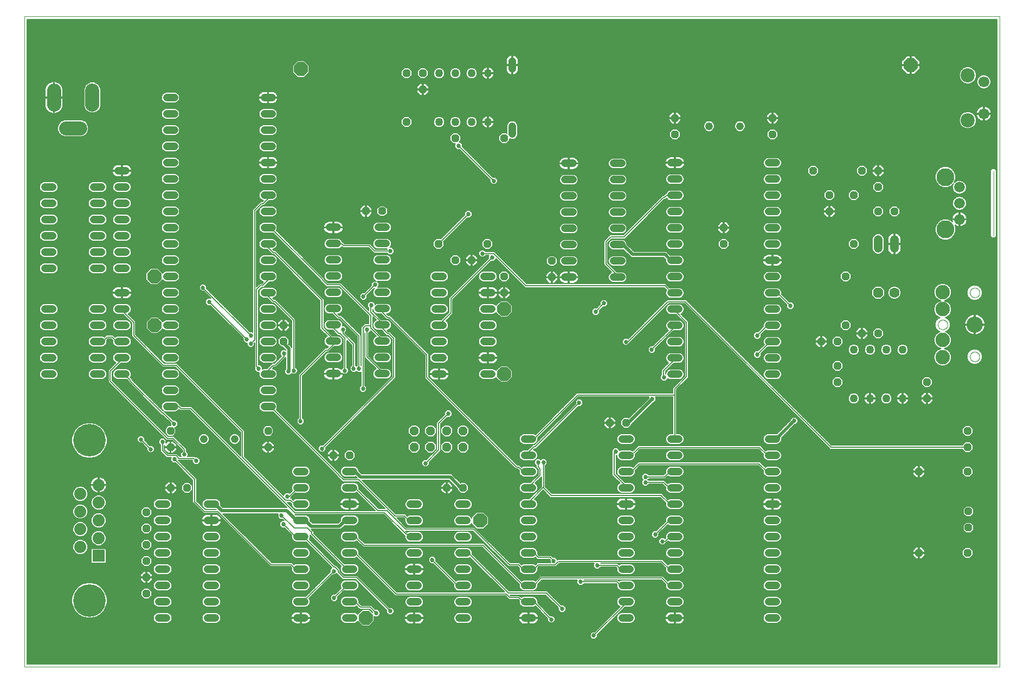
<source format=gbl>
G75*
%MOIN*%
%OFA0B0*%
%FSLAX25Y25*%
%IPPOS*%
%LPD*%
%AMOC8*
5,1,8,0,0,1.08239X$1,22.5*
%
%ADD10C,0.00000*%
%ADD11OC8,0.04800*%
%ADD12OC8,0.06300*%
%ADD13C,0.06300*%
%ADD14C,0.04800*%
%ADD15C,0.05000*%
%ADD16C,0.08600*%
%ADD17R,0.07400X0.07400*%
%ADD18C,0.07400*%
%ADD19C,0.20000*%
%ADD20OC8,0.05400*%
%ADD21C,0.05400*%
%ADD22C,0.04800*%
%ADD23C,0.06600*%
%ADD24C,0.11024*%
%ADD25C,0.08661*%
%ADD26C,0.06693*%
%ADD27OC8,0.08500*%
%ADD28C,0.04724*%
%ADD29C,0.10000*%
%ADD30C,0.08858*%
%ADD31C,0.00600*%
%ADD32C,0.02000*%
%ADD33C,0.02700*%
D10*
X0199833Y0054300D02*
X0199833Y0454260D01*
X0799534Y0454260D01*
X0799534Y0054300D01*
X0199833Y0054300D01*
X0761565Y0264693D02*
X0761567Y0264801D01*
X0761573Y0264910D01*
X0761583Y0265018D01*
X0761597Y0265125D01*
X0761615Y0265232D01*
X0761636Y0265339D01*
X0761662Y0265444D01*
X0761692Y0265549D01*
X0761725Y0265652D01*
X0761762Y0265754D01*
X0761803Y0265854D01*
X0761847Y0265953D01*
X0761896Y0266051D01*
X0761947Y0266146D01*
X0762002Y0266239D01*
X0762061Y0266331D01*
X0762123Y0266420D01*
X0762188Y0266507D01*
X0762256Y0266591D01*
X0762327Y0266673D01*
X0762401Y0266752D01*
X0762478Y0266828D01*
X0762558Y0266902D01*
X0762641Y0266972D01*
X0762726Y0267040D01*
X0762813Y0267104D01*
X0762903Y0267165D01*
X0762995Y0267223D01*
X0763089Y0267277D01*
X0763185Y0267328D01*
X0763282Y0267375D01*
X0763382Y0267419D01*
X0763483Y0267459D01*
X0763585Y0267495D01*
X0763688Y0267527D01*
X0763793Y0267556D01*
X0763899Y0267580D01*
X0764005Y0267601D01*
X0764112Y0267618D01*
X0764220Y0267631D01*
X0764328Y0267640D01*
X0764437Y0267645D01*
X0764545Y0267646D01*
X0764654Y0267643D01*
X0764762Y0267636D01*
X0764870Y0267625D01*
X0764977Y0267610D01*
X0765084Y0267591D01*
X0765190Y0267568D01*
X0765295Y0267542D01*
X0765400Y0267511D01*
X0765502Y0267477D01*
X0765604Y0267439D01*
X0765704Y0267397D01*
X0765803Y0267352D01*
X0765900Y0267303D01*
X0765994Y0267250D01*
X0766087Y0267194D01*
X0766178Y0267135D01*
X0766267Y0267072D01*
X0766353Y0267007D01*
X0766437Y0266938D01*
X0766518Y0266866D01*
X0766596Y0266791D01*
X0766672Y0266713D01*
X0766745Y0266632D01*
X0766815Y0266549D01*
X0766881Y0266464D01*
X0766945Y0266376D01*
X0767005Y0266285D01*
X0767062Y0266193D01*
X0767115Y0266098D01*
X0767165Y0266002D01*
X0767211Y0265904D01*
X0767254Y0265804D01*
X0767293Y0265703D01*
X0767328Y0265600D01*
X0767360Y0265497D01*
X0767387Y0265392D01*
X0767411Y0265286D01*
X0767431Y0265179D01*
X0767447Y0265072D01*
X0767459Y0264964D01*
X0767467Y0264856D01*
X0767471Y0264747D01*
X0767471Y0264639D01*
X0767467Y0264530D01*
X0767459Y0264422D01*
X0767447Y0264314D01*
X0767431Y0264207D01*
X0767411Y0264100D01*
X0767387Y0263994D01*
X0767360Y0263889D01*
X0767328Y0263786D01*
X0767293Y0263683D01*
X0767254Y0263582D01*
X0767211Y0263482D01*
X0767165Y0263384D01*
X0767115Y0263288D01*
X0767062Y0263193D01*
X0767005Y0263101D01*
X0766945Y0263010D01*
X0766881Y0262922D01*
X0766815Y0262837D01*
X0766745Y0262754D01*
X0766672Y0262673D01*
X0766596Y0262595D01*
X0766518Y0262520D01*
X0766437Y0262448D01*
X0766353Y0262379D01*
X0766267Y0262314D01*
X0766178Y0262251D01*
X0766087Y0262192D01*
X0765995Y0262136D01*
X0765900Y0262083D01*
X0765803Y0262034D01*
X0765704Y0261989D01*
X0765604Y0261947D01*
X0765502Y0261909D01*
X0765400Y0261875D01*
X0765295Y0261844D01*
X0765190Y0261818D01*
X0765084Y0261795D01*
X0764977Y0261776D01*
X0764870Y0261761D01*
X0764762Y0261750D01*
X0764654Y0261743D01*
X0764545Y0261740D01*
X0764437Y0261741D01*
X0764328Y0261746D01*
X0764220Y0261755D01*
X0764112Y0261768D01*
X0764005Y0261785D01*
X0763899Y0261806D01*
X0763793Y0261830D01*
X0763688Y0261859D01*
X0763585Y0261891D01*
X0763483Y0261927D01*
X0763382Y0261967D01*
X0763282Y0262011D01*
X0763185Y0262058D01*
X0763089Y0262109D01*
X0762995Y0262163D01*
X0762903Y0262221D01*
X0762813Y0262282D01*
X0762726Y0262346D01*
X0762641Y0262414D01*
X0762558Y0262484D01*
X0762478Y0262558D01*
X0762401Y0262634D01*
X0762327Y0262713D01*
X0762256Y0262795D01*
X0762188Y0262879D01*
X0762123Y0262966D01*
X0762061Y0263055D01*
X0762002Y0263147D01*
X0761947Y0263240D01*
X0761896Y0263335D01*
X0761847Y0263433D01*
X0761803Y0263532D01*
X0761762Y0263632D01*
X0761725Y0263734D01*
X0761692Y0263837D01*
X0761662Y0263942D01*
X0761636Y0264047D01*
X0761615Y0264154D01*
X0761597Y0264261D01*
X0761583Y0264368D01*
X0761573Y0264476D01*
X0761567Y0264585D01*
X0761565Y0264693D01*
X0781250Y0245008D02*
X0781252Y0245116D01*
X0781258Y0245225D01*
X0781268Y0245333D01*
X0781282Y0245440D01*
X0781300Y0245547D01*
X0781321Y0245654D01*
X0781347Y0245759D01*
X0781377Y0245864D01*
X0781410Y0245967D01*
X0781447Y0246069D01*
X0781488Y0246169D01*
X0781532Y0246268D01*
X0781581Y0246366D01*
X0781632Y0246461D01*
X0781687Y0246554D01*
X0781746Y0246646D01*
X0781808Y0246735D01*
X0781873Y0246822D01*
X0781941Y0246906D01*
X0782012Y0246988D01*
X0782086Y0247067D01*
X0782163Y0247143D01*
X0782243Y0247217D01*
X0782326Y0247287D01*
X0782411Y0247355D01*
X0782498Y0247419D01*
X0782588Y0247480D01*
X0782680Y0247538D01*
X0782774Y0247592D01*
X0782870Y0247643D01*
X0782967Y0247690D01*
X0783067Y0247734D01*
X0783168Y0247774D01*
X0783270Y0247810D01*
X0783373Y0247842D01*
X0783478Y0247871D01*
X0783584Y0247895D01*
X0783690Y0247916D01*
X0783797Y0247933D01*
X0783905Y0247946D01*
X0784013Y0247955D01*
X0784122Y0247960D01*
X0784230Y0247961D01*
X0784339Y0247958D01*
X0784447Y0247951D01*
X0784555Y0247940D01*
X0784662Y0247925D01*
X0784769Y0247906D01*
X0784875Y0247883D01*
X0784980Y0247857D01*
X0785085Y0247826D01*
X0785187Y0247792D01*
X0785289Y0247754D01*
X0785389Y0247712D01*
X0785488Y0247667D01*
X0785585Y0247618D01*
X0785679Y0247565D01*
X0785772Y0247509D01*
X0785863Y0247450D01*
X0785952Y0247387D01*
X0786038Y0247322D01*
X0786122Y0247253D01*
X0786203Y0247181D01*
X0786281Y0247106D01*
X0786357Y0247028D01*
X0786430Y0246947D01*
X0786500Y0246864D01*
X0786566Y0246779D01*
X0786630Y0246691D01*
X0786690Y0246600D01*
X0786747Y0246508D01*
X0786800Y0246413D01*
X0786850Y0246317D01*
X0786896Y0246219D01*
X0786939Y0246119D01*
X0786978Y0246018D01*
X0787013Y0245915D01*
X0787045Y0245812D01*
X0787072Y0245707D01*
X0787096Y0245601D01*
X0787116Y0245494D01*
X0787132Y0245387D01*
X0787144Y0245279D01*
X0787152Y0245171D01*
X0787156Y0245062D01*
X0787156Y0244954D01*
X0787152Y0244845D01*
X0787144Y0244737D01*
X0787132Y0244629D01*
X0787116Y0244522D01*
X0787096Y0244415D01*
X0787072Y0244309D01*
X0787045Y0244204D01*
X0787013Y0244101D01*
X0786978Y0243998D01*
X0786939Y0243897D01*
X0786896Y0243797D01*
X0786850Y0243699D01*
X0786800Y0243603D01*
X0786747Y0243508D01*
X0786690Y0243416D01*
X0786630Y0243325D01*
X0786566Y0243237D01*
X0786500Y0243152D01*
X0786430Y0243069D01*
X0786357Y0242988D01*
X0786281Y0242910D01*
X0786203Y0242835D01*
X0786122Y0242763D01*
X0786038Y0242694D01*
X0785952Y0242629D01*
X0785863Y0242566D01*
X0785772Y0242507D01*
X0785680Y0242451D01*
X0785585Y0242398D01*
X0785488Y0242349D01*
X0785389Y0242304D01*
X0785289Y0242262D01*
X0785187Y0242224D01*
X0785085Y0242190D01*
X0784980Y0242159D01*
X0784875Y0242133D01*
X0784769Y0242110D01*
X0784662Y0242091D01*
X0784555Y0242076D01*
X0784447Y0242065D01*
X0784339Y0242058D01*
X0784230Y0242055D01*
X0784122Y0242056D01*
X0784013Y0242061D01*
X0783905Y0242070D01*
X0783797Y0242083D01*
X0783690Y0242100D01*
X0783584Y0242121D01*
X0783478Y0242145D01*
X0783373Y0242174D01*
X0783270Y0242206D01*
X0783168Y0242242D01*
X0783067Y0242282D01*
X0782967Y0242326D01*
X0782870Y0242373D01*
X0782774Y0242424D01*
X0782680Y0242478D01*
X0782588Y0242536D01*
X0782498Y0242597D01*
X0782411Y0242661D01*
X0782326Y0242729D01*
X0782243Y0242799D01*
X0782163Y0242873D01*
X0782086Y0242949D01*
X0782012Y0243028D01*
X0781941Y0243110D01*
X0781873Y0243194D01*
X0781808Y0243281D01*
X0781746Y0243370D01*
X0781687Y0243462D01*
X0781632Y0243555D01*
X0781581Y0243650D01*
X0781532Y0243748D01*
X0781488Y0243847D01*
X0781447Y0243947D01*
X0781410Y0244049D01*
X0781377Y0244152D01*
X0781347Y0244257D01*
X0781321Y0244362D01*
X0781300Y0244469D01*
X0781282Y0244576D01*
X0781268Y0244683D01*
X0781258Y0244791D01*
X0781252Y0244900D01*
X0781250Y0245008D01*
X0781250Y0284378D02*
X0781252Y0284486D01*
X0781258Y0284595D01*
X0781268Y0284703D01*
X0781282Y0284810D01*
X0781300Y0284917D01*
X0781321Y0285024D01*
X0781347Y0285129D01*
X0781377Y0285234D01*
X0781410Y0285337D01*
X0781447Y0285439D01*
X0781488Y0285539D01*
X0781532Y0285638D01*
X0781581Y0285736D01*
X0781632Y0285831D01*
X0781687Y0285924D01*
X0781746Y0286016D01*
X0781808Y0286105D01*
X0781873Y0286192D01*
X0781941Y0286276D01*
X0782012Y0286358D01*
X0782086Y0286437D01*
X0782163Y0286513D01*
X0782243Y0286587D01*
X0782326Y0286657D01*
X0782411Y0286725D01*
X0782498Y0286789D01*
X0782588Y0286850D01*
X0782680Y0286908D01*
X0782774Y0286962D01*
X0782870Y0287013D01*
X0782967Y0287060D01*
X0783067Y0287104D01*
X0783168Y0287144D01*
X0783270Y0287180D01*
X0783373Y0287212D01*
X0783478Y0287241D01*
X0783584Y0287265D01*
X0783690Y0287286D01*
X0783797Y0287303D01*
X0783905Y0287316D01*
X0784013Y0287325D01*
X0784122Y0287330D01*
X0784230Y0287331D01*
X0784339Y0287328D01*
X0784447Y0287321D01*
X0784555Y0287310D01*
X0784662Y0287295D01*
X0784769Y0287276D01*
X0784875Y0287253D01*
X0784980Y0287227D01*
X0785085Y0287196D01*
X0785187Y0287162D01*
X0785289Y0287124D01*
X0785389Y0287082D01*
X0785488Y0287037D01*
X0785585Y0286988D01*
X0785679Y0286935D01*
X0785772Y0286879D01*
X0785863Y0286820D01*
X0785952Y0286757D01*
X0786038Y0286692D01*
X0786122Y0286623D01*
X0786203Y0286551D01*
X0786281Y0286476D01*
X0786357Y0286398D01*
X0786430Y0286317D01*
X0786500Y0286234D01*
X0786566Y0286149D01*
X0786630Y0286061D01*
X0786690Y0285970D01*
X0786747Y0285878D01*
X0786800Y0285783D01*
X0786850Y0285687D01*
X0786896Y0285589D01*
X0786939Y0285489D01*
X0786978Y0285388D01*
X0787013Y0285285D01*
X0787045Y0285182D01*
X0787072Y0285077D01*
X0787096Y0284971D01*
X0787116Y0284864D01*
X0787132Y0284757D01*
X0787144Y0284649D01*
X0787152Y0284541D01*
X0787156Y0284432D01*
X0787156Y0284324D01*
X0787152Y0284215D01*
X0787144Y0284107D01*
X0787132Y0283999D01*
X0787116Y0283892D01*
X0787096Y0283785D01*
X0787072Y0283679D01*
X0787045Y0283574D01*
X0787013Y0283471D01*
X0786978Y0283368D01*
X0786939Y0283267D01*
X0786896Y0283167D01*
X0786850Y0283069D01*
X0786800Y0282973D01*
X0786747Y0282878D01*
X0786690Y0282786D01*
X0786630Y0282695D01*
X0786566Y0282607D01*
X0786500Y0282522D01*
X0786430Y0282439D01*
X0786357Y0282358D01*
X0786281Y0282280D01*
X0786203Y0282205D01*
X0786122Y0282133D01*
X0786038Y0282064D01*
X0785952Y0281999D01*
X0785863Y0281936D01*
X0785772Y0281877D01*
X0785680Y0281821D01*
X0785585Y0281768D01*
X0785488Y0281719D01*
X0785389Y0281674D01*
X0785289Y0281632D01*
X0785187Y0281594D01*
X0785085Y0281560D01*
X0784980Y0281529D01*
X0784875Y0281503D01*
X0784769Y0281480D01*
X0784662Y0281461D01*
X0784555Y0281446D01*
X0784447Y0281435D01*
X0784339Y0281428D01*
X0784230Y0281425D01*
X0784122Y0281426D01*
X0784013Y0281431D01*
X0783905Y0281440D01*
X0783797Y0281453D01*
X0783690Y0281470D01*
X0783584Y0281491D01*
X0783478Y0281515D01*
X0783373Y0281544D01*
X0783270Y0281576D01*
X0783168Y0281612D01*
X0783067Y0281652D01*
X0782967Y0281696D01*
X0782870Y0281743D01*
X0782774Y0281794D01*
X0782680Y0281848D01*
X0782588Y0281906D01*
X0782498Y0281967D01*
X0782411Y0282031D01*
X0782326Y0282099D01*
X0782243Y0282169D01*
X0782163Y0282243D01*
X0782086Y0282319D01*
X0782012Y0282398D01*
X0781941Y0282480D01*
X0781873Y0282564D01*
X0781808Y0282651D01*
X0781746Y0282740D01*
X0781687Y0282832D01*
X0781632Y0282925D01*
X0781581Y0283020D01*
X0781532Y0283118D01*
X0781488Y0283217D01*
X0781447Y0283317D01*
X0781410Y0283419D01*
X0781377Y0283522D01*
X0781347Y0283627D01*
X0781321Y0283732D01*
X0781300Y0283839D01*
X0781282Y0283946D01*
X0781268Y0284053D01*
X0781258Y0284161D01*
X0781252Y0284270D01*
X0781250Y0284378D01*
X0795699Y0319615D02*
X0795699Y0358985D01*
D11*
X0734833Y0334300D03*
X0724833Y0334300D03*
X0709833Y0344300D03*
X0694833Y0344300D03*
X0694833Y0334300D03*
X0724833Y0349300D03*
X0724833Y0359300D03*
X0714833Y0359300D03*
X0684833Y0359300D03*
X0659853Y0381674D03*
X0659853Y0391674D03*
X0599853Y0391674D03*
X0599853Y0381674D03*
X0494833Y0379300D03*
X0464833Y0379300D03*
X0434833Y0389300D03*
X0444833Y0409300D03*
X0444833Y0419300D03*
X0434833Y0419300D03*
X0419825Y0334485D03*
X0409825Y0334485D03*
X0454453Y0314300D03*
X0464713Y0304300D03*
X0474713Y0304300D03*
X0484453Y0314300D03*
X0494833Y0294300D03*
X0494833Y0284300D03*
X0524136Y0293800D03*
X0524136Y0303800D03*
X0629853Y0314174D03*
X0629853Y0324174D03*
X0704833Y0294300D03*
X0709833Y0314300D03*
X0704833Y0264300D03*
X0699833Y0254300D03*
X0689833Y0254300D03*
X0714833Y0259300D03*
X0724833Y0259300D03*
X0699833Y0239300D03*
X0699833Y0229300D03*
X0754833Y0229300D03*
X0754833Y0219300D03*
X0779833Y0199300D03*
X0779833Y0189300D03*
X0779833Y0174300D03*
X0749833Y0174300D03*
X0780333Y0149800D03*
X0780333Y0139800D03*
X0779833Y0124300D03*
X0749833Y0124300D03*
X0569766Y0204300D03*
X0559766Y0204300D03*
X0469577Y0164213D03*
X0459577Y0164213D03*
X0399833Y0184367D03*
X0389833Y0184367D03*
X0349703Y0189300D03*
X0349703Y0199300D03*
X0289703Y0199300D03*
X0289703Y0189300D03*
X0289833Y0164300D03*
X0299833Y0164300D03*
X0274833Y0149300D03*
X0274833Y0139300D03*
X0274833Y0129300D03*
X0274833Y0119300D03*
X0274833Y0109300D03*
X0274833Y0099300D03*
X0359203Y0254300D03*
X0359203Y0264300D03*
D12*
X0724833Y0284300D03*
D13*
X0734833Y0284300D03*
D14*
X0567036Y0293800D02*
X0562236Y0293800D01*
X0562236Y0303800D02*
X0567036Y0303800D01*
X0567036Y0313800D02*
X0562236Y0313800D01*
X0562236Y0323800D02*
X0567036Y0323800D01*
X0567036Y0333800D02*
X0562236Y0333800D01*
X0562236Y0343800D02*
X0567036Y0343800D01*
X0567036Y0353800D02*
X0562236Y0353800D01*
X0562236Y0363800D02*
X0567036Y0363800D01*
X0537036Y0363800D02*
X0532236Y0363800D01*
X0532236Y0353800D02*
X0537036Y0353800D01*
X0537036Y0343800D02*
X0532236Y0343800D01*
X0532236Y0333800D02*
X0537036Y0333800D01*
X0537036Y0323800D02*
X0532236Y0323800D01*
X0532236Y0313800D02*
X0537036Y0313800D01*
X0537036Y0303800D02*
X0532236Y0303800D01*
X0532236Y0293800D02*
X0537036Y0293800D01*
X0487233Y0294300D02*
X0482433Y0294300D01*
X0482433Y0284300D02*
X0487233Y0284300D01*
X0487233Y0274300D02*
X0482433Y0274300D01*
X0482433Y0264300D02*
X0487233Y0264300D01*
X0487233Y0254300D02*
X0482433Y0254300D01*
X0482433Y0244300D02*
X0487233Y0244300D01*
X0487233Y0234300D02*
X0482433Y0234300D01*
X0457233Y0234300D02*
X0452433Y0234300D01*
X0452433Y0244300D02*
X0457233Y0244300D01*
X0457233Y0254300D02*
X0452433Y0254300D01*
X0452433Y0264300D02*
X0457233Y0264300D01*
X0457233Y0274300D02*
X0452433Y0274300D01*
X0452433Y0284300D02*
X0457233Y0284300D01*
X0457233Y0294300D02*
X0452433Y0294300D01*
X0422225Y0294485D02*
X0417425Y0294485D01*
X0417425Y0304485D02*
X0422225Y0304485D01*
X0422225Y0314485D02*
X0417425Y0314485D01*
X0417425Y0324485D02*
X0422225Y0324485D01*
X0392225Y0324485D02*
X0387425Y0324485D01*
X0387425Y0314485D02*
X0392225Y0314485D01*
X0392225Y0304485D02*
X0387425Y0304485D01*
X0387425Y0294485D02*
X0392225Y0294485D01*
X0392225Y0284485D02*
X0387425Y0284485D01*
X0387425Y0274485D02*
X0392225Y0274485D01*
X0392225Y0264485D02*
X0387425Y0264485D01*
X0387425Y0254485D02*
X0392225Y0254485D01*
X0392225Y0244485D02*
X0387425Y0244485D01*
X0387425Y0234485D02*
X0392225Y0234485D01*
X0417425Y0234485D02*
X0422225Y0234485D01*
X0422225Y0244485D02*
X0417425Y0244485D01*
X0417425Y0254485D02*
X0422225Y0254485D01*
X0422225Y0264485D02*
X0417425Y0264485D01*
X0417425Y0274485D02*
X0422225Y0274485D01*
X0422225Y0284485D02*
X0417425Y0284485D01*
X0262233Y0284300D02*
X0257433Y0284300D01*
X0257433Y0274300D02*
X0262233Y0274300D01*
X0262233Y0264300D02*
X0257433Y0264300D01*
X0257433Y0254300D02*
X0262233Y0254300D01*
X0247233Y0254300D02*
X0242433Y0254300D01*
X0242433Y0264300D02*
X0247233Y0264300D01*
X0247233Y0274300D02*
X0242433Y0274300D01*
X0217233Y0274300D02*
X0212433Y0274300D01*
X0212433Y0264300D02*
X0217233Y0264300D01*
X0217233Y0254300D02*
X0212433Y0254300D01*
X0212433Y0244300D02*
X0217233Y0244300D01*
X0217233Y0234300D02*
X0212433Y0234300D01*
X0242433Y0234300D02*
X0247233Y0234300D01*
X0247233Y0244300D02*
X0242433Y0244300D01*
X0257433Y0244300D02*
X0262233Y0244300D01*
X0262233Y0234300D02*
X0257433Y0234300D01*
X0367433Y0174367D02*
X0372233Y0174367D01*
X0372233Y0164367D02*
X0367433Y0164367D01*
X0367433Y0154367D02*
X0372233Y0154367D01*
X0372233Y0144367D02*
X0367433Y0144367D01*
X0367433Y0134367D02*
X0372233Y0134367D01*
X0372233Y0124367D02*
X0367433Y0124367D01*
X0367433Y0114367D02*
X0372233Y0114367D01*
X0372233Y0104367D02*
X0367433Y0104367D01*
X0367433Y0094367D02*
X0372233Y0094367D01*
X0372233Y0084367D02*
X0367433Y0084367D01*
X0397433Y0084367D02*
X0402233Y0084367D01*
X0402233Y0094367D02*
X0397433Y0094367D01*
X0397433Y0104367D02*
X0402233Y0104367D01*
X0402233Y0114367D02*
X0397433Y0114367D01*
X0397433Y0124367D02*
X0402233Y0124367D01*
X0402233Y0134367D02*
X0397433Y0134367D01*
X0397433Y0144367D02*
X0402233Y0144367D01*
X0402233Y0154367D02*
X0397433Y0154367D01*
X0397433Y0164367D02*
X0402233Y0164367D01*
X0402233Y0174367D02*
X0397433Y0174367D01*
X0437177Y0154213D02*
X0441977Y0154213D01*
X0441977Y0144213D02*
X0437177Y0144213D01*
X0437177Y0134213D02*
X0441977Y0134213D01*
X0441977Y0124213D02*
X0437177Y0124213D01*
X0437177Y0114213D02*
X0441977Y0114213D01*
X0441977Y0104213D02*
X0437177Y0104213D01*
X0437177Y0094213D02*
X0441977Y0094213D01*
X0467177Y0094213D02*
X0471977Y0094213D01*
X0471977Y0104213D02*
X0467177Y0104213D01*
X0467177Y0114213D02*
X0471977Y0114213D01*
X0471977Y0124213D02*
X0467177Y0124213D01*
X0467177Y0134213D02*
X0471977Y0134213D01*
X0471977Y0144213D02*
X0467177Y0144213D01*
X0467177Y0154213D02*
X0471977Y0154213D01*
X0507366Y0154300D02*
X0512166Y0154300D01*
X0512166Y0164300D02*
X0507366Y0164300D01*
X0507366Y0174300D02*
X0512166Y0174300D01*
X0512166Y0184300D02*
X0507366Y0184300D01*
X0507366Y0194300D02*
X0512166Y0194300D01*
X0567366Y0194300D02*
X0572166Y0194300D01*
X0572166Y0184300D02*
X0567366Y0184300D01*
X0567366Y0174300D02*
X0572166Y0174300D01*
X0572166Y0164300D02*
X0567366Y0164300D01*
X0567366Y0154300D02*
X0572166Y0154300D01*
X0572166Y0144300D02*
X0567366Y0144300D01*
X0567366Y0134300D02*
X0572166Y0134300D01*
X0572166Y0124300D02*
X0567366Y0124300D01*
X0567366Y0114300D02*
X0572166Y0114300D01*
X0572166Y0104300D02*
X0567366Y0104300D01*
X0567366Y0094300D02*
X0572166Y0094300D01*
X0572166Y0084300D02*
X0567366Y0084300D01*
X0512166Y0084300D02*
X0507366Y0084300D01*
X0507366Y0094300D02*
X0512166Y0094300D01*
X0512166Y0104300D02*
X0507366Y0104300D01*
X0507366Y0114300D02*
X0512166Y0114300D01*
X0512166Y0124300D02*
X0507366Y0124300D01*
X0507366Y0134300D02*
X0512166Y0134300D01*
X0512166Y0144300D02*
X0507366Y0144300D01*
X0471977Y0084213D02*
X0467177Y0084213D01*
X0441977Y0084213D02*
X0437177Y0084213D01*
X0317233Y0084300D02*
X0312433Y0084300D01*
X0312433Y0094300D02*
X0317233Y0094300D01*
X0317233Y0104300D02*
X0312433Y0104300D01*
X0312433Y0114300D02*
X0317233Y0114300D01*
X0317233Y0124300D02*
X0312433Y0124300D01*
X0312433Y0134300D02*
X0317233Y0134300D01*
X0317233Y0144300D02*
X0312433Y0144300D01*
X0312433Y0154300D02*
X0317233Y0154300D01*
X0287233Y0154300D02*
X0282433Y0154300D01*
X0282433Y0144300D02*
X0287233Y0144300D01*
X0287233Y0134300D02*
X0282433Y0134300D01*
X0282433Y0124300D02*
X0287233Y0124300D01*
X0287233Y0114300D02*
X0282433Y0114300D01*
X0282433Y0104300D02*
X0287233Y0104300D01*
X0287233Y0094300D02*
X0282433Y0094300D01*
X0282433Y0084300D02*
X0287233Y0084300D01*
X0262233Y0299300D02*
X0257433Y0299300D01*
X0257433Y0309300D02*
X0262233Y0309300D01*
X0262233Y0319300D02*
X0257433Y0319300D01*
X0257433Y0329300D02*
X0262233Y0329300D01*
X0247233Y0329300D02*
X0242433Y0329300D01*
X0242433Y0319300D02*
X0247233Y0319300D01*
X0247233Y0309300D02*
X0242433Y0309300D01*
X0242433Y0299300D02*
X0247233Y0299300D01*
X0217233Y0299300D02*
X0212433Y0299300D01*
X0212433Y0309300D02*
X0217233Y0309300D01*
X0217233Y0319300D02*
X0212433Y0319300D01*
X0212433Y0329300D02*
X0217233Y0329300D01*
X0217233Y0339300D02*
X0212433Y0339300D01*
X0212433Y0349300D02*
X0217233Y0349300D01*
X0242433Y0349300D02*
X0247233Y0349300D01*
X0247233Y0339300D02*
X0242433Y0339300D01*
X0257433Y0339300D02*
X0262233Y0339300D01*
X0262233Y0349300D02*
X0257433Y0349300D01*
X0257433Y0359300D02*
X0262233Y0359300D01*
X0499833Y0381900D02*
X0499833Y0386700D01*
X0499833Y0421900D02*
X0499833Y0426700D01*
D15*
X0484833Y0419300D03*
X0474833Y0419300D03*
X0464833Y0419300D03*
X0454833Y0419300D03*
X0454833Y0389300D03*
X0464833Y0389300D03*
X0474833Y0389300D03*
X0484833Y0389300D03*
X0709833Y0249300D03*
X0719833Y0249300D03*
X0729833Y0249300D03*
X0739833Y0249300D03*
X0739833Y0219300D03*
X0729833Y0219300D03*
X0719833Y0219300D03*
X0709833Y0219300D03*
D16*
X0241644Y0400000D02*
X0241644Y0408600D01*
X0218022Y0408600D02*
X0218022Y0400000D01*
X0225533Y0385402D02*
X0234133Y0385402D01*
D17*
X0245424Y0122489D03*
D18*
X0234243Y0127961D03*
X0245424Y0133394D03*
X0234243Y0138867D03*
X0245424Y0144300D03*
X0234243Y0149733D03*
X0245424Y0155205D03*
X0234243Y0160638D03*
X0245424Y0166111D03*
D19*
X0239833Y0193512D03*
X0239833Y0095087D03*
D20*
X0439589Y0189386D03*
X0449589Y0189386D03*
X0459589Y0189386D03*
X0469589Y0189386D03*
X0469589Y0199386D03*
X0459589Y0199386D03*
X0449589Y0199386D03*
X0439589Y0199386D03*
D21*
X0724833Y0311600D02*
X0724833Y0317000D01*
X0734833Y0317000D02*
X0734833Y0311600D01*
D22*
X0639853Y0386674D03*
X0620853Y0386674D03*
X0329203Y0194300D03*
X0310203Y0194300D03*
D23*
X0774833Y0329457D03*
X0774833Y0339300D03*
X0774833Y0349142D03*
D24*
X0766172Y0355441D03*
X0766172Y0323158D03*
D25*
X0779959Y0390414D03*
X0779959Y0417973D03*
D26*
X0789802Y0414036D03*
X0789802Y0394351D03*
D27*
X0744833Y0424300D03*
X0494833Y0274300D03*
X0494833Y0234300D03*
X0480077Y0144213D03*
X0409833Y0084367D03*
X0279833Y0264300D03*
X0279703Y0294300D03*
X0369833Y0421800D03*
D28*
X0352066Y0404300D02*
X0347341Y0404300D01*
X0347341Y0394300D02*
X0352066Y0394300D01*
X0352066Y0384300D02*
X0347341Y0384300D01*
X0347341Y0374300D02*
X0352066Y0374300D01*
X0352066Y0364300D02*
X0347341Y0364300D01*
X0347341Y0354300D02*
X0352066Y0354300D01*
X0352066Y0344300D02*
X0347341Y0344300D01*
X0347341Y0334300D02*
X0352066Y0334300D01*
X0352066Y0324300D02*
X0347341Y0324300D01*
X0347341Y0314300D02*
X0352066Y0314300D01*
X0352066Y0304300D02*
X0347341Y0304300D01*
X0347341Y0294300D02*
X0352066Y0294300D01*
X0352066Y0284300D02*
X0347341Y0284300D01*
X0347341Y0274300D02*
X0352066Y0274300D01*
X0352066Y0264300D02*
X0347341Y0264300D01*
X0347341Y0254300D02*
X0352066Y0254300D01*
X0352066Y0244300D02*
X0347341Y0244300D01*
X0347341Y0234300D02*
X0352066Y0234300D01*
X0352066Y0224300D02*
X0347341Y0224300D01*
X0347341Y0214300D02*
X0352066Y0214300D01*
X0292066Y0214300D02*
X0287341Y0214300D01*
X0287341Y0224300D02*
X0292066Y0224300D01*
X0292066Y0234300D02*
X0287341Y0234300D01*
X0287341Y0244300D02*
X0292066Y0244300D01*
X0292066Y0254300D02*
X0287341Y0254300D01*
X0287341Y0264300D02*
X0292066Y0264300D01*
X0292066Y0274300D02*
X0287341Y0274300D01*
X0287341Y0284300D02*
X0292066Y0284300D01*
X0292066Y0294300D02*
X0287341Y0294300D01*
X0287341Y0304300D02*
X0292066Y0304300D01*
X0292066Y0314300D02*
X0287341Y0314300D01*
X0287341Y0324300D02*
X0292066Y0324300D01*
X0292066Y0334300D02*
X0287341Y0334300D01*
X0287341Y0344300D02*
X0292066Y0344300D01*
X0292066Y0354300D02*
X0287341Y0354300D01*
X0287341Y0364300D02*
X0292066Y0364300D01*
X0292066Y0374300D02*
X0287341Y0374300D01*
X0287341Y0384300D02*
X0292066Y0384300D01*
X0292066Y0394300D02*
X0287341Y0394300D01*
X0287341Y0404300D02*
X0292066Y0404300D01*
X0597491Y0364174D02*
X0602215Y0364174D01*
X0602215Y0354174D02*
X0597491Y0354174D01*
X0597491Y0344174D02*
X0602215Y0344174D01*
X0602215Y0334174D02*
X0597491Y0334174D01*
X0597491Y0324174D02*
X0602215Y0324174D01*
X0602215Y0314174D02*
X0597491Y0314174D01*
X0597491Y0304174D02*
X0602215Y0304174D01*
X0602215Y0294174D02*
X0597491Y0294174D01*
X0597491Y0284174D02*
X0602215Y0284174D01*
X0602215Y0274174D02*
X0597491Y0274174D01*
X0597491Y0264174D02*
X0602215Y0264174D01*
X0602215Y0254174D02*
X0597491Y0254174D01*
X0597491Y0244174D02*
X0602215Y0244174D01*
X0602215Y0234174D02*
X0597491Y0234174D01*
X0657491Y0234174D02*
X0662215Y0234174D01*
X0662215Y0244174D02*
X0657491Y0244174D01*
X0657491Y0254174D02*
X0662215Y0254174D01*
X0662215Y0264174D02*
X0657491Y0264174D01*
X0657491Y0274174D02*
X0662215Y0274174D01*
X0662215Y0284174D02*
X0657491Y0284174D01*
X0657491Y0294174D02*
X0662215Y0294174D01*
X0662215Y0304174D02*
X0657491Y0304174D01*
X0657491Y0314174D02*
X0662215Y0314174D01*
X0662215Y0324174D02*
X0657491Y0324174D01*
X0657491Y0334174D02*
X0662215Y0334174D01*
X0662215Y0344174D02*
X0657491Y0344174D01*
X0657491Y0354174D02*
X0662215Y0354174D01*
X0662215Y0364174D02*
X0657491Y0364174D01*
X0657404Y0194300D02*
X0662129Y0194300D01*
X0662129Y0184300D02*
X0657404Y0184300D01*
X0657404Y0174300D02*
X0662129Y0174300D01*
X0662129Y0164300D02*
X0657404Y0164300D01*
X0657404Y0154300D02*
X0662129Y0154300D01*
X0662129Y0144300D02*
X0657404Y0144300D01*
X0657404Y0134300D02*
X0662129Y0134300D01*
X0662129Y0124300D02*
X0657404Y0124300D01*
X0657404Y0114300D02*
X0662129Y0114300D01*
X0662129Y0104300D02*
X0657404Y0104300D01*
X0657404Y0094300D02*
X0662129Y0094300D01*
X0662129Y0084300D02*
X0657404Y0084300D01*
X0602129Y0084300D02*
X0597404Y0084300D01*
X0597404Y0094300D02*
X0602129Y0094300D01*
X0602129Y0104300D02*
X0597404Y0104300D01*
X0597404Y0114300D02*
X0602129Y0114300D01*
X0602129Y0124300D02*
X0597404Y0124300D01*
X0597404Y0134300D02*
X0602129Y0134300D01*
X0602129Y0144300D02*
X0597404Y0144300D01*
X0597404Y0154300D02*
X0602129Y0154300D01*
X0602129Y0164300D02*
X0597404Y0164300D01*
X0597404Y0174300D02*
X0602129Y0174300D01*
X0602129Y0184300D02*
X0597404Y0184300D01*
X0597404Y0194300D02*
X0602129Y0194300D01*
D29*
X0784203Y0264693D03*
D30*
X0764518Y0255245D03*
X0764518Y0244615D03*
X0764518Y0274142D03*
X0764518Y0284772D03*
D31*
X0759189Y0284727D02*
X0738883Y0284727D01*
X0738883Y0285105D02*
X0738267Y0286594D01*
X0737127Y0287733D01*
X0735639Y0288350D01*
X0734028Y0288350D01*
X0732539Y0287733D01*
X0731400Y0286594D01*
X0730783Y0285105D01*
X0730783Y0283494D01*
X0731400Y0282006D01*
X0732539Y0280866D01*
X0734028Y0280250D01*
X0735639Y0280250D01*
X0737127Y0280866D01*
X0738267Y0282006D01*
X0738883Y0283494D01*
X0738883Y0285105D01*
X0738792Y0285325D02*
X0759189Y0285325D01*
X0759189Y0285832D02*
X0759189Y0283712D01*
X0760001Y0281753D01*
X0761500Y0280254D01*
X0763424Y0279457D01*
X0761500Y0278660D01*
X0760001Y0277161D01*
X0759189Y0275202D01*
X0759189Y0273082D01*
X0760001Y0271124D01*
X0761500Y0269624D01*
X0762752Y0269106D01*
X0761826Y0268723D01*
X0760489Y0267386D01*
X0759766Y0265639D01*
X0759766Y0263748D01*
X0760489Y0262001D01*
X0761826Y0260664D01*
X0762752Y0260281D01*
X0761500Y0259762D01*
X0760001Y0258263D01*
X0759189Y0256305D01*
X0759189Y0254185D01*
X0760001Y0252226D01*
X0761500Y0250727D01*
X0763424Y0249930D01*
X0761500Y0249133D01*
X0760001Y0247633D01*
X0759189Y0245675D01*
X0759189Y0243555D01*
X0760001Y0241596D01*
X0761500Y0240097D01*
X0763458Y0239286D01*
X0765578Y0239286D01*
X0767537Y0240097D01*
X0769036Y0241596D01*
X0769847Y0243555D01*
X0769847Y0245675D01*
X0769036Y0247633D01*
X0767537Y0249133D01*
X0765613Y0249930D01*
X0767537Y0250727D01*
X0769036Y0252226D01*
X0769847Y0254185D01*
X0769847Y0256305D01*
X0769036Y0258263D01*
X0767537Y0259762D01*
X0766285Y0260281D01*
X0767211Y0260664D01*
X0768548Y0262001D01*
X0769271Y0263748D01*
X0769271Y0265639D01*
X0768548Y0267386D01*
X0767211Y0268723D01*
X0766285Y0269106D01*
X0767537Y0269624D01*
X0769036Y0271124D01*
X0769847Y0273082D01*
X0769847Y0275202D01*
X0769036Y0277161D01*
X0767537Y0278660D01*
X0765613Y0279457D01*
X0767537Y0280254D01*
X0769036Y0281753D01*
X0769847Y0283712D01*
X0769847Y0285832D01*
X0769036Y0287791D01*
X0767537Y0289290D01*
X0765578Y0290101D01*
X0763458Y0290101D01*
X0761500Y0289290D01*
X0760001Y0287791D01*
X0759189Y0285832D01*
X0759227Y0285924D02*
X0738544Y0285924D01*
X0738296Y0286522D02*
X0759475Y0286522D01*
X0759723Y0287121D02*
X0737740Y0287121D01*
X0737141Y0287719D02*
X0759971Y0287719D01*
X0760527Y0288318D02*
X0735716Y0288318D01*
X0733950Y0288318D02*
X0726543Y0288318D01*
X0726511Y0288350D02*
X0723156Y0288350D01*
X0720783Y0285977D01*
X0720783Y0282622D01*
X0723156Y0280250D01*
X0726511Y0280250D01*
X0728883Y0282622D01*
X0728883Y0285977D01*
X0726511Y0288350D01*
X0727141Y0287719D02*
X0732525Y0287719D01*
X0731927Y0287121D02*
X0727740Y0287121D01*
X0728338Y0286522D02*
X0731370Y0286522D01*
X0731122Y0285924D02*
X0728883Y0285924D01*
X0728883Y0285325D02*
X0730874Y0285325D01*
X0730783Y0284727D02*
X0728883Y0284727D01*
X0728883Y0284128D02*
X0730783Y0284128D01*
X0730783Y0283530D02*
X0728883Y0283530D01*
X0728883Y0282931D02*
X0731017Y0282931D01*
X0731264Y0282333D02*
X0728594Y0282333D01*
X0727995Y0281734D02*
X0731671Y0281734D01*
X0732270Y0281136D02*
X0727397Y0281136D01*
X0726798Y0280537D02*
X0733334Y0280537D01*
X0736332Y0280537D02*
X0761217Y0280537D01*
X0760618Y0281136D02*
X0737397Y0281136D01*
X0737995Y0281734D02*
X0760020Y0281734D01*
X0759761Y0282333D02*
X0738402Y0282333D01*
X0738650Y0282931D02*
X0759513Y0282931D01*
X0759265Y0283530D02*
X0738883Y0283530D01*
X0738883Y0284128D02*
X0759189Y0284128D01*
X0761126Y0288916D02*
X0595114Y0288916D01*
X0594933Y0289097D02*
X0594230Y0289800D01*
X0508730Y0289800D01*
X0489633Y0308897D01*
X0488930Y0309600D01*
X0483515Y0309600D01*
X0482465Y0310650D01*
X0480601Y0310650D01*
X0479283Y0309332D01*
X0479283Y0307468D01*
X0480601Y0306150D01*
X0482465Y0306150D01*
X0483515Y0307200D01*
X0485551Y0307200D01*
X0485283Y0306932D01*
X0485283Y0305447D01*
X0461536Y0281700D01*
X0460833Y0280997D01*
X0460833Y0272297D01*
X0456136Y0267600D01*
X0451777Y0267600D01*
X0450564Y0267097D01*
X0449636Y0266169D01*
X0449133Y0264956D01*
X0449133Y0263643D01*
X0449636Y0262430D01*
X0450564Y0261502D01*
X0451777Y0261000D01*
X0457890Y0261000D01*
X0459103Y0261502D01*
X0460031Y0262430D01*
X0460533Y0263643D01*
X0460533Y0264956D01*
X0460031Y0266169D01*
X0459103Y0267097D01*
X0459050Y0267119D01*
X0463233Y0271303D01*
X0463233Y0280003D01*
X0486980Y0303750D01*
X0488465Y0303750D01*
X0489783Y0305068D01*
X0489783Y0305353D01*
X0507736Y0287400D01*
X0593236Y0287400D01*
X0594693Y0285943D01*
X0594229Y0284823D01*
X0594229Y0283525D01*
X0594725Y0282326D01*
X0595643Y0281408D01*
X0596842Y0280912D01*
X0602864Y0280912D01*
X0604063Y0281408D01*
X0604981Y0282326D01*
X0605477Y0283525D01*
X0605477Y0284823D01*
X0604981Y0286022D01*
X0604063Y0286939D01*
X0602864Y0287436D01*
X0596842Y0287436D01*
X0596667Y0287363D01*
X0594933Y0289097D01*
X0594515Y0289515D02*
X0762042Y0289515D01*
X0766995Y0289515D02*
X0797734Y0289515D01*
X0797734Y0290113D02*
X0537469Y0290113D01*
X0537401Y0290100D02*
X0538116Y0290242D01*
X0538789Y0290521D01*
X0539395Y0290926D01*
X0539910Y0291441D01*
X0540315Y0292047D01*
X0540594Y0292720D01*
X0540736Y0293435D01*
X0540736Y0293500D01*
X0534937Y0293500D01*
X0534937Y0294100D01*
X0540736Y0294100D01*
X0540736Y0294164D01*
X0540594Y0294879D01*
X0540315Y0295552D01*
X0539910Y0296158D01*
X0539395Y0296674D01*
X0538789Y0297079D01*
X0538116Y0297358D01*
X0537401Y0297500D01*
X0534936Y0297500D01*
X0534936Y0294100D01*
X0534336Y0294100D01*
X0534336Y0293500D01*
X0528536Y0293500D01*
X0528536Y0293435D01*
X0528679Y0292720D01*
X0528958Y0292047D01*
X0529363Y0291441D01*
X0529878Y0290926D01*
X0530484Y0290521D01*
X0531157Y0290242D01*
X0531872Y0290100D01*
X0534336Y0290100D01*
X0534336Y0293500D01*
X0534936Y0293500D01*
X0534936Y0290100D01*
X0537401Y0290100D01*
X0539075Y0290712D02*
X0561068Y0290712D01*
X0561580Y0290500D02*
X0567693Y0290500D01*
X0568906Y0291002D01*
X0569834Y0291930D01*
X0570336Y0293143D01*
X0570336Y0294456D01*
X0569834Y0295669D01*
X0568906Y0296597D01*
X0567693Y0297100D01*
X0564130Y0297100D01*
X0558633Y0302597D01*
X0558633Y0315103D01*
X0560930Y0317400D01*
X0569030Y0317400D01*
X0569733Y0318103D01*
X0593330Y0341700D01*
X0593930Y0341700D01*
X0594633Y0342403D01*
X0594676Y0342445D01*
X0594725Y0342326D01*
X0595643Y0341408D01*
X0596842Y0340912D01*
X0602864Y0340912D01*
X0604063Y0341408D01*
X0604981Y0342326D01*
X0605477Y0343525D01*
X0605477Y0344823D01*
X0604981Y0346022D01*
X0604063Y0346939D01*
X0602864Y0347436D01*
X0596842Y0347436D01*
X0595643Y0346939D01*
X0594725Y0346022D01*
X0594426Y0345300D01*
X0594136Y0345300D01*
X0592936Y0344100D01*
X0592336Y0344100D01*
X0568036Y0319800D01*
X0559936Y0319800D01*
X0556936Y0316800D01*
X0556233Y0316097D01*
X0556233Y0301603D01*
X0560983Y0296853D01*
X0560367Y0296597D01*
X0559439Y0295669D01*
X0558936Y0294456D01*
X0558936Y0293143D01*
X0559439Y0291930D01*
X0560367Y0291002D01*
X0561580Y0290500D01*
X0560059Y0291310D02*
X0539780Y0291310D01*
X0540223Y0291909D02*
X0559461Y0291909D01*
X0559200Y0292507D02*
X0540506Y0292507D01*
X0540671Y0293106D02*
X0558952Y0293106D01*
X0558936Y0293704D02*
X0534937Y0293704D01*
X0534936Y0293106D02*
X0534336Y0293106D01*
X0534336Y0293704D02*
X0524437Y0293704D01*
X0524437Y0293500D02*
X0524437Y0294100D01*
X0527836Y0294100D01*
X0527836Y0295332D01*
X0525669Y0297500D01*
X0524436Y0297500D01*
X0524436Y0294100D01*
X0523836Y0294100D01*
X0523836Y0293500D01*
X0520436Y0293500D01*
X0520436Y0292267D01*
X0522604Y0290100D01*
X0523836Y0290100D01*
X0523836Y0293500D01*
X0524436Y0293500D01*
X0524436Y0290100D01*
X0525669Y0290100D01*
X0527836Y0292267D01*
X0527836Y0293500D01*
X0524437Y0293500D01*
X0524436Y0293106D02*
X0523836Y0293106D01*
X0523836Y0293704D02*
X0504826Y0293704D01*
X0505424Y0293106D02*
X0520436Y0293106D01*
X0520436Y0292507D02*
X0506023Y0292507D01*
X0506621Y0291909D02*
X0520795Y0291909D01*
X0521393Y0291310D02*
X0507220Y0291310D01*
X0507818Y0290712D02*
X0521992Y0290712D01*
X0522590Y0290113D02*
X0508417Y0290113D01*
X0508233Y0288600D02*
X0488433Y0308400D01*
X0481533Y0308400D01*
X0479880Y0306872D02*
X0477374Y0306872D01*
X0476776Y0307470D02*
X0479283Y0307470D01*
X0479283Y0308069D02*
X0426184Y0308069D01*
X0425765Y0307650D02*
X0427083Y0308968D01*
X0427083Y0310832D01*
X0425765Y0312150D01*
X0424557Y0312150D01*
X0425023Y0312615D01*
X0425525Y0313828D01*
X0425525Y0315141D01*
X0425023Y0316354D01*
X0424095Y0317282D01*
X0422882Y0317785D01*
X0416769Y0317785D01*
X0415556Y0317282D01*
X0414628Y0316354D01*
X0414125Y0315141D01*
X0414125Y0313828D01*
X0414628Y0312615D01*
X0415556Y0311687D01*
X0416769Y0311185D01*
X0422882Y0311185D01*
X0422975Y0311223D01*
X0422851Y0311100D01*
X0415730Y0311100D01*
X0412430Y0314400D01*
X0396830Y0314400D01*
X0395630Y0315600D01*
X0395336Y0315600D01*
X0395023Y0316354D01*
X0394095Y0317282D01*
X0392882Y0317785D01*
X0386769Y0317785D01*
X0385556Y0317282D01*
X0384628Y0316354D01*
X0384125Y0315141D01*
X0384125Y0313828D01*
X0384628Y0312615D01*
X0385556Y0311687D01*
X0386769Y0311185D01*
X0392882Y0311185D01*
X0394095Y0311687D01*
X0395023Y0312615D01*
X0395081Y0312755D01*
X0395133Y0312703D01*
X0395836Y0312000D01*
X0411436Y0312000D01*
X0414033Y0309403D01*
X0414736Y0308700D01*
X0422851Y0308700D01*
X0423901Y0307650D01*
X0425765Y0307650D01*
X0426783Y0308667D02*
X0479283Y0308667D01*
X0479283Y0309266D02*
X0427083Y0309266D01*
X0427083Y0309864D02*
X0479816Y0309864D01*
X0480414Y0310463D02*
X0427083Y0310463D01*
X0426854Y0311061D02*
X0453025Y0311061D01*
X0453087Y0311000D02*
X0455820Y0311000D01*
X0457753Y0312933D01*
X0457753Y0315667D01*
X0457625Y0315795D01*
X0472280Y0330450D01*
X0473765Y0330450D01*
X0475083Y0331768D01*
X0475083Y0333632D01*
X0473765Y0334950D01*
X0471901Y0334950D01*
X0470583Y0333632D01*
X0470583Y0332147D01*
X0455928Y0317492D01*
X0455820Y0317600D01*
X0453087Y0317600D01*
X0451153Y0315667D01*
X0451153Y0312933D01*
X0453087Y0311000D01*
X0452427Y0311660D02*
X0426255Y0311660D01*
X0425123Y0312857D02*
X0451230Y0312857D01*
X0451153Y0313455D02*
X0425371Y0313455D01*
X0425525Y0314054D02*
X0451153Y0314054D01*
X0451153Y0314652D02*
X0425525Y0314652D01*
X0425480Y0315251D02*
X0451153Y0315251D01*
X0451336Y0315849D02*
X0425232Y0315849D01*
X0424929Y0316448D02*
X0451934Y0316448D01*
X0452533Y0317046D02*
X0424331Y0317046D01*
X0423220Y0317645D02*
X0456081Y0317645D01*
X0456680Y0318243D02*
X0359087Y0318243D01*
X0359685Y0317645D02*
X0386431Y0317645D01*
X0385320Y0317046D02*
X0360284Y0317046D01*
X0360882Y0316448D02*
X0384721Y0316448D01*
X0384419Y0315849D02*
X0361481Y0315849D01*
X0362079Y0315251D02*
X0384171Y0315251D01*
X0384125Y0314652D02*
X0362678Y0314652D01*
X0363276Y0314054D02*
X0384125Y0314054D01*
X0384280Y0313455D02*
X0363875Y0313455D01*
X0364473Y0312857D02*
X0384528Y0312857D01*
X0384985Y0312258D02*
X0365072Y0312258D01*
X0365670Y0311660D02*
X0385623Y0311660D01*
X0386769Y0307785D02*
X0385556Y0307282D01*
X0384628Y0306354D01*
X0384125Y0305141D01*
X0384125Y0303828D01*
X0384628Y0302615D01*
X0385556Y0301687D01*
X0386769Y0301185D01*
X0392882Y0301185D01*
X0394095Y0301687D01*
X0395023Y0302615D01*
X0395525Y0303828D01*
X0395525Y0305141D01*
X0395023Y0306354D01*
X0394095Y0307282D01*
X0392882Y0307785D01*
X0386769Y0307785D01*
X0386009Y0307470D02*
X0369860Y0307470D01*
X0369262Y0308069D02*
X0423483Y0308069D01*
X0423642Y0307470D02*
X0463217Y0307470D01*
X0463346Y0307600D02*
X0461413Y0305667D01*
X0461413Y0302933D01*
X0463346Y0301000D01*
X0466080Y0301000D01*
X0468013Y0302933D01*
X0468013Y0305667D01*
X0466080Y0307600D01*
X0463346Y0307600D01*
X0462618Y0306872D02*
X0424506Y0306872D01*
X0424095Y0307282D02*
X0422882Y0307785D01*
X0416769Y0307785D01*
X0415556Y0307282D01*
X0414628Y0306354D01*
X0414125Y0305141D01*
X0414125Y0303828D01*
X0414628Y0302615D01*
X0415556Y0301687D01*
X0416769Y0301185D01*
X0422882Y0301185D01*
X0424095Y0301687D01*
X0425023Y0302615D01*
X0425525Y0303828D01*
X0425525Y0305141D01*
X0425023Y0306354D01*
X0424095Y0307282D01*
X0425057Y0306273D02*
X0462020Y0306273D01*
X0461421Y0305674D02*
X0425305Y0305674D01*
X0425525Y0305076D02*
X0461413Y0305076D01*
X0461413Y0304477D02*
X0425525Y0304477D01*
X0425525Y0303879D02*
X0461413Y0303879D01*
X0461413Y0303280D02*
X0425298Y0303280D01*
X0425051Y0302682D02*
X0461664Y0302682D01*
X0462263Y0302083D02*
X0424491Y0302083D01*
X0423606Y0301485D02*
X0462861Y0301485D01*
X0466565Y0301485D02*
X0472295Y0301485D01*
X0471697Y0302083D02*
X0467164Y0302083D01*
X0467762Y0302682D02*
X0471098Y0302682D01*
X0471013Y0302767D02*
X0473181Y0300600D01*
X0474413Y0300600D01*
X0474413Y0304000D01*
X0471013Y0304000D01*
X0471013Y0302767D01*
X0471013Y0303280D02*
X0468013Y0303280D01*
X0468013Y0303879D02*
X0471013Y0303879D01*
X0471013Y0304600D02*
X0474413Y0304600D01*
X0474413Y0308000D01*
X0473181Y0308000D01*
X0471013Y0305832D01*
X0471013Y0304600D01*
X0471013Y0305076D02*
X0468013Y0305076D01*
X0468005Y0305674D02*
X0471013Y0305674D01*
X0471454Y0306273D02*
X0467407Y0306273D01*
X0466808Y0306872D02*
X0472052Y0306872D01*
X0472651Y0307470D02*
X0466210Y0307470D01*
X0468013Y0304477D02*
X0474413Y0304477D01*
X0474413Y0304600D02*
X0474413Y0304000D01*
X0475013Y0304000D01*
X0475013Y0304600D01*
X0474413Y0304600D01*
X0474413Y0305076D02*
X0475013Y0305076D01*
X0475013Y0304600D02*
X0475013Y0308000D01*
X0476246Y0308000D01*
X0478413Y0305832D01*
X0478413Y0304600D01*
X0475013Y0304600D01*
X0475013Y0304477D02*
X0484314Y0304477D01*
X0483716Y0303879D02*
X0478413Y0303879D01*
X0478413Y0304000D02*
X0475013Y0304000D01*
X0475013Y0300600D01*
X0476246Y0300600D01*
X0478413Y0302767D01*
X0478413Y0304000D01*
X0478413Y0303280D02*
X0483117Y0303280D01*
X0482518Y0302682D02*
X0478328Y0302682D01*
X0477730Y0302083D02*
X0481920Y0302083D01*
X0481321Y0301485D02*
X0477131Y0301485D01*
X0476532Y0300886D02*
X0480723Y0300886D01*
X0480124Y0300288D02*
X0377042Y0300288D01*
X0376444Y0300886D02*
X0472894Y0300886D01*
X0474413Y0300886D02*
X0475013Y0300886D01*
X0475013Y0301485D02*
X0474413Y0301485D01*
X0474413Y0302083D02*
X0475013Y0302083D01*
X0475013Y0302682D02*
X0474413Y0302682D01*
X0474413Y0303280D02*
X0475013Y0303280D01*
X0475013Y0303879D02*
X0474413Y0303879D01*
X0474413Y0305674D02*
X0475013Y0305674D01*
X0475013Y0306273D02*
X0474413Y0306273D01*
X0474413Y0306872D02*
X0475013Y0306872D01*
X0475013Y0307470D02*
X0474413Y0307470D01*
X0477973Y0306273D02*
X0480478Y0306273D01*
X0482589Y0306273D02*
X0485283Y0306273D01*
X0485283Y0306872D02*
X0483187Y0306872D01*
X0485283Y0305674D02*
X0478413Y0305674D01*
X0478413Y0305076D02*
X0484913Y0305076D01*
X0486511Y0303280D02*
X0491856Y0303280D01*
X0492454Y0302682D02*
X0485913Y0302682D01*
X0485314Y0302083D02*
X0493053Y0302083D01*
X0493651Y0301485D02*
X0484716Y0301485D01*
X0484117Y0300886D02*
X0494250Y0300886D01*
X0494848Y0300288D02*
X0483519Y0300288D01*
X0482920Y0299689D02*
X0495447Y0299689D01*
X0496045Y0299091D02*
X0482321Y0299091D01*
X0481723Y0298492D02*
X0496644Y0298492D01*
X0497242Y0297894D02*
X0481124Y0297894D01*
X0481042Y0297295D02*
X0480526Y0297295D01*
X0480564Y0297097D02*
X0479636Y0296169D01*
X0479133Y0294956D01*
X0479133Y0293643D01*
X0479636Y0292430D01*
X0480564Y0291502D01*
X0481777Y0291000D01*
X0487890Y0291000D01*
X0489103Y0291502D01*
X0490031Y0292430D01*
X0490533Y0293643D01*
X0490533Y0294956D01*
X0490031Y0296169D01*
X0489103Y0297097D01*
X0487890Y0297600D01*
X0481777Y0297600D01*
X0480564Y0297097D01*
X0480164Y0296697D02*
X0479927Y0296697D01*
X0479606Y0296098D02*
X0479329Y0296098D01*
X0479359Y0295500D02*
X0478730Y0295500D01*
X0479133Y0294901D02*
X0478132Y0294901D01*
X0477533Y0294303D02*
X0479133Y0294303D01*
X0479133Y0293704D02*
X0476935Y0293704D01*
X0476336Y0293106D02*
X0479356Y0293106D01*
X0479604Y0292507D02*
X0475738Y0292507D01*
X0475139Y0291909D02*
X0480157Y0291909D01*
X0481027Y0291310D02*
X0474541Y0291310D01*
X0473942Y0290712D02*
X0504424Y0290712D01*
X0503826Y0291310D02*
X0496511Y0291310D01*
X0496200Y0291000D02*
X0498133Y0292933D01*
X0498133Y0295667D01*
X0496200Y0297600D01*
X0493466Y0297600D01*
X0491533Y0295667D01*
X0491533Y0292933D01*
X0493466Y0291000D01*
X0496200Y0291000D01*
X0497109Y0291909D02*
X0503227Y0291909D01*
X0502629Y0292507D02*
X0497708Y0292507D01*
X0498133Y0293106D02*
X0502030Y0293106D01*
X0501432Y0293704D02*
X0498133Y0293704D01*
X0498133Y0294303D02*
X0500833Y0294303D01*
X0500235Y0294901D02*
X0498133Y0294901D01*
X0498133Y0295500D02*
X0499636Y0295500D01*
X0499038Y0296098D02*
X0497702Y0296098D01*
X0497103Y0296697D02*
X0498439Y0296697D01*
X0497841Y0297295D02*
X0496505Y0297295D01*
X0493162Y0297295D02*
X0488625Y0297295D01*
X0489503Y0296697D02*
X0492564Y0296697D01*
X0491965Y0296098D02*
X0490060Y0296098D01*
X0490308Y0295500D02*
X0491533Y0295500D01*
X0491533Y0294901D02*
X0490533Y0294901D01*
X0490533Y0294303D02*
X0491533Y0294303D01*
X0491533Y0293704D02*
X0490533Y0293704D01*
X0490311Y0293106D02*
X0491533Y0293106D01*
X0491959Y0292507D02*
X0490063Y0292507D01*
X0489509Y0291909D02*
X0492557Y0291909D01*
X0493156Y0291310D02*
X0488639Y0291310D01*
X0488313Y0287858D02*
X0487598Y0288000D01*
X0485133Y0288000D01*
X0485133Y0284600D01*
X0484533Y0284600D01*
X0484533Y0284000D01*
X0478733Y0284000D01*
X0478733Y0283935D01*
X0478876Y0283220D01*
X0479154Y0282547D01*
X0479559Y0281941D01*
X0480075Y0281426D01*
X0480681Y0281021D01*
X0481354Y0280742D01*
X0482069Y0280600D01*
X0484533Y0280600D01*
X0484533Y0284000D01*
X0485133Y0284000D01*
X0485133Y0280600D01*
X0487598Y0280600D01*
X0488313Y0280742D01*
X0488986Y0281021D01*
X0489592Y0281426D01*
X0490107Y0281941D01*
X0490512Y0282547D01*
X0490791Y0283220D01*
X0490933Y0283935D01*
X0490933Y0284000D01*
X0485133Y0284000D01*
X0485133Y0284600D01*
X0490933Y0284600D01*
X0490933Y0284664D01*
X0490791Y0285379D01*
X0490512Y0286052D01*
X0490107Y0286658D01*
X0489592Y0287174D01*
X0488986Y0287579D01*
X0488313Y0287858D01*
X0488647Y0287719D02*
X0493020Y0287719D01*
X0493301Y0288000D02*
X0491133Y0285832D01*
X0491133Y0284600D01*
X0494533Y0284600D01*
X0494533Y0284000D01*
X0491133Y0284000D01*
X0491133Y0282767D01*
X0493301Y0280600D01*
X0494533Y0280600D01*
X0494533Y0284000D01*
X0495133Y0284000D01*
X0495133Y0280600D01*
X0496366Y0280600D01*
X0498533Y0282767D01*
X0498533Y0284000D01*
X0495133Y0284000D01*
X0495133Y0284600D01*
X0494533Y0284600D01*
X0494533Y0288000D01*
X0493301Y0288000D01*
X0492422Y0287121D02*
X0489645Y0287121D01*
X0490198Y0286522D02*
X0491823Y0286522D01*
X0491225Y0285924D02*
X0490566Y0285924D01*
X0490802Y0285325D02*
X0491133Y0285325D01*
X0491133Y0284727D02*
X0490921Y0284727D01*
X0490853Y0283530D02*
X0491133Y0283530D01*
X0491133Y0282931D02*
X0490671Y0282931D01*
X0490369Y0282333D02*
X0491568Y0282333D01*
X0492166Y0281734D02*
X0489900Y0281734D01*
X0489158Y0281136D02*
X0492765Y0281136D01*
X0492700Y0279450D02*
X0489725Y0276475D01*
X0489103Y0277097D01*
X0487890Y0277600D01*
X0481777Y0277600D01*
X0480564Y0277097D01*
X0479636Y0276169D01*
X0479133Y0274956D01*
X0479133Y0273643D01*
X0479636Y0272430D01*
X0480564Y0271502D01*
X0481777Y0271000D01*
X0487890Y0271000D01*
X0489103Y0271502D01*
X0489725Y0272125D01*
X0492700Y0269150D01*
X0496967Y0269150D01*
X0499983Y0272167D01*
X0499983Y0276433D01*
X0496967Y0279450D01*
X0492700Y0279450D01*
X0492590Y0279340D02*
X0463233Y0279340D01*
X0463233Y0279938D02*
X0555190Y0279938D01*
X0555301Y0280050D02*
X0553983Y0278732D01*
X0553983Y0277247D01*
X0551686Y0274950D01*
X0550201Y0274950D01*
X0548883Y0273632D01*
X0548883Y0271768D01*
X0550201Y0270450D01*
X0552065Y0270450D01*
X0553383Y0271768D01*
X0553383Y0273253D01*
X0555680Y0275550D01*
X0557165Y0275550D01*
X0558483Y0276868D01*
X0558483Y0278732D01*
X0557165Y0280050D01*
X0555301Y0280050D01*
X0554592Y0279340D02*
X0497076Y0279340D01*
X0497675Y0278741D02*
X0553993Y0278741D01*
X0553983Y0278143D02*
X0498273Y0278143D01*
X0498872Y0277544D02*
X0553983Y0277544D01*
X0553682Y0276946D02*
X0499470Y0276946D01*
X0499983Y0276347D02*
X0553084Y0276347D01*
X0552485Y0275749D02*
X0499983Y0275749D01*
X0499983Y0275150D02*
X0551887Y0275150D01*
X0549804Y0274552D02*
X0499983Y0274552D01*
X0499983Y0273953D02*
X0549205Y0273953D01*
X0548883Y0273355D02*
X0499983Y0273355D01*
X0499983Y0272756D02*
X0548883Y0272756D01*
X0548883Y0272158D02*
X0499975Y0272158D01*
X0499376Y0271559D02*
X0549092Y0271559D01*
X0549690Y0270961D02*
X0498778Y0270961D01*
X0498179Y0270362D02*
X0585499Y0270362D01*
X0584900Y0269764D02*
X0497581Y0269764D01*
X0496982Y0269165D02*
X0584302Y0269165D01*
X0583703Y0268567D02*
X0460497Y0268567D01*
X0459899Y0267968D02*
X0583105Y0267968D01*
X0582506Y0267370D02*
X0488445Y0267370D01*
X0487890Y0267600D02*
X0489103Y0267097D01*
X0490031Y0266169D01*
X0490533Y0264956D01*
X0490533Y0263643D01*
X0490031Y0262430D01*
X0489103Y0261502D01*
X0487890Y0261000D01*
X0481777Y0261000D01*
X0480564Y0261502D01*
X0479636Y0262430D01*
X0479133Y0263643D01*
X0479133Y0264956D01*
X0479636Y0266169D01*
X0480564Y0267097D01*
X0481777Y0267600D01*
X0487890Y0267600D01*
X0489429Y0266771D02*
X0581908Y0266771D01*
X0581309Y0266173D02*
X0490027Y0266173D01*
X0490277Y0265574D02*
X0580711Y0265574D01*
X0580112Y0264976D02*
X0490525Y0264976D01*
X0490533Y0264377D02*
X0579514Y0264377D01*
X0578915Y0263779D02*
X0490533Y0263779D01*
X0490341Y0263180D02*
X0578317Y0263180D01*
X0577718Y0262582D02*
X0490094Y0262582D01*
X0489584Y0261983D02*
X0577120Y0261983D01*
X0576521Y0261385D02*
X0488819Y0261385D01*
X0487890Y0257600D02*
X0481777Y0257600D01*
X0480564Y0257097D01*
X0479636Y0256169D01*
X0479133Y0254956D01*
X0479133Y0253643D01*
X0479636Y0252430D01*
X0480564Y0251502D01*
X0481777Y0251000D01*
X0487890Y0251000D01*
X0489103Y0251502D01*
X0490031Y0252430D01*
X0490533Y0253643D01*
X0490533Y0254956D01*
X0490031Y0256169D01*
X0489103Y0257097D01*
X0487890Y0257600D01*
X0488867Y0257195D02*
X0572332Y0257195D01*
X0572930Y0257794D02*
X0437237Y0257794D01*
X0437835Y0257195D02*
X0450800Y0257195D01*
X0450564Y0257097D02*
X0449636Y0256169D01*
X0449133Y0254956D01*
X0449133Y0253643D01*
X0449636Y0252430D01*
X0450564Y0251502D01*
X0451777Y0251000D01*
X0457890Y0251000D01*
X0459103Y0251502D01*
X0460031Y0252430D01*
X0460533Y0253643D01*
X0460533Y0254956D01*
X0460031Y0256169D01*
X0459103Y0257097D01*
X0457890Y0257600D01*
X0451777Y0257600D01*
X0450564Y0257097D01*
X0450063Y0256597D02*
X0438434Y0256597D01*
X0439032Y0255998D02*
X0449565Y0255998D01*
X0449317Y0255400D02*
X0439631Y0255400D01*
X0440229Y0254801D02*
X0449133Y0254801D01*
X0449133Y0254203D02*
X0440828Y0254203D01*
X0441426Y0253604D02*
X0449150Y0253604D01*
X0449398Y0253005D02*
X0442025Y0253005D01*
X0442623Y0252407D02*
X0449659Y0252407D01*
X0450258Y0251808D02*
X0443222Y0251808D01*
X0443820Y0251210D02*
X0451269Y0251210D01*
X0451777Y0247600D02*
X0450564Y0247097D01*
X0449636Y0246169D01*
X0449133Y0244956D01*
X0449133Y0243643D01*
X0449636Y0242430D01*
X0450564Y0241502D01*
X0451777Y0241000D01*
X0457890Y0241000D01*
X0459103Y0241502D01*
X0460031Y0242430D01*
X0460533Y0243643D01*
X0460533Y0244956D01*
X0460031Y0246169D01*
X0459103Y0247097D01*
X0457890Y0247600D01*
X0451777Y0247600D01*
X0450487Y0247020D02*
X0448010Y0247020D01*
X0447830Y0247200D02*
X0424730Y0270300D01*
X0423530Y0270300D01*
X0422645Y0271185D01*
X0422882Y0271185D01*
X0424095Y0271687D01*
X0425023Y0272615D01*
X0425525Y0273828D01*
X0425525Y0275141D01*
X0425023Y0276354D01*
X0424095Y0277282D01*
X0422882Y0277785D01*
X0416769Y0277785D01*
X0415556Y0277282D01*
X0415383Y0277110D01*
X0415383Y0277532D01*
X0414065Y0278850D01*
X0412201Y0278850D01*
X0410883Y0277532D01*
X0410883Y0275668D01*
X0411633Y0274918D01*
X0411633Y0273197D01*
X0394430Y0290400D01*
X0386630Y0290400D01*
X0384333Y0292697D01*
X0384333Y0292997D01*
X0383630Y0293700D01*
X0354845Y0322485D01*
X0355328Y0323651D01*
X0355328Y0324949D01*
X0354831Y0326148D01*
X0353913Y0327065D01*
X0352715Y0327562D01*
X0346692Y0327562D01*
X0345493Y0327065D01*
X0344576Y0326148D01*
X0344079Y0324949D01*
X0344079Y0323651D01*
X0344576Y0322452D01*
X0345493Y0321534D01*
X0346692Y0321038D01*
X0352715Y0321038D01*
X0352845Y0321091D01*
X0381933Y0292003D01*
X0381933Y0291703D01*
X0384933Y0288703D01*
X0385636Y0288000D01*
X0393436Y0288000D01*
X0411633Y0269803D01*
X0411633Y0265200D01*
X0409036Y0265200D01*
X0407536Y0263700D01*
X0406833Y0262997D01*
X0406833Y0239582D01*
X0406833Y0258197D01*
X0406130Y0258900D01*
X0394730Y0270300D01*
X0393530Y0270300D01*
X0392645Y0271185D01*
X0392882Y0271185D01*
X0394095Y0271687D01*
X0395023Y0272615D01*
X0395525Y0273828D01*
X0395525Y0275141D01*
X0395023Y0276354D01*
X0394095Y0277282D01*
X0392882Y0277785D01*
X0386769Y0277785D01*
X0385556Y0277282D01*
X0384628Y0276354D01*
X0384125Y0275141D01*
X0384125Y0273828D01*
X0384628Y0272615D01*
X0385556Y0271687D01*
X0386769Y0271185D01*
X0389251Y0271185D01*
X0391833Y0268603D01*
X0392536Y0267900D01*
X0393736Y0267900D01*
X0404433Y0257203D01*
X0404433Y0239582D01*
X0403983Y0239132D01*
X0403533Y0239582D01*
X0403533Y0253097D01*
X0402830Y0253800D01*
X0396973Y0259657D01*
X0397983Y0260668D01*
X0397983Y0262532D01*
X0396665Y0263850D01*
X0395525Y0263850D01*
X0395525Y0265141D01*
X0395023Y0266354D01*
X0394095Y0267282D01*
X0392882Y0267785D01*
X0386769Y0267785D01*
X0385556Y0267282D01*
X0384628Y0266354D01*
X0384125Y0265141D01*
X0384125Y0263828D01*
X0384628Y0262615D01*
X0385556Y0261687D01*
X0386769Y0261185D01*
X0389351Y0261185D01*
X0391833Y0258703D01*
X0392536Y0258000D01*
X0393436Y0258000D01*
X0395733Y0255703D01*
X0395733Y0238382D01*
X0394683Y0237332D01*
X0394683Y0237259D01*
X0394584Y0237359D01*
X0393978Y0237764D01*
X0393305Y0238043D01*
X0392590Y0238185D01*
X0390125Y0238185D01*
X0390125Y0234785D01*
X0389525Y0234785D01*
X0389525Y0234185D01*
X0383725Y0234185D01*
X0383725Y0234120D01*
X0383868Y0233406D01*
X0384147Y0232732D01*
X0384551Y0232126D01*
X0385067Y0231611D01*
X0385673Y0231206D01*
X0386346Y0230927D01*
X0387061Y0230785D01*
X0389525Y0230785D01*
X0389525Y0234185D01*
X0390125Y0234185D01*
X0390125Y0230785D01*
X0392590Y0230785D01*
X0393305Y0230927D01*
X0393978Y0231206D01*
X0394584Y0231611D01*
X0395099Y0232126D01*
X0395504Y0232732D01*
X0395783Y0233406D01*
X0395925Y0234120D01*
X0395925Y0234185D01*
X0390126Y0234185D01*
X0390126Y0234785D01*
X0395366Y0234785D01*
X0396001Y0234150D01*
X0397865Y0234150D01*
X0399183Y0235468D01*
X0399183Y0237332D01*
X0398133Y0238382D01*
X0398133Y0255103D01*
X0401133Y0252103D01*
X0401133Y0239582D01*
X0400083Y0238532D01*
X0400083Y0236668D01*
X0401401Y0235350D01*
X0403265Y0235350D01*
X0403983Y0236068D01*
X0404701Y0235350D01*
X0406565Y0235350D01*
X0406833Y0235618D01*
X0406833Y0227282D01*
X0405783Y0226232D01*
X0405783Y0224368D01*
X0407101Y0223050D01*
X0408965Y0223050D01*
X0410283Y0224368D01*
X0410283Y0226232D01*
X0409233Y0227282D01*
X0409233Y0259618D01*
X0409233Y0259618D01*
X0409233Y0244303D01*
X0416049Y0237487D01*
X0415556Y0237282D01*
X0414628Y0236354D01*
X0414125Y0235141D01*
X0414125Y0233828D01*
X0414628Y0232615D01*
X0415556Y0231687D01*
X0416769Y0231185D01*
X0422882Y0231185D01*
X0424095Y0231687D01*
X0425023Y0232615D01*
X0425525Y0233828D01*
X0425525Y0235141D01*
X0425023Y0236354D01*
X0424095Y0237282D01*
X0422882Y0237785D01*
X0419145Y0237785D01*
X0411633Y0245297D01*
X0411633Y0259618D01*
X0412683Y0260668D01*
X0412683Y0260953D01*
X0416120Y0257516D01*
X0415556Y0257282D01*
X0414628Y0256354D01*
X0414125Y0255141D01*
X0414125Y0253828D01*
X0414628Y0252615D01*
X0415556Y0251687D01*
X0416769Y0251185D01*
X0422882Y0251185D01*
X0424095Y0251687D01*
X0425023Y0252615D01*
X0425525Y0253828D01*
X0425525Y0255141D01*
X0425023Y0256354D01*
X0424095Y0257282D01*
X0422882Y0257785D01*
X0419245Y0257785D01*
X0414033Y0262997D01*
X0414033Y0269503D01*
X0416049Y0267487D01*
X0415556Y0267282D01*
X0414628Y0266354D01*
X0414125Y0265141D01*
X0414125Y0263828D01*
X0414628Y0262615D01*
X0415556Y0261687D01*
X0416769Y0261185D01*
X0419351Y0261185D01*
X0421833Y0258703D01*
X0421833Y0258703D01*
X0422536Y0258000D01*
X0423436Y0258000D01*
X0425733Y0255703D01*
X0425733Y0232997D01*
X0383386Y0190650D01*
X0381901Y0190650D01*
X0380583Y0189332D01*
X0380583Y0187468D01*
X0381901Y0186150D01*
X0383765Y0186150D01*
X0385083Y0187468D01*
X0385083Y0188953D01*
X0428133Y0232003D01*
X0428133Y0256697D01*
X0427430Y0257400D01*
X0424430Y0260400D01*
X0423530Y0260400D01*
X0422745Y0261185D01*
X0422882Y0261185D01*
X0424095Y0261687D01*
X0425023Y0262615D01*
X0425525Y0263828D01*
X0425525Y0265141D01*
X0425023Y0266354D01*
X0424095Y0267282D01*
X0422882Y0267785D01*
X0419145Y0267785D01*
X0414033Y0272897D01*
X0414033Y0274350D01*
X0414065Y0274350D01*
X0414125Y0274410D01*
X0414125Y0273828D01*
X0414628Y0272615D01*
X0415556Y0271687D01*
X0416769Y0271185D01*
X0419251Y0271185D01*
X0421833Y0268603D01*
X0422536Y0267900D01*
X0423736Y0267900D01*
X0446133Y0245503D01*
X0446133Y0231703D01*
X0501333Y0176503D01*
X0502036Y0175800D01*
X0503236Y0175800D01*
X0504070Y0174966D01*
X0504066Y0174956D01*
X0504066Y0173643D01*
X0504569Y0172430D01*
X0505497Y0171502D01*
X0506710Y0171000D01*
X0512823Y0171000D01*
X0514036Y0171502D01*
X0514964Y0172430D01*
X0515466Y0173643D01*
X0515466Y0174956D01*
X0514964Y0176169D01*
X0514036Y0177097D01*
X0512823Y0177600D01*
X0506710Y0177600D01*
X0505497Y0177097D01*
X0505415Y0177015D01*
X0504230Y0178200D01*
X0503030Y0178200D01*
X0448533Y0232697D01*
X0448533Y0246497D01*
X0447830Y0247200D01*
X0447411Y0247619D02*
X0480778Y0247619D01*
X0480681Y0247579D02*
X0480075Y0247174D01*
X0479559Y0246658D01*
X0479154Y0246052D01*
X0478876Y0245379D01*
X0478733Y0244664D01*
X0478733Y0244600D01*
X0484533Y0244600D01*
X0484533Y0244000D01*
X0478733Y0244000D01*
X0478733Y0243935D01*
X0478876Y0243220D01*
X0479154Y0242547D01*
X0479559Y0241941D01*
X0480075Y0241426D01*
X0480681Y0241021D01*
X0481354Y0240742D01*
X0482069Y0240600D01*
X0484533Y0240600D01*
X0484533Y0244000D01*
X0485133Y0244000D01*
X0485133Y0240600D01*
X0487598Y0240600D01*
X0488313Y0240742D01*
X0488986Y0241021D01*
X0489592Y0241426D01*
X0490107Y0241941D01*
X0490512Y0242547D01*
X0490791Y0243220D01*
X0490933Y0243935D01*
X0490933Y0244000D01*
X0485133Y0244000D01*
X0485133Y0244600D01*
X0484533Y0244600D01*
X0484533Y0248000D01*
X0482069Y0248000D01*
X0481354Y0247858D01*
X0480681Y0247579D01*
X0479921Y0247020D02*
X0459180Y0247020D01*
X0459778Y0246422D02*
X0479401Y0246422D01*
X0479060Y0245823D02*
X0460174Y0245823D01*
X0460422Y0245225D02*
X0478845Y0245225D01*
X0478733Y0244626D02*
X0460533Y0244626D01*
X0460533Y0244028D02*
X0484533Y0244028D01*
X0484533Y0244626D02*
X0485133Y0244626D01*
X0485133Y0244600D02*
X0485133Y0248000D01*
X0487598Y0248000D01*
X0488313Y0247858D01*
X0488986Y0247579D01*
X0489592Y0247174D01*
X0490107Y0246658D01*
X0490512Y0246052D01*
X0490791Y0245379D01*
X0490933Y0244664D01*
X0490933Y0244600D01*
X0485133Y0244600D01*
X0485133Y0244028D02*
X0594229Y0244028D01*
X0594229Y0243525D02*
X0594725Y0242326D01*
X0595643Y0241408D01*
X0595998Y0241261D01*
X0591633Y0236897D01*
X0591633Y0233882D01*
X0590883Y0233132D01*
X0590883Y0231268D01*
X0592201Y0229950D01*
X0594065Y0229950D01*
X0595383Y0231268D01*
X0595383Y0231668D01*
X0595643Y0231408D01*
X0596842Y0230912D01*
X0602864Y0230912D01*
X0604063Y0231408D01*
X0604981Y0232326D01*
X0605477Y0233525D01*
X0605477Y0234823D01*
X0604981Y0236022D01*
X0604063Y0236939D01*
X0602864Y0237436D01*
X0596842Y0237436D01*
X0595643Y0236939D01*
X0594725Y0236022D01*
X0594229Y0234823D01*
X0594229Y0234286D01*
X0594065Y0234450D01*
X0594033Y0234450D01*
X0594033Y0235903D01*
X0599042Y0240912D01*
X0602864Y0240912D01*
X0604063Y0241408D01*
X0604981Y0242326D01*
X0605477Y0243525D01*
X0605477Y0244823D01*
X0604981Y0246022D01*
X0604063Y0246939D01*
X0602864Y0247436D01*
X0596842Y0247436D01*
X0595643Y0246939D01*
X0594725Y0246022D01*
X0594229Y0244823D01*
X0594229Y0243525D01*
X0594268Y0243429D02*
X0490833Y0243429D01*
X0490630Y0242831D02*
X0594516Y0242831D01*
X0594819Y0242232D02*
X0490302Y0242232D01*
X0489800Y0241634D02*
X0595417Y0241634D01*
X0595772Y0241035D02*
X0489008Y0241035D01*
X0487890Y0237600D02*
X0481777Y0237600D01*
X0480564Y0237097D01*
X0479636Y0236169D01*
X0479133Y0234956D01*
X0479133Y0233643D01*
X0479636Y0232430D01*
X0480564Y0231502D01*
X0481777Y0231000D01*
X0487890Y0231000D01*
X0489103Y0231502D01*
X0489725Y0232125D01*
X0492700Y0229150D01*
X0496967Y0229150D01*
X0499983Y0232167D01*
X0499983Y0236433D01*
X0496967Y0239450D01*
X0492700Y0239450D01*
X0489725Y0236475D01*
X0489103Y0237097D01*
X0487890Y0237600D01*
X0488265Y0237444D02*
X0490695Y0237444D01*
X0491293Y0238043D02*
X0448533Y0238043D01*
X0448533Y0238641D02*
X0491892Y0238641D01*
X0492490Y0239240D02*
X0448533Y0239240D01*
X0448533Y0239838D02*
X0594575Y0239838D01*
X0593976Y0239240D02*
X0497177Y0239240D01*
X0497775Y0238641D02*
X0593378Y0238641D01*
X0592779Y0238043D02*
X0498374Y0238043D01*
X0498972Y0237444D02*
X0592181Y0237444D01*
X0591633Y0236846D02*
X0499571Y0236846D01*
X0499983Y0236247D02*
X0591633Y0236247D01*
X0591633Y0235649D02*
X0499983Y0235649D01*
X0499983Y0235050D02*
X0591633Y0235050D01*
X0591633Y0234452D02*
X0499983Y0234452D01*
X0499983Y0233853D02*
X0591605Y0233853D01*
X0591006Y0233255D02*
X0499983Y0233255D01*
X0499983Y0232656D02*
X0590883Y0232656D01*
X0590883Y0232058D02*
X0499874Y0232058D01*
X0499276Y0231459D02*
X0590883Y0231459D01*
X0591291Y0230861D02*
X0498677Y0230861D01*
X0498079Y0230262D02*
X0591889Y0230262D01*
X0593133Y0232200D02*
X0593133Y0232800D01*
X0592833Y0233100D01*
X0592833Y0236400D01*
X0599733Y0243300D01*
X0599733Y0243900D01*
X0599853Y0244174D01*
X0598567Y0240437D02*
X0605733Y0240437D01*
X0605733Y0241035D02*
X0603163Y0241035D01*
X0604289Y0241634D02*
X0605733Y0241634D01*
X0605733Y0242232D02*
X0604887Y0242232D01*
X0605190Y0242831D02*
X0605733Y0242831D01*
X0605733Y0243429D02*
X0605438Y0243429D01*
X0605477Y0244028D02*
X0605733Y0244028D01*
X0605733Y0244626D02*
X0605477Y0244626D01*
X0605311Y0245225D02*
X0605733Y0245225D01*
X0605733Y0245823D02*
X0605063Y0245823D01*
X0604581Y0246422D02*
X0605733Y0246422D01*
X0605733Y0247020D02*
X0603867Y0247020D01*
X0605733Y0247619D02*
X0587134Y0247619D01*
X0586565Y0247050D02*
X0587883Y0248368D01*
X0587883Y0249853D01*
X0598942Y0260912D01*
X0602864Y0260912D01*
X0604063Y0261408D01*
X0604981Y0262326D01*
X0605477Y0263525D01*
X0605477Y0264823D01*
X0604981Y0266022D01*
X0604063Y0266939D01*
X0602864Y0267436D01*
X0596842Y0267436D01*
X0595643Y0266939D01*
X0594725Y0266022D01*
X0594229Y0264823D01*
X0594229Y0263525D01*
X0594725Y0262326D01*
X0595643Y0261408D01*
X0595927Y0261290D01*
X0586186Y0251550D01*
X0584701Y0251550D01*
X0583383Y0250232D01*
X0583383Y0248368D01*
X0584701Y0247050D01*
X0586565Y0247050D01*
X0587733Y0248217D02*
X0605733Y0248217D01*
X0605733Y0248816D02*
X0587883Y0248816D01*
X0587883Y0249414D02*
X0605733Y0249414D01*
X0605733Y0250013D02*
X0588044Y0250013D01*
X0588642Y0250611D02*
X0605733Y0250611D01*
X0605733Y0251210D02*
X0603585Y0251210D01*
X0604063Y0251408D02*
X0604981Y0252326D01*
X0605477Y0253525D01*
X0605477Y0254823D01*
X0604981Y0256022D01*
X0604063Y0256939D01*
X0602864Y0257436D01*
X0596842Y0257436D01*
X0595643Y0256939D01*
X0594725Y0256022D01*
X0594229Y0254823D01*
X0594229Y0253525D01*
X0594725Y0252326D01*
X0595643Y0251408D01*
X0596842Y0250912D01*
X0602864Y0250912D01*
X0604063Y0251408D01*
X0604463Y0251808D02*
X0605733Y0251808D01*
X0605733Y0252407D02*
X0605014Y0252407D01*
X0605262Y0253005D02*
X0605733Y0253005D01*
X0605733Y0253604D02*
X0605477Y0253604D01*
X0605477Y0254203D02*
X0605733Y0254203D01*
X0605733Y0254801D02*
X0605477Y0254801D01*
X0605238Y0255400D02*
X0605733Y0255400D01*
X0605733Y0255998D02*
X0604991Y0255998D01*
X0604406Y0256597D02*
X0605733Y0256597D01*
X0605733Y0257195D02*
X0603446Y0257195D01*
X0605733Y0257794D02*
X0595824Y0257794D01*
X0596260Y0257195D02*
X0595226Y0257195D01*
X0595300Y0256597D02*
X0594627Y0256597D01*
X0594715Y0255998D02*
X0594029Y0255998D01*
X0594468Y0255400D02*
X0593430Y0255400D01*
X0592832Y0254801D02*
X0594229Y0254801D01*
X0594229Y0254203D02*
X0592233Y0254203D01*
X0591635Y0253604D02*
X0594229Y0253604D01*
X0594444Y0253005D02*
X0591036Y0253005D01*
X0590438Y0252407D02*
X0594692Y0252407D01*
X0595243Y0251808D02*
X0589839Y0251808D01*
X0589241Y0251210D02*
X0596121Y0251210D01*
X0595839Y0247020D02*
X0489745Y0247020D01*
X0490265Y0246422D02*
X0595125Y0246422D01*
X0594643Y0245823D02*
X0490607Y0245823D01*
X0490822Y0245225D02*
X0594395Y0245225D01*
X0594229Y0244626D02*
X0490933Y0244626D01*
X0488889Y0247619D02*
X0584132Y0247619D01*
X0583534Y0248217D02*
X0446813Y0248217D01*
X0446214Y0248816D02*
X0583383Y0248816D01*
X0583383Y0249414D02*
X0445616Y0249414D01*
X0445017Y0250013D02*
X0583383Y0250013D01*
X0583763Y0250611D02*
X0444419Y0250611D01*
X0442820Y0248816D02*
X0428133Y0248816D01*
X0428133Y0249414D02*
X0442222Y0249414D01*
X0441623Y0250013D02*
X0428133Y0250013D01*
X0428133Y0250611D02*
X0441025Y0250611D01*
X0440426Y0251210D02*
X0428133Y0251210D01*
X0428133Y0251808D02*
X0439828Y0251808D01*
X0439229Y0252407D02*
X0428133Y0252407D01*
X0428133Y0253005D02*
X0438631Y0253005D01*
X0438032Y0253604D02*
X0428133Y0253604D01*
X0428133Y0254203D02*
X0437433Y0254203D01*
X0436835Y0254801D02*
X0428133Y0254801D01*
X0428133Y0255400D02*
X0436236Y0255400D01*
X0435638Y0255998D02*
X0428133Y0255998D01*
X0428133Y0256597D02*
X0435039Y0256597D01*
X0434441Y0257195D02*
X0427635Y0257195D01*
X0427037Y0257794D02*
X0433842Y0257794D01*
X0433244Y0258392D02*
X0426438Y0258392D01*
X0425839Y0258991D02*
X0432645Y0258991D01*
X0432047Y0259589D02*
X0425241Y0259589D01*
X0424642Y0260188D02*
X0431448Y0260188D01*
X0430850Y0260786D02*
X0423144Y0260786D01*
X0423364Y0261385D02*
X0430251Y0261385D01*
X0429653Y0261983D02*
X0424391Y0261983D01*
X0424989Y0262582D02*
X0429054Y0262582D01*
X0428456Y0263180D02*
X0425257Y0263180D01*
X0425505Y0263779D02*
X0427857Y0263779D01*
X0427259Y0264377D02*
X0425525Y0264377D01*
X0425525Y0264976D02*
X0426660Y0264976D01*
X0426062Y0265574D02*
X0425346Y0265574D01*
X0425463Y0266173D02*
X0425098Y0266173D01*
X0424865Y0266771D02*
X0424606Y0266771D01*
X0424266Y0267370D02*
X0423884Y0267370D01*
X0422468Y0267968D02*
X0418962Y0267968D01*
X0418363Y0268567D02*
X0421869Y0268567D01*
X0421271Y0269165D02*
X0417765Y0269165D01*
X0417166Y0269764D02*
X0420672Y0269764D01*
X0420074Y0270362D02*
X0416568Y0270362D01*
X0415969Y0270961D02*
X0419475Y0270961D01*
X0420033Y0272100D02*
X0423033Y0269100D01*
X0424233Y0269100D01*
X0447333Y0246000D01*
X0447333Y0232200D01*
X0502533Y0177000D01*
X0503733Y0177000D01*
X0506433Y0174300D01*
X0509766Y0174300D01*
X0506694Y0177593D02*
X0504837Y0177593D01*
X0504239Y0178192D02*
X0514359Y0178192D01*
X0514533Y0178018D02*
X0514533Y0176803D01*
X0515733Y0175603D01*
X0515733Y0172397D01*
X0510936Y0167600D01*
X0506710Y0167600D01*
X0505497Y0167097D01*
X0504569Y0166169D01*
X0504066Y0164956D01*
X0504066Y0163643D01*
X0504569Y0162430D01*
X0505497Y0161502D01*
X0506710Y0161000D01*
X0512823Y0161000D01*
X0514036Y0161502D01*
X0514964Y0162430D01*
X0515466Y0163643D01*
X0515466Y0164956D01*
X0514964Y0166169D01*
X0514036Y0167097D01*
X0513889Y0167158D01*
X0517833Y0171103D01*
X0517833Y0165197D01*
X0517683Y0165047D01*
X0510236Y0157600D01*
X0506710Y0157600D01*
X0505497Y0157097D01*
X0504569Y0156169D01*
X0504066Y0154956D01*
X0504066Y0153643D01*
X0504569Y0152430D01*
X0505497Y0151502D01*
X0506710Y0151000D01*
X0512823Y0151000D01*
X0514036Y0151502D01*
X0514964Y0152430D01*
X0515466Y0153643D01*
X0515466Y0154956D01*
X0514964Y0156169D01*
X0514036Y0157097D01*
X0513394Y0157363D01*
X0518883Y0162853D01*
X0523336Y0158400D01*
X0590836Y0158400D01*
X0594185Y0155051D01*
X0594142Y0154949D01*
X0594142Y0153651D01*
X0594639Y0152452D01*
X0595556Y0151534D01*
X0596755Y0151038D01*
X0602777Y0151038D01*
X0603976Y0151534D01*
X0604894Y0152452D01*
X0605391Y0153651D01*
X0605391Y0154949D01*
X0604894Y0156148D01*
X0603976Y0157065D01*
X0602777Y0157562D01*
X0596755Y0157562D01*
X0595562Y0157068D01*
X0591830Y0160800D01*
X0524330Y0160800D01*
X0520233Y0164897D01*
X0520233Y0178018D01*
X0521283Y0179068D01*
X0521283Y0180932D01*
X0519965Y0182250D01*
X0518101Y0182250D01*
X0517383Y0181532D01*
X0516665Y0182250D01*
X0514801Y0182250D01*
X0513483Y0180932D01*
X0513483Y0179068D01*
X0514533Y0178018D01*
X0514533Y0177593D02*
X0512839Y0177593D01*
X0514138Y0176995D02*
X0514533Y0176995D01*
X0514737Y0176396D02*
X0514940Y0176396D01*
X0515118Y0175798D02*
X0515538Y0175798D01*
X0515366Y0175199D02*
X0515733Y0175199D01*
X0515733Y0174601D02*
X0515466Y0174601D01*
X0515466Y0174002D02*
X0515733Y0174002D01*
X0515733Y0173403D02*
X0515367Y0173403D01*
X0515119Y0172805D02*
X0515733Y0172805D01*
X0515543Y0172206D02*
X0514740Y0172206D01*
X0514945Y0171608D02*
X0514142Y0171608D01*
X0514346Y0171009D02*
X0512846Y0171009D01*
X0513747Y0170411D02*
X0465009Y0170411D01*
X0464411Y0171009D02*
X0506687Y0171009D01*
X0505391Y0171608D02*
X0463812Y0171608D01*
X0463633Y0171787D02*
X0463633Y0171787D01*
X0462520Y0172900D01*
X0407320Y0172900D01*
X0405533Y0174687D01*
X0405533Y0175023D01*
X0405031Y0176236D01*
X0404103Y0177164D01*
X0402890Y0177667D01*
X0396777Y0177667D01*
X0395564Y0177164D01*
X0394636Y0176236D01*
X0394133Y0175023D01*
X0394133Y0173710D01*
X0394636Y0172497D01*
X0395564Y0171569D01*
X0396777Y0171067D01*
X0402890Y0171067D01*
X0403519Y0171327D01*
X0404446Y0170400D01*
X0396530Y0170400D01*
X0394533Y0172397D01*
X0394533Y0172697D01*
X0393830Y0173400D01*
X0354805Y0212425D01*
X0354831Y0212452D01*
X0355328Y0213651D01*
X0355328Y0214949D01*
X0354831Y0216148D01*
X0353913Y0217065D01*
X0352715Y0217562D01*
X0346692Y0217562D01*
X0345493Y0217065D01*
X0344576Y0216148D01*
X0344079Y0214949D01*
X0344079Y0213651D01*
X0344576Y0212452D01*
X0345493Y0211534D01*
X0346692Y0211038D01*
X0352715Y0211038D01*
X0352774Y0211062D01*
X0392133Y0171703D01*
X0392133Y0171403D01*
X0394833Y0168703D01*
X0395536Y0168000D01*
X0405136Y0168000D01*
X0421636Y0151500D01*
X0417830Y0151500D01*
X0405533Y0163797D01*
X0405533Y0165023D01*
X0405031Y0166236D01*
X0404103Y0167164D01*
X0402890Y0167667D01*
X0396777Y0167667D01*
X0395564Y0167164D01*
X0394636Y0166236D01*
X0394133Y0165023D01*
X0394133Y0163710D01*
X0394636Y0162497D01*
X0395564Y0161569D01*
X0396777Y0161067D01*
X0402890Y0161067D01*
X0404103Y0161569D01*
X0404235Y0161701D01*
X0415636Y0150300D01*
X0366530Y0150300D01*
X0361430Y0155400D01*
X0363136Y0155400D01*
X0364133Y0154403D01*
X0364133Y0153710D01*
X0364636Y0152497D01*
X0365564Y0151569D01*
X0366777Y0151067D01*
X0372890Y0151067D01*
X0374103Y0151569D01*
X0375031Y0152497D01*
X0375533Y0153710D01*
X0375533Y0155023D01*
X0375031Y0156236D01*
X0374103Y0157164D01*
X0372890Y0157667D01*
X0366777Y0157667D01*
X0365564Y0157164D01*
X0365165Y0156765D01*
X0364833Y0157097D01*
X0364130Y0157800D01*
X0363515Y0157800D01*
X0363783Y0158068D01*
X0363783Y0158353D01*
X0363933Y0158503D01*
X0366579Y0161149D01*
X0366777Y0161067D01*
X0372890Y0161067D01*
X0374103Y0161569D01*
X0375031Y0162497D01*
X0375533Y0163710D01*
X0375533Y0165023D01*
X0375031Y0166236D01*
X0374103Y0167164D01*
X0372890Y0167667D01*
X0366777Y0167667D01*
X0365564Y0167164D01*
X0364636Y0166236D01*
X0364133Y0165023D01*
X0364133Y0163710D01*
X0364606Y0162569D01*
X0362876Y0160839D01*
X0362465Y0161250D01*
X0360601Y0161250D01*
X0359283Y0159932D01*
X0359283Y0159647D01*
X0335133Y0183797D01*
X0335133Y0199397D01*
X0294333Y0240197D01*
X0293630Y0240900D01*
X0285830Y0240900D01*
X0268233Y0258497D01*
X0268233Y0266597D01*
X0263555Y0271275D01*
X0264103Y0271502D01*
X0265031Y0272430D01*
X0265533Y0273643D01*
X0265533Y0274956D01*
X0265031Y0276169D01*
X0264103Y0277097D01*
X0262890Y0277600D01*
X0256777Y0277600D01*
X0255564Y0277097D01*
X0254636Y0276169D01*
X0254133Y0274956D01*
X0254133Y0273643D01*
X0254636Y0272430D01*
X0255564Y0271502D01*
X0256777Y0271000D01*
X0260436Y0271000D01*
X0265833Y0265603D01*
X0265833Y0257503D01*
X0266536Y0256800D01*
X0284836Y0238500D01*
X0292636Y0238500D01*
X0332733Y0198403D01*
X0332733Y0184097D01*
X0302630Y0214200D01*
X0296630Y0214200D01*
X0295430Y0215400D01*
X0295141Y0215400D01*
X0294831Y0216148D01*
X0293913Y0217065D01*
X0292715Y0217562D01*
X0286692Y0217562D01*
X0285493Y0217065D01*
X0284576Y0216148D01*
X0284079Y0214949D01*
X0284079Y0213651D01*
X0284576Y0212452D01*
X0285493Y0211534D01*
X0285577Y0211500D01*
X0285230Y0211500D01*
X0266133Y0230597D01*
X0266133Y0231197D01*
X0264965Y0232365D01*
X0265031Y0232430D01*
X0265533Y0233643D01*
X0265533Y0234956D01*
X0265031Y0236169D01*
X0264103Y0237097D01*
X0262890Y0237600D01*
X0256777Y0237600D01*
X0255564Y0237097D01*
X0254636Y0236169D01*
X0254133Y0234956D01*
X0254133Y0233643D01*
X0254636Y0232430D01*
X0255564Y0231502D01*
X0256777Y0231000D01*
X0262890Y0231000D01*
X0262923Y0231013D01*
X0263733Y0230203D01*
X0263733Y0229603D01*
X0264436Y0228900D01*
X0284236Y0209100D01*
X0284836Y0209100D01*
X0289683Y0204253D01*
X0289683Y0202768D01*
X0289851Y0202600D01*
X0288337Y0202600D01*
X0286403Y0200667D01*
X0286403Y0197933D01*
X0288337Y0196000D01*
X0291070Y0196000D01*
X0293003Y0197933D01*
X0293003Y0200667D01*
X0292220Y0201450D01*
X0292865Y0201450D01*
X0294183Y0202768D01*
X0294183Y0204632D01*
X0292865Y0205950D01*
X0291380Y0205950D01*
X0286533Y0210797D01*
X0286010Y0211320D01*
X0286692Y0211038D01*
X0292715Y0211038D01*
X0293913Y0211534D01*
X0294831Y0212452D01*
X0294876Y0212560D01*
X0294933Y0212503D01*
X0294933Y0212503D01*
X0295636Y0211800D01*
X0301636Y0211800D01*
X0361236Y0152200D01*
X0321820Y0152200D01*
X0320487Y0153533D01*
X0320533Y0153643D01*
X0320533Y0154956D01*
X0320031Y0156169D01*
X0319103Y0157097D01*
X0317890Y0157600D01*
X0311777Y0157600D01*
X0310564Y0157097D01*
X0309636Y0156169D01*
X0309133Y0154956D01*
X0309133Y0153643D01*
X0309636Y0152430D01*
X0310564Y0151502D01*
X0311777Y0151000D01*
X0317646Y0151000D01*
X0317746Y0150900D01*
X0311030Y0150900D01*
X0305733Y0156197D01*
X0305733Y0169997D01*
X0294530Y0181200D01*
X0303183Y0181200D01*
X0303183Y0179968D01*
X0304501Y0178650D01*
X0306365Y0178650D01*
X0307683Y0179968D01*
X0307683Y0181832D01*
X0306365Y0183150D01*
X0304880Y0183150D01*
X0304430Y0183600D01*
X0300215Y0183600D01*
X0300483Y0183868D01*
X0300483Y0185732D01*
X0299433Y0186782D01*
X0299433Y0188297D01*
X0292533Y0195197D01*
X0291830Y0195900D01*
X0288230Y0195900D01*
X0253833Y0230297D01*
X0253833Y0235603D01*
X0259230Y0241000D01*
X0262890Y0241000D01*
X0264103Y0241502D01*
X0265031Y0242430D01*
X0265533Y0243643D01*
X0265533Y0244956D01*
X0265031Y0246169D01*
X0264103Y0247097D01*
X0262890Y0247600D01*
X0256777Y0247600D01*
X0255564Y0247097D01*
X0254636Y0246169D01*
X0254133Y0244956D01*
X0254133Y0243643D01*
X0254636Y0242430D01*
X0255564Y0241502D01*
X0256112Y0241275D01*
X0251433Y0236597D01*
X0251433Y0229303D01*
X0252136Y0228600D01*
X0287236Y0193500D01*
X0290836Y0193500D01*
X0297033Y0187303D01*
X0297033Y0186782D01*
X0295983Y0185732D01*
X0295983Y0183868D01*
X0296251Y0183600D01*
X0295430Y0183600D01*
X0294333Y0184697D01*
X0293630Y0185400D01*
X0288230Y0185400D01*
X0285933Y0187697D01*
X0285933Y0190618D01*
X0286003Y0190688D01*
X0286003Y0189600D01*
X0289403Y0189600D01*
X0289403Y0189000D01*
X0286003Y0189000D01*
X0286003Y0187767D01*
X0288171Y0185600D01*
X0289403Y0185600D01*
X0289403Y0189000D01*
X0290003Y0189000D01*
X0290003Y0185600D01*
X0291236Y0185600D01*
X0293403Y0187767D01*
X0293403Y0189000D01*
X0290003Y0189000D01*
X0290003Y0189600D01*
X0289403Y0189600D01*
X0289403Y0193000D01*
X0288171Y0193000D01*
X0286983Y0191812D01*
X0286983Y0193532D01*
X0285665Y0194850D01*
X0283801Y0194850D01*
X0282483Y0193532D01*
X0282483Y0191668D01*
X0283533Y0190618D01*
X0283533Y0186703D01*
X0287236Y0183000D01*
X0290251Y0183000D01*
X0289983Y0182732D01*
X0289983Y0180868D01*
X0291301Y0179550D01*
X0292786Y0179550D01*
X0303333Y0169003D01*
X0303333Y0155203D01*
X0304036Y0154500D01*
X0310036Y0148500D01*
X0318436Y0148500D01*
X0351136Y0115800D01*
X0363436Y0115800D01*
X0364157Y0115079D01*
X0364133Y0115023D01*
X0364133Y0113710D01*
X0364636Y0112497D01*
X0365564Y0111569D01*
X0366777Y0111067D01*
X0372890Y0111067D01*
X0374103Y0111569D01*
X0375031Y0112497D01*
X0375533Y0113710D01*
X0375533Y0115023D01*
X0375031Y0116236D01*
X0374103Y0117164D01*
X0372890Y0117667D01*
X0366777Y0117667D01*
X0365564Y0117164D01*
X0365515Y0117115D01*
X0365133Y0117497D01*
X0364430Y0118200D01*
X0352130Y0118200D01*
X0321930Y0148400D01*
X0355851Y0148400D01*
X0355683Y0148232D01*
X0355683Y0146368D01*
X0357001Y0145050D01*
X0358486Y0145050D01*
X0359386Y0144150D01*
X0358201Y0144150D01*
X0356883Y0142832D01*
X0356883Y0140968D01*
X0358201Y0139650D01*
X0359686Y0139650D01*
X0364186Y0135150D01*
X0364133Y0135023D01*
X0364133Y0133710D01*
X0364636Y0132497D01*
X0365564Y0131569D01*
X0366777Y0131067D01*
X0372890Y0131067D01*
X0373017Y0131119D01*
X0388944Y0115192D01*
X0387783Y0114032D01*
X0387783Y0112547D01*
X0372899Y0097663D01*
X0372890Y0097667D01*
X0366777Y0097667D01*
X0365564Y0097164D01*
X0364636Y0096236D01*
X0364133Y0095023D01*
X0364133Y0093710D01*
X0364636Y0092497D01*
X0365564Y0091569D01*
X0366777Y0091067D01*
X0372890Y0091067D01*
X0374103Y0091569D01*
X0375031Y0092497D01*
X0375533Y0093710D01*
X0375533Y0095023D01*
X0375031Y0096236D01*
X0374949Y0096318D01*
X0389480Y0110850D01*
X0390965Y0110850D01*
X0391826Y0111710D01*
X0394833Y0108703D01*
X0395536Y0108000D01*
X0403636Y0108000D01*
X0422583Y0089053D01*
X0422583Y0087568D01*
X0423901Y0086250D01*
X0425765Y0086250D01*
X0427083Y0087568D01*
X0427083Y0089432D01*
X0425765Y0090750D01*
X0424280Y0090750D01*
X0404630Y0110400D01*
X0396530Y0110400D01*
X0393933Y0112997D01*
X0393933Y0114197D01*
X0393230Y0114900D01*
X0391430Y0116700D01*
X0390830Y0116700D01*
X0375031Y0132499D01*
X0375533Y0133710D01*
X0375533Y0135023D01*
X0375406Y0135330D01*
X0376036Y0134700D01*
X0394596Y0116140D01*
X0394133Y0115023D01*
X0394133Y0113710D01*
X0394636Y0112497D01*
X0395564Y0111569D01*
X0396777Y0111067D01*
X0402890Y0111067D01*
X0404103Y0111569D01*
X0405031Y0112497D01*
X0405533Y0113710D01*
X0405533Y0115023D01*
X0405031Y0116236D01*
X0404103Y0117164D01*
X0402890Y0117667D01*
X0396777Y0117667D01*
X0396555Y0117575D01*
X0377733Y0136397D01*
X0377733Y0137297D01*
X0376230Y0138800D01*
X0394420Y0138800D01*
X0396714Y0141093D01*
X0396777Y0141067D01*
X0402890Y0141067D01*
X0404103Y0141569D01*
X0405031Y0142497D01*
X0405533Y0143710D01*
X0405533Y0145023D01*
X0405031Y0146236D01*
X0404103Y0147164D01*
X0402890Y0147667D01*
X0396777Y0147667D01*
X0395564Y0147164D01*
X0394636Y0146236D01*
X0394133Y0145023D01*
X0394133Y0143887D01*
X0392846Y0142600D01*
X0377020Y0142600D01*
X0375533Y0144087D01*
X0375533Y0145023D01*
X0375031Y0146236D01*
X0374103Y0147164D01*
X0372890Y0147667D01*
X0366777Y0147667D01*
X0366619Y0147601D01*
X0366320Y0147900D01*
X0420736Y0147900D01*
X0433233Y0135403D01*
X0433877Y0134759D01*
X0433877Y0133557D01*
X0434380Y0132344D01*
X0435308Y0131416D01*
X0436521Y0130913D01*
X0442634Y0130913D01*
X0443847Y0131416D01*
X0444775Y0132344D01*
X0445277Y0133557D01*
X0445277Y0134870D01*
X0444775Y0136082D01*
X0443847Y0137011D01*
X0442634Y0137513D01*
X0436521Y0137513D01*
X0435316Y0137014D01*
X0435230Y0137100D01*
X0434930Y0137100D01*
X0434330Y0137700D01*
X0475636Y0137700D01*
X0496833Y0116503D01*
X0497536Y0115800D01*
X0503236Y0115800D01*
X0504070Y0114966D01*
X0504066Y0114956D01*
X0504066Y0113643D01*
X0504569Y0112430D01*
X0505497Y0111502D01*
X0506710Y0111000D01*
X0512823Y0111000D01*
X0514036Y0111502D01*
X0514964Y0112430D01*
X0515466Y0113643D01*
X0515466Y0114956D01*
X0515443Y0115012D01*
X0516230Y0115800D01*
X0526730Y0115800D01*
X0527433Y0116503D01*
X0528830Y0117900D01*
X0550051Y0117900D01*
X0549783Y0117632D01*
X0549783Y0115768D01*
X0551101Y0114450D01*
X0552965Y0114450D01*
X0554015Y0115500D01*
X0563536Y0115500D01*
X0564070Y0114966D01*
X0564066Y0114956D01*
X0564066Y0113643D01*
X0564569Y0112430D01*
X0565497Y0111502D01*
X0566710Y0111000D01*
X0572823Y0111000D01*
X0574036Y0111502D01*
X0574964Y0112430D01*
X0575466Y0113643D01*
X0575466Y0114956D01*
X0574964Y0116169D01*
X0574036Y0117097D01*
X0572823Y0117600D01*
X0566710Y0117600D01*
X0565497Y0117097D01*
X0565415Y0117015D01*
X0564530Y0117900D01*
X0554015Y0117900D01*
X0591136Y0117900D01*
X0594142Y0114894D01*
X0594142Y0113651D01*
X0594639Y0112452D01*
X0595556Y0111534D01*
X0596755Y0111038D01*
X0602777Y0111038D01*
X0603976Y0111534D01*
X0604894Y0112452D01*
X0605391Y0113651D01*
X0605391Y0114949D01*
X0604894Y0116148D01*
X0603976Y0117065D01*
X0602777Y0117562D01*
X0596755Y0117562D01*
X0595556Y0117065D01*
X0595461Y0116970D01*
X0592833Y0119597D01*
X0592130Y0120300D01*
X0527836Y0120300D01*
X0527583Y0120047D01*
X0527583Y0120332D01*
X0526265Y0121650D01*
X0524780Y0121650D01*
X0524433Y0121997D01*
X0523730Y0122700D01*
X0516230Y0122700D01*
X0515414Y0123516D01*
X0515466Y0123643D01*
X0515466Y0124956D01*
X0514964Y0126169D01*
X0514036Y0127097D01*
X0512823Y0127600D01*
X0506710Y0127600D01*
X0505497Y0127097D01*
X0504569Y0126169D01*
X0504066Y0124956D01*
X0504066Y0123643D01*
X0504569Y0122430D01*
X0505497Y0121502D01*
X0506710Y0121000D01*
X0512823Y0121000D01*
X0514034Y0121502D01*
X0515236Y0120300D01*
X0522736Y0120300D01*
X0523083Y0119953D01*
X0523083Y0118468D01*
X0523351Y0118200D01*
X0515236Y0118200D01*
X0514085Y0117048D01*
X0514036Y0117097D01*
X0512823Y0117600D01*
X0506710Y0117600D01*
X0505497Y0117097D01*
X0505415Y0117015D01*
X0504230Y0118200D01*
X0498530Y0118200D01*
X0476630Y0140100D01*
X0434630Y0140100D01*
X0428930Y0145800D01*
X0433036Y0145800D01*
X0433904Y0144932D01*
X0433877Y0144870D01*
X0433877Y0143557D01*
X0434380Y0142344D01*
X0435308Y0141416D01*
X0436521Y0140913D01*
X0442634Y0140913D01*
X0443847Y0141416D01*
X0444775Y0142344D01*
X0445277Y0143557D01*
X0445277Y0144870D01*
X0444775Y0146082D01*
X0443847Y0147011D01*
X0442634Y0147513D01*
X0436521Y0147513D01*
X0435308Y0147011D01*
X0435264Y0146966D01*
X0434030Y0148200D01*
X0428330Y0148200D01*
X0407430Y0169100D01*
X0460946Y0169100D01*
X0466277Y0163769D01*
X0466277Y0162846D01*
X0468211Y0160913D01*
X0470944Y0160913D01*
X0472877Y0162846D01*
X0472877Y0165580D01*
X0470944Y0167513D01*
X0468211Y0167513D01*
X0468059Y0167361D01*
X0463633Y0171787D01*
X0463214Y0172206D02*
X0504793Y0172206D01*
X0504414Y0172805D02*
X0462615Y0172805D01*
X0465608Y0169812D02*
X0513149Y0169812D01*
X0512550Y0169214D02*
X0466206Y0169214D01*
X0466805Y0168615D02*
X0511952Y0168615D01*
X0511353Y0168017D02*
X0467403Y0168017D01*
X0468002Y0167418D02*
X0468116Y0167418D01*
X0471039Y0167418D02*
X0506272Y0167418D01*
X0505220Y0166820D02*
X0471638Y0166820D01*
X0472236Y0166221D02*
X0504621Y0166221D01*
X0504343Y0165623D02*
X0472835Y0165623D01*
X0472877Y0165024D02*
X0504095Y0165024D01*
X0504066Y0164426D02*
X0472877Y0164426D01*
X0472877Y0163827D02*
X0504066Y0163827D01*
X0504238Y0163229D02*
X0472877Y0163229D01*
X0472661Y0162630D02*
X0504486Y0162630D01*
X0504967Y0162032D02*
X0472063Y0162032D01*
X0471464Y0161433D02*
X0505663Y0161433D01*
X0505850Y0157244D02*
X0473284Y0157244D01*
X0473847Y0157011D02*
X0472634Y0157513D01*
X0466521Y0157513D01*
X0465308Y0157011D01*
X0464380Y0156082D01*
X0463877Y0154870D01*
X0463877Y0153557D01*
X0464380Y0152344D01*
X0465308Y0151416D01*
X0466521Y0150913D01*
X0472634Y0150913D01*
X0473847Y0151416D01*
X0474775Y0152344D01*
X0475277Y0153557D01*
X0475277Y0154870D01*
X0474775Y0156082D01*
X0473847Y0157011D01*
X0474212Y0156645D02*
X0505045Y0156645D01*
X0504518Y0156047D02*
X0474790Y0156047D01*
X0475038Y0155448D02*
X0504270Y0155448D01*
X0504066Y0154850D02*
X0475277Y0154850D01*
X0475277Y0154251D02*
X0504066Y0154251D01*
X0504066Y0153653D02*
X0475277Y0153653D01*
X0475069Y0153054D02*
X0504310Y0153054D01*
X0504558Y0152456D02*
X0474821Y0152456D01*
X0474288Y0151857D02*
X0505142Y0151857D01*
X0506085Y0151259D02*
X0473468Y0151259D01*
X0472634Y0147513D02*
X0466521Y0147513D01*
X0465308Y0147011D01*
X0464380Y0146082D01*
X0463877Y0144870D01*
X0463877Y0143557D01*
X0464380Y0142344D01*
X0465308Y0141416D01*
X0466521Y0140913D01*
X0472634Y0140913D01*
X0473847Y0141416D01*
X0474775Y0142344D01*
X0474927Y0142712D01*
X0474927Y0142080D01*
X0477944Y0139063D01*
X0482211Y0139063D01*
X0485227Y0142080D01*
X0485227Y0146346D01*
X0482211Y0149363D01*
X0477944Y0149363D01*
X0474927Y0146346D01*
X0474927Y0145714D01*
X0474775Y0146082D01*
X0473847Y0147011D01*
X0472634Y0147513D01*
X0473706Y0147069D02*
X0475650Y0147069D01*
X0475052Y0146470D02*
X0474387Y0146470D01*
X0474862Y0145872D02*
X0474927Y0145872D01*
X0476249Y0147667D02*
X0434563Y0147667D01*
X0435161Y0147069D02*
X0435449Y0147069D01*
X0433533Y0147000D02*
X0436233Y0144300D01*
X0439533Y0144300D01*
X0439577Y0144213D01*
X0436109Y0141084D02*
X0433646Y0141084D01*
X0433048Y0141682D02*
X0435041Y0141682D01*
X0434443Y0142281D02*
X0432449Y0142281D01*
X0431851Y0142879D02*
X0434158Y0142879D01*
X0433910Y0143478D02*
X0431252Y0143478D01*
X0430654Y0144076D02*
X0433877Y0144076D01*
X0433877Y0144675D02*
X0430055Y0144675D01*
X0429457Y0145273D02*
X0433563Y0145273D01*
X0433533Y0147000D02*
X0427833Y0147000D01*
X0405633Y0169200D01*
X0396033Y0169200D01*
X0393333Y0171900D01*
X0393333Y0172200D01*
X0351333Y0214200D01*
X0349833Y0214200D01*
X0349703Y0214300D01*
X0346518Y0211110D02*
X0323420Y0211110D01*
X0322822Y0211708D02*
X0345319Y0211708D01*
X0344721Y0212307D02*
X0322223Y0212307D01*
X0321625Y0212905D02*
X0344388Y0212905D01*
X0344140Y0213504D02*
X0321026Y0213504D01*
X0320428Y0214102D02*
X0344079Y0214102D01*
X0344079Y0214701D02*
X0319829Y0214701D01*
X0319231Y0215299D02*
X0344224Y0215299D01*
X0344472Y0215898D02*
X0318632Y0215898D01*
X0318034Y0216496D02*
X0344924Y0216496D01*
X0345565Y0217095D02*
X0317435Y0217095D01*
X0316837Y0217693D02*
X0368433Y0217693D01*
X0368433Y0217095D02*
X0353842Y0217095D01*
X0354482Y0216496D02*
X0368433Y0216496D01*
X0368433Y0215898D02*
X0354935Y0215898D01*
X0355183Y0215299D02*
X0368433Y0215299D01*
X0368433Y0214701D02*
X0355328Y0214701D01*
X0355328Y0214102D02*
X0368433Y0214102D01*
X0368433Y0213504D02*
X0355267Y0213504D01*
X0355019Y0212905D02*
X0368433Y0212905D01*
X0368433Y0212307D02*
X0354923Y0212307D01*
X0355522Y0211708D02*
X0368433Y0211708D01*
X0368433Y0211110D02*
X0356120Y0211110D01*
X0356719Y0210511D02*
X0368433Y0210511D01*
X0368433Y0209913D02*
X0357317Y0209913D01*
X0357916Y0209314D02*
X0368433Y0209314D01*
X0368433Y0208716D02*
X0358514Y0208716D01*
X0359113Y0208117D02*
X0368433Y0208117D01*
X0368433Y0207519D02*
X0359711Y0207519D01*
X0360310Y0206920D02*
X0368172Y0206920D01*
X0368433Y0207182D02*
X0367383Y0206132D01*
X0367383Y0204268D01*
X0368701Y0202950D01*
X0370565Y0202950D01*
X0371883Y0204268D01*
X0371883Y0206132D01*
X0370833Y0207182D01*
X0370833Y0232903D01*
X0385730Y0247800D01*
X0386930Y0247800D01*
X0387633Y0248503D01*
X0390315Y0251185D01*
X0392882Y0251185D01*
X0394095Y0251687D01*
X0395023Y0252615D01*
X0395525Y0253828D01*
X0395525Y0255141D01*
X0395023Y0256354D01*
X0394095Y0257282D01*
X0392882Y0257785D01*
X0389245Y0257785D01*
X0384033Y0262997D01*
X0384033Y0280397D01*
X0383330Y0281100D01*
X0354230Y0310200D01*
X0353330Y0310200D01*
X0352493Y0311038D01*
X0352715Y0311038D01*
X0353913Y0311534D01*
X0354831Y0312452D01*
X0355328Y0313651D01*
X0355328Y0314949D01*
X0354831Y0316148D01*
X0353913Y0317065D01*
X0352715Y0317562D01*
X0346692Y0317562D01*
X0345493Y0317065D01*
X0344576Y0316148D01*
X0344079Y0314949D01*
X0344079Y0313651D01*
X0344576Y0312452D01*
X0345493Y0311534D01*
X0346692Y0311038D01*
X0349098Y0311038D01*
X0351633Y0308503D01*
X0352336Y0307800D01*
X0353236Y0307800D01*
X0381633Y0279403D01*
X0381633Y0262003D01*
X0386120Y0257516D01*
X0385556Y0257282D01*
X0384628Y0256354D01*
X0384125Y0255141D01*
X0384125Y0253828D01*
X0384628Y0252615D01*
X0385556Y0251687D01*
X0386769Y0251185D01*
X0386921Y0251185D01*
X0385936Y0250200D01*
X0384736Y0250200D01*
X0369136Y0234600D01*
X0368433Y0233897D01*
X0368433Y0207182D01*
X0367573Y0206322D02*
X0360908Y0206322D01*
X0361507Y0205723D02*
X0367383Y0205723D01*
X0367383Y0205125D02*
X0362106Y0205125D01*
X0362704Y0204526D02*
X0367383Y0204526D01*
X0367724Y0203928D02*
X0363303Y0203928D01*
X0363901Y0203329D02*
X0368322Y0203329D01*
X0369633Y0205200D02*
X0369633Y0233400D01*
X0385233Y0249000D01*
X0386433Y0249000D01*
X0389733Y0252300D01*
X0389733Y0254400D01*
X0389825Y0254485D01*
X0389733Y0254700D01*
X0389733Y0255600D01*
X0382833Y0262500D01*
X0382833Y0279900D01*
X0353733Y0309000D01*
X0352833Y0309000D01*
X0349833Y0312000D01*
X0349833Y0314100D01*
X0349703Y0314300D01*
X0349673Y0310463D02*
X0342633Y0310463D01*
X0342633Y0311061D02*
X0346635Y0311061D01*
X0345368Y0311660D02*
X0342633Y0311660D01*
X0342633Y0312258D02*
X0344769Y0312258D01*
X0344408Y0312857D02*
X0342633Y0312857D01*
X0342633Y0313455D02*
X0344160Y0313455D01*
X0344079Y0314054D02*
X0342633Y0314054D01*
X0342633Y0314652D02*
X0344079Y0314652D01*
X0344204Y0315251D02*
X0342633Y0315251D01*
X0342633Y0315849D02*
X0344452Y0315849D01*
X0344876Y0316448D02*
X0342633Y0316448D01*
X0342633Y0317046D02*
X0345474Y0317046D01*
X0342633Y0317645D02*
X0356291Y0317645D01*
X0355693Y0318243D02*
X0342633Y0318243D01*
X0342633Y0318842D02*
X0355094Y0318842D01*
X0354496Y0319440D02*
X0342633Y0319440D01*
X0342633Y0320039D02*
X0353897Y0320039D01*
X0353299Y0320637D02*
X0342633Y0320637D01*
X0342633Y0321236D02*
X0346214Y0321236D01*
X0345193Y0321834D02*
X0342633Y0321834D01*
X0342633Y0322433D02*
X0344595Y0322433D01*
X0344336Y0323031D02*
X0342633Y0323031D01*
X0342633Y0323630D02*
X0344088Y0323630D01*
X0344079Y0324228D02*
X0342633Y0324228D01*
X0342633Y0324827D02*
X0344079Y0324827D01*
X0344276Y0325425D02*
X0342633Y0325425D01*
X0342633Y0326024D02*
X0344524Y0326024D01*
X0345050Y0326622D02*
X0342633Y0326622D01*
X0342633Y0327221D02*
X0345869Y0327221D01*
X0342633Y0327819D02*
X0385807Y0327819D01*
X0385673Y0327764D02*
X0385067Y0327359D01*
X0384551Y0326843D01*
X0384147Y0326237D01*
X0383868Y0325564D01*
X0383725Y0324849D01*
X0383725Y0324785D01*
X0389525Y0324785D01*
X0389525Y0324185D01*
X0383725Y0324185D01*
X0383725Y0324120D01*
X0383868Y0323406D01*
X0384147Y0322732D01*
X0384551Y0322126D01*
X0385067Y0321611D01*
X0385673Y0321206D01*
X0386346Y0320927D01*
X0387061Y0320785D01*
X0389525Y0320785D01*
X0389525Y0324185D01*
X0390125Y0324185D01*
X0390125Y0320785D01*
X0392590Y0320785D01*
X0393305Y0320927D01*
X0393978Y0321206D01*
X0394584Y0321611D01*
X0395099Y0322126D01*
X0395504Y0322732D01*
X0395783Y0323406D01*
X0395925Y0324120D01*
X0395925Y0324185D01*
X0390126Y0324185D01*
X0390126Y0324785D01*
X0395925Y0324785D01*
X0395925Y0324849D01*
X0395783Y0325564D01*
X0395504Y0326237D01*
X0395099Y0326843D01*
X0394584Y0327359D01*
X0393978Y0327764D01*
X0393305Y0328043D01*
X0392590Y0328185D01*
X0390125Y0328185D01*
X0390125Y0324785D01*
X0389525Y0324785D01*
X0389525Y0328185D01*
X0387061Y0328185D01*
X0386346Y0328043D01*
X0385673Y0327764D01*
X0384929Y0327221D02*
X0353538Y0327221D01*
X0354356Y0326622D02*
X0384404Y0326622D01*
X0384058Y0326024D02*
X0354882Y0326024D01*
X0355130Y0325425D02*
X0383840Y0325425D01*
X0383725Y0324827D02*
X0355328Y0324827D01*
X0355328Y0324228D02*
X0389525Y0324228D01*
X0389525Y0323630D02*
X0390125Y0323630D01*
X0390126Y0324228D02*
X0414125Y0324228D01*
X0414125Y0323828D02*
X0414628Y0322615D01*
X0415556Y0321687D01*
X0416769Y0321185D01*
X0422882Y0321185D01*
X0424095Y0321687D01*
X0425023Y0322615D01*
X0425525Y0323828D01*
X0425525Y0325141D01*
X0425023Y0326354D01*
X0424095Y0327282D01*
X0422882Y0327785D01*
X0416769Y0327785D01*
X0415556Y0327282D01*
X0414628Y0326354D01*
X0414125Y0325141D01*
X0414125Y0323828D01*
X0414208Y0323630D02*
X0395828Y0323630D01*
X0395628Y0323031D02*
X0414456Y0323031D01*
X0414811Y0322433D02*
X0395304Y0322433D01*
X0394808Y0321834D02*
X0415409Y0321834D01*
X0416646Y0321236D02*
X0394023Y0321236D01*
X0393220Y0317645D02*
X0416431Y0317645D01*
X0415320Y0317046D02*
X0394331Y0317046D01*
X0394929Y0316448D02*
X0414721Y0316448D01*
X0414419Y0315849D02*
X0395232Y0315849D01*
X0395979Y0315251D02*
X0414171Y0315251D01*
X0414125Y0314652D02*
X0396578Y0314652D01*
X0395133Y0314400D02*
X0396333Y0313200D01*
X0411933Y0313200D01*
X0415233Y0309900D01*
X0424833Y0309900D01*
X0422884Y0308667D02*
X0368663Y0308667D01*
X0368065Y0309266D02*
X0414170Y0309266D01*
X0413572Y0309864D02*
X0367466Y0309864D01*
X0366868Y0310463D02*
X0412973Y0310463D01*
X0412375Y0311061D02*
X0366269Y0311061D01*
X0364670Y0309266D02*
X0355165Y0309266D01*
X0355763Y0308667D02*
X0365269Y0308667D01*
X0365867Y0308069D02*
X0356362Y0308069D01*
X0356960Y0307470D02*
X0366466Y0307470D01*
X0367064Y0306872D02*
X0357559Y0306872D01*
X0358157Y0306273D02*
X0367663Y0306273D01*
X0368262Y0305674D02*
X0358756Y0305674D01*
X0359354Y0305076D02*
X0368860Y0305076D01*
X0369459Y0304477D02*
X0359953Y0304477D01*
X0360551Y0303879D02*
X0370057Y0303879D01*
X0370656Y0303280D02*
X0361150Y0303280D01*
X0361748Y0302682D02*
X0371254Y0302682D01*
X0371853Y0302083D02*
X0362347Y0302083D01*
X0362945Y0301485D02*
X0372451Y0301485D01*
X0373050Y0300886D02*
X0363544Y0300886D01*
X0364142Y0300288D02*
X0373648Y0300288D01*
X0374247Y0299689D02*
X0364741Y0299689D01*
X0365339Y0299091D02*
X0374845Y0299091D01*
X0375444Y0298492D02*
X0365938Y0298492D01*
X0366536Y0297894D02*
X0376042Y0297894D01*
X0376641Y0297295D02*
X0367135Y0297295D01*
X0367733Y0296697D02*
X0377239Y0296697D01*
X0377838Y0296098D02*
X0368332Y0296098D01*
X0368930Y0295500D02*
X0378436Y0295500D01*
X0379035Y0294901D02*
X0369529Y0294901D01*
X0370127Y0294303D02*
X0379633Y0294303D01*
X0380232Y0293704D02*
X0370726Y0293704D01*
X0371324Y0293106D02*
X0380830Y0293106D01*
X0381429Y0292507D02*
X0371923Y0292507D01*
X0372521Y0291909D02*
X0381933Y0291909D01*
X0382326Y0291310D02*
X0373120Y0291310D01*
X0373718Y0290712D02*
X0382924Y0290712D01*
X0383523Y0290113D02*
X0374317Y0290113D01*
X0374915Y0289515D02*
X0384121Y0289515D01*
X0384720Y0288916D02*
X0375514Y0288916D01*
X0376112Y0288318D02*
X0385318Y0288318D01*
X0385556Y0287282D02*
X0384628Y0286354D01*
X0384125Y0285141D01*
X0384125Y0283828D01*
X0384628Y0282615D01*
X0385556Y0281687D01*
X0386769Y0281185D01*
X0392882Y0281185D01*
X0394095Y0281687D01*
X0395023Y0282615D01*
X0395525Y0283828D01*
X0395525Y0285141D01*
X0395023Y0286354D01*
X0394095Y0287282D01*
X0392882Y0287785D01*
X0386769Y0287785D01*
X0385556Y0287282D01*
X0385394Y0287121D02*
X0377309Y0287121D01*
X0376711Y0287719D02*
X0386611Y0287719D01*
X0386133Y0289200D02*
X0393933Y0289200D01*
X0412833Y0270300D01*
X0412833Y0264000D01*
X0409533Y0264000D01*
X0408033Y0262500D01*
X0408033Y0225300D01*
X0406473Y0223678D02*
X0370833Y0223678D01*
X0370833Y0223080D02*
X0407071Y0223080D01*
X0405874Y0224277D02*
X0370833Y0224277D01*
X0370833Y0224875D02*
X0405783Y0224875D01*
X0405783Y0225474D02*
X0370833Y0225474D01*
X0370833Y0226072D02*
X0405783Y0226072D01*
X0406223Y0226671D02*
X0370833Y0226671D01*
X0370833Y0227270D02*
X0406821Y0227270D01*
X0406833Y0227868D02*
X0370833Y0227868D01*
X0370833Y0228467D02*
X0406833Y0228467D01*
X0406833Y0229065D02*
X0370833Y0229065D01*
X0370833Y0229664D02*
X0406833Y0229664D01*
X0406833Y0230262D02*
X0370833Y0230262D01*
X0370833Y0230861D02*
X0386680Y0230861D01*
X0385294Y0231459D02*
X0370833Y0231459D01*
X0370833Y0232058D02*
X0384620Y0232058D01*
X0384197Y0232656D02*
X0370833Y0232656D01*
X0371185Y0233255D02*
X0383930Y0233255D01*
X0383779Y0233853D02*
X0371784Y0233853D01*
X0372382Y0234452D02*
X0389525Y0234452D01*
X0389525Y0234785D02*
X0383725Y0234785D01*
X0383725Y0234849D01*
X0383868Y0235564D01*
X0384147Y0236237D01*
X0384551Y0236843D01*
X0385067Y0237359D01*
X0385673Y0237764D01*
X0386346Y0238043D01*
X0387061Y0238185D01*
X0389525Y0238185D01*
X0389525Y0234785D01*
X0389525Y0235050D02*
X0390125Y0235050D01*
X0390126Y0234452D02*
X0395699Y0234452D01*
X0395872Y0233853D02*
X0406833Y0233853D01*
X0406833Y0233255D02*
X0395721Y0233255D01*
X0395454Y0232656D02*
X0406833Y0232656D01*
X0406833Y0232058D02*
X0395031Y0232058D01*
X0394357Y0231459D02*
X0406833Y0231459D01*
X0406833Y0230861D02*
X0392971Y0230861D01*
X0390125Y0230861D02*
X0389525Y0230861D01*
X0389525Y0231459D02*
X0390125Y0231459D01*
X0390125Y0232058D02*
X0389525Y0232058D01*
X0389525Y0232656D02*
X0390125Y0232656D01*
X0390125Y0233255D02*
X0389525Y0233255D01*
X0389525Y0233853D02*
X0390125Y0233853D01*
X0390125Y0235649D02*
X0389525Y0235649D01*
X0389525Y0236247D02*
X0390125Y0236247D01*
X0390125Y0236846D02*
X0389525Y0236846D01*
X0389525Y0237444D02*
X0390125Y0237444D01*
X0390125Y0238043D02*
X0389525Y0238043D01*
X0386347Y0238043D02*
X0375973Y0238043D01*
X0375375Y0237444D02*
X0385195Y0237444D01*
X0384554Y0236846D02*
X0374776Y0236846D01*
X0374178Y0236247D02*
X0384153Y0236247D01*
X0383903Y0235649D02*
X0373579Y0235649D01*
X0372981Y0235050D02*
X0383765Y0235050D01*
X0377769Y0239838D02*
X0395733Y0239838D01*
X0395733Y0239240D02*
X0377170Y0239240D01*
X0376572Y0238641D02*
X0395733Y0238641D01*
X0395394Y0238043D02*
X0393304Y0238043D01*
X0394456Y0237444D02*
X0394796Y0237444D01*
X0396933Y0236400D02*
X0396933Y0256200D01*
X0393933Y0259200D01*
X0393033Y0259200D01*
X0390033Y0262200D01*
X0390033Y0264300D01*
X0389825Y0264485D01*
X0389750Y0260786D02*
X0386244Y0260786D01*
X0386286Y0261385D02*
X0385645Y0261385D01*
X0385260Y0261983D02*
X0385047Y0261983D01*
X0384662Y0262582D02*
X0384448Y0262582D01*
X0384394Y0263180D02*
X0384033Y0263180D01*
X0384033Y0263779D02*
X0384146Y0263779D01*
X0384125Y0264377D02*
X0384033Y0264377D01*
X0384033Y0264976D02*
X0384125Y0264976D01*
X0384033Y0265574D02*
X0384305Y0265574D01*
X0384553Y0266173D02*
X0384033Y0266173D01*
X0384033Y0266771D02*
X0385045Y0266771D01*
X0385767Y0267370D02*
X0384033Y0267370D01*
X0384033Y0267968D02*
X0392468Y0267968D01*
X0391869Y0268567D02*
X0384033Y0268567D01*
X0384033Y0269165D02*
X0391271Y0269165D01*
X0390672Y0269764D02*
X0384033Y0269764D01*
X0384033Y0270362D02*
X0390074Y0270362D01*
X0389475Y0270961D02*
X0384033Y0270961D01*
X0384033Y0271559D02*
X0385865Y0271559D01*
X0385085Y0272158D02*
X0384033Y0272158D01*
X0384033Y0272756D02*
X0384569Y0272756D01*
X0384322Y0273355D02*
X0384033Y0273355D01*
X0384033Y0273953D02*
X0384125Y0273953D01*
X0384125Y0274552D02*
X0384033Y0274552D01*
X0384033Y0275150D02*
X0384129Y0275150D01*
X0384033Y0275749D02*
X0384377Y0275749D01*
X0384625Y0276347D02*
X0384033Y0276347D01*
X0384033Y0276946D02*
X0385220Y0276946D01*
X0386189Y0277544D02*
X0384033Y0277544D01*
X0384033Y0278143D02*
X0403293Y0278143D01*
X0402695Y0278741D02*
X0384033Y0278741D01*
X0384033Y0279340D02*
X0402096Y0279340D01*
X0401498Y0279938D02*
X0384033Y0279938D01*
X0383893Y0280537D02*
X0400899Y0280537D01*
X0400300Y0281136D02*
X0383295Y0281136D01*
X0382696Y0281734D02*
X0385509Y0281734D01*
X0384911Y0282333D02*
X0382098Y0282333D01*
X0381499Y0282931D02*
X0384497Y0282931D01*
X0384249Y0283530D02*
X0380901Y0283530D01*
X0380302Y0284128D02*
X0384125Y0284128D01*
X0384125Y0284727D02*
X0379704Y0284727D01*
X0379105Y0285325D02*
X0384202Y0285325D01*
X0384450Y0285924D02*
X0378506Y0285924D01*
X0377908Y0286522D02*
X0384796Y0286522D01*
X0386133Y0289200D02*
X0383133Y0292200D01*
X0383133Y0292500D01*
X0351333Y0324300D01*
X0349703Y0324300D01*
X0355071Y0323031D02*
X0384023Y0323031D01*
X0383823Y0323630D02*
X0355319Y0323630D01*
X0354897Y0322433D02*
X0384347Y0322433D01*
X0384843Y0321834D02*
X0355496Y0321834D01*
X0356094Y0321236D02*
X0385628Y0321236D01*
X0389525Y0321236D02*
X0390125Y0321236D01*
X0390125Y0321834D02*
X0389525Y0321834D01*
X0389525Y0322433D02*
X0390125Y0322433D01*
X0390125Y0323031D02*
X0389525Y0323031D01*
X0389525Y0324827D02*
X0390125Y0324827D01*
X0390125Y0325425D02*
X0389525Y0325425D01*
X0389525Y0326024D02*
X0390125Y0326024D01*
X0390125Y0326622D02*
X0389525Y0326622D01*
X0389525Y0327221D02*
X0390125Y0327221D01*
X0390125Y0327819D02*
X0389525Y0327819D01*
X0393843Y0327819D02*
X0466256Y0327819D01*
X0465657Y0327221D02*
X0424156Y0327221D01*
X0424755Y0326622D02*
X0465059Y0326622D01*
X0464460Y0326024D02*
X0425160Y0326024D01*
X0425408Y0325425D02*
X0463862Y0325425D01*
X0463263Y0324827D02*
X0425525Y0324827D01*
X0425525Y0324228D02*
X0462665Y0324228D01*
X0462066Y0323630D02*
X0425443Y0323630D01*
X0425195Y0323031D02*
X0461468Y0323031D01*
X0460869Y0322433D02*
X0424840Y0322433D01*
X0424242Y0321834D02*
X0460271Y0321834D01*
X0459672Y0321236D02*
X0423005Y0321236D01*
X0414125Y0324827D02*
X0395925Y0324827D01*
X0395811Y0325425D02*
X0414243Y0325425D01*
X0414491Y0326024D02*
X0395593Y0326024D01*
X0395247Y0326622D02*
X0414896Y0326622D01*
X0415495Y0327221D02*
X0394722Y0327221D01*
X0406125Y0332952D02*
X0408293Y0330785D01*
X0409525Y0330785D01*
X0409525Y0334185D01*
X0406125Y0334185D01*
X0406125Y0332952D01*
X0406125Y0333206D02*
X0355144Y0333206D01*
X0355328Y0333651D02*
X0355328Y0334949D01*
X0354831Y0336148D01*
X0353913Y0337065D01*
X0352715Y0337562D01*
X0346692Y0337562D01*
X0345493Y0337065D01*
X0344576Y0336148D01*
X0344079Y0334949D01*
X0344079Y0333651D01*
X0344576Y0332452D01*
X0345493Y0331534D01*
X0346692Y0331038D01*
X0352715Y0331038D01*
X0353913Y0331534D01*
X0354831Y0332452D01*
X0355328Y0333651D01*
X0355328Y0333805D02*
X0406125Y0333805D01*
X0406125Y0334785D02*
X0409525Y0334785D01*
X0409525Y0334185D01*
X0410125Y0334185D01*
X0410125Y0330785D01*
X0411358Y0330785D01*
X0413525Y0332952D01*
X0413525Y0334185D01*
X0410126Y0334185D01*
X0410126Y0334785D01*
X0413525Y0334785D01*
X0413525Y0336017D01*
X0411358Y0338185D01*
X0410125Y0338185D01*
X0410125Y0334785D01*
X0409525Y0334785D01*
X0409525Y0338185D01*
X0408293Y0338185D01*
X0406125Y0336017D01*
X0406125Y0334785D01*
X0406125Y0335002D02*
X0355306Y0335002D01*
X0355328Y0334403D02*
X0409525Y0334403D01*
X0409525Y0333805D02*
X0410125Y0333805D01*
X0410126Y0334403D02*
X0416525Y0334403D01*
X0416525Y0333805D02*
X0413525Y0333805D01*
X0413525Y0333206D02*
X0416525Y0333206D01*
X0416525Y0333118D02*
X0418459Y0331185D01*
X0421192Y0331185D01*
X0423125Y0333118D01*
X0423125Y0335852D01*
X0421192Y0337785D01*
X0418459Y0337785D01*
X0416525Y0335852D01*
X0416525Y0333118D01*
X0417036Y0332607D02*
X0413181Y0332607D01*
X0412582Y0332009D02*
X0417634Y0332009D01*
X0418233Y0331410D02*
X0411984Y0331410D01*
X0411385Y0330812D02*
X0469249Y0330812D01*
X0469847Y0331410D02*
X0421418Y0331410D01*
X0422017Y0332009D02*
X0470446Y0332009D01*
X0470583Y0332607D02*
X0422615Y0332607D01*
X0423125Y0333206D02*
X0470583Y0333206D01*
X0470756Y0333805D02*
X0423125Y0333805D01*
X0423125Y0334403D02*
X0471355Y0334403D01*
X0472833Y0332700D02*
X0454533Y0314400D01*
X0454453Y0314300D01*
X0457753Y0314054D02*
X0481153Y0314054D01*
X0481153Y0314652D02*
X0457753Y0314652D01*
X0457753Y0315251D02*
X0481153Y0315251D01*
X0481153Y0315667D02*
X0481153Y0312933D01*
X0483087Y0311000D01*
X0485820Y0311000D01*
X0487753Y0312933D01*
X0487753Y0315667D01*
X0485820Y0317600D01*
X0483087Y0317600D01*
X0481153Y0315667D01*
X0481336Y0315849D02*
X0457680Y0315849D01*
X0458278Y0316448D02*
X0481934Y0316448D01*
X0482533Y0317046D02*
X0458877Y0317046D01*
X0459475Y0317645D02*
X0557781Y0317645D01*
X0558380Y0318243D02*
X0460074Y0318243D01*
X0460672Y0318842D02*
X0558978Y0318842D01*
X0559577Y0319440D02*
X0461271Y0319440D01*
X0461869Y0320039D02*
X0568275Y0320039D01*
X0568025Y0320637D02*
X0568874Y0320637D01*
X0568906Y0321002D02*
X0569834Y0321930D01*
X0570336Y0323143D01*
X0570336Y0324456D01*
X0569834Y0325669D01*
X0568906Y0326597D01*
X0567693Y0327100D01*
X0561580Y0327100D01*
X0560367Y0326597D01*
X0559439Y0325669D01*
X0558936Y0324456D01*
X0558936Y0323143D01*
X0559439Y0321930D01*
X0560367Y0321002D01*
X0561580Y0320500D01*
X0567693Y0320500D01*
X0568906Y0321002D01*
X0569139Y0321236D02*
X0569472Y0321236D01*
X0569738Y0321834D02*
X0570071Y0321834D01*
X0570042Y0322433D02*
X0570669Y0322433D01*
X0570290Y0323031D02*
X0571268Y0323031D01*
X0571866Y0323630D02*
X0570336Y0323630D01*
X0570336Y0324228D02*
X0572465Y0324228D01*
X0573063Y0324827D02*
X0570183Y0324827D01*
X0569935Y0325425D02*
X0573662Y0325425D01*
X0574260Y0326024D02*
X0569479Y0326024D01*
X0568845Y0326622D02*
X0574859Y0326622D01*
X0575457Y0327221D02*
X0469052Y0327221D01*
X0469650Y0327819D02*
X0576056Y0327819D01*
X0576654Y0328418D02*
X0470249Y0328418D01*
X0470847Y0329016D02*
X0577253Y0329016D01*
X0577851Y0329615D02*
X0471446Y0329615D01*
X0472044Y0330213D02*
X0578450Y0330213D01*
X0579049Y0330812D02*
X0568447Y0330812D01*
X0568906Y0331002D02*
X0569834Y0331930D01*
X0570336Y0333143D01*
X0570336Y0334456D01*
X0569834Y0335669D01*
X0568906Y0336597D01*
X0567693Y0337100D01*
X0561580Y0337100D01*
X0560367Y0336597D01*
X0559439Y0335669D01*
X0558936Y0334456D01*
X0558936Y0333143D01*
X0559439Y0331930D01*
X0560367Y0331002D01*
X0561580Y0330500D01*
X0567693Y0330500D01*
X0568906Y0331002D01*
X0569314Y0331410D02*
X0579647Y0331410D01*
X0580246Y0332009D02*
X0569867Y0332009D01*
X0570115Y0332607D02*
X0580844Y0332607D01*
X0581443Y0333206D02*
X0570336Y0333206D01*
X0570336Y0333805D02*
X0582041Y0333805D01*
X0582640Y0334403D02*
X0570336Y0334403D01*
X0570111Y0335002D02*
X0583238Y0335002D01*
X0583837Y0335600D02*
X0569863Y0335600D01*
X0569305Y0336199D02*
X0584435Y0336199D01*
X0585034Y0336797D02*
X0568424Y0336797D01*
X0567693Y0340500D02*
X0568906Y0341002D01*
X0569834Y0341930D01*
X0570336Y0343143D01*
X0570336Y0344456D01*
X0569834Y0345669D01*
X0568906Y0346597D01*
X0567693Y0347100D01*
X0561580Y0347100D01*
X0560367Y0346597D01*
X0559439Y0345669D01*
X0558936Y0344456D01*
X0558936Y0343143D01*
X0559439Y0341930D01*
X0560367Y0341002D01*
X0561580Y0340500D01*
X0567693Y0340500D01*
X0568868Y0340987D02*
X0589223Y0340987D01*
X0589822Y0341585D02*
X0569489Y0341585D01*
X0569939Y0342184D02*
X0590420Y0342184D01*
X0591019Y0342782D02*
X0570187Y0342782D01*
X0570336Y0343381D02*
X0591617Y0343381D01*
X0592216Y0343979D02*
X0570336Y0343979D01*
X0570286Y0344578D02*
X0593414Y0344578D01*
X0594013Y0345176D02*
X0570038Y0345176D01*
X0569728Y0345775D02*
X0594623Y0345775D01*
X0595077Y0346373D02*
X0569130Y0346373D01*
X0568002Y0346972D02*
X0595721Y0346972D01*
X0594633Y0344100D02*
X0599733Y0344100D01*
X0599853Y0344174D01*
X0596661Y0340987D02*
X0592617Y0340987D01*
X0593216Y0341585D02*
X0595466Y0341585D01*
X0594867Y0342184D02*
X0594414Y0342184D01*
X0593433Y0342900D02*
X0592833Y0342900D01*
X0568533Y0318600D01*
X0560433Y0318600D01*
X0557433Y0315600D01*
X0557433Y0302100D01*
X0564633Y0294900D01*
X0564633Y0294000D01*
X0564636Y0293800D01*
X0563935Y0297295D02*
X0596502Y0297295D01*
X0596842Y0297436D02*
X0595643Y0296939D01*
X0594725Y0296022D01*
X0594229Y0294823D01*
X0594229Y0293525D01*
X0594725Y0292326D01*
X0595643Y0291408D01*
X0596842Y0290912D01*
X0602864Y0290912D01*
X0604063Y0291408D01*
X0604981Y0292326D01*
X0605477Y0293525D01*
X0605477Y0294823D01*
X0604981Y0296022D01*
X0604063Y0296939D01*
X0602864Y0297436D01*
X0596842Y0297436D01*
X0595400Y0296697D02*
X0568666Y0296697D01*
X0569405Y0296098D02*
X0594802Y0296098D01*
X0594509Y0295500D02*
X0569904Y0295500D01*
X0570152Y0294901D02*
X0594261Y0294901D01*
X0594229Y0294303D02*
X0570336Y0294303D01*
X0570336Y0293704D02*
X0594229Y0293704D01*
X0594402Y0293106D02*
X0570321Y0293106D01*
X0570073Y0292507D02*
X0594650Y0292507D01*
X0595142Y0291909D02*
X0569812Y0291909D01*
X0569214Y0291310D02*
X0595879Y0291310D01*
X0595712Y0288318D02*
X0723124Y0288318D01*
X0722525Y0287719D02*
X0596311Y0287719D01*
X0594685Y0285924D02*
X0498442Y0285924D01*
X0498533Y0285832D02*
X0496366Y0288000D01*
X0495133Y0288000D01*
X0495133Y0284600D01*
X0498533Y0284600D01*
X0498533Y0285832D01*
X0498533Y0285325D02*
X0594437Y0285325D01*
X0594229Y0284727D02*
X0498533Y0284727D01*
X0498533Y0283530D02*
X0594229Y0283530D01*
X0594229Y0284128D02*
X0495133Y0284128D01*
X0495133Y0283530D02*
X0494533Y0283530D01*
X0494533Y0284128D02*
X0485133Y0284128D01*
X0485133Y0283530D02*
X0484533Y0283530D01*
X0484533Y0284128D02*
X0467359Y0284128D01*
X0467957Y0284727D02*
X0478746Y0284727D01*
X0478733Y0284664D02*
X0478733Y0284600D01*
X0484533Y0284600D01*
X0484533Y0288000D01*
X0482069Y0288000D01*
X0481354Y0287858D01*
X0480681Y0287579D01*
X0480075Y0287174D01*
X0479559Y0286658D01*
X0479154Y0286052D01*
X0478876Y0285379D01*
X0478733Y0284664D01*
X0478865Y0285325D02*
X0468556Y0285325D01*
X0469154Y0285924D02*
X0479101Y0285924D01*
X0479468Y0286522D02*
X0469753Y0286522D01*
X0470351Y0287121D02*
X0480022Y0287121D01*
X0481020Y0287719D02*
X0470950Y0287719D01*
X0471548Y0288318D02*
X0506818Y0288318D01*
X0506220Y0288916D02*
X0472147Y0288916D01*
X0472745Y0289515D02*
X0505621Y0289515D01*
X0505023Y0290113D02*
X0473344Y0290113D01*
X0471745Y0291909D02*
X0459509Y0291909D01*
X0459103Y0291502D02*
X0460031Y0292430D01*
X0460533Y0293643D01*
X0460533Y0294956D01*
X0460031Y0296169D01*
X0459103Y0297097D01*
X0457890Y0297600D01*
X0451777Y0297600D01*
X0450564Y0297097D01*
X0449636Y0296169D01*
X0449133Y0294956D01*
X0449133Y0293643D01*
X0449636Y0292430D01*
X0450564Y0291502D01*
X0451777Y0291000D01*
X0457890Y0291000D01*
X0459103Y0291502D01*
X0458639Y0291310D02*
X0471147Y0291310D01*
X0470548Y0290712D02*
X0417203Y0290712D01*
X0416769Y0291185D02*
X0422882Y0291185D01*
X0424095Y0291687D01*
X0425023Y0292615D01*
X0425525Y0293828D01*
X0425525Y0295141D01*
X0425023Y0296354D01*
X0424095Y0297282D01*
X0422882Y0297785D01*
X0416769Y0297785D01*
X0415556Y0297282D01*
X0414628Y0296354D01*
X0414125Y0295141D01*
X0414125Y0293828D01*
X0414628Y0292615D01*
X0415556Y0291687D01*
X0416129Y0291450D01*
X0414601Y0291450D01*
X0413283Y0290132D01*
X0413283Y0288647D01*
X0408886Y0284250D01*
X0407401Y0284250D01*
X0406083Y0282932D01*
X0406083Y0281068D01*
X0407401Y0279750D01*
X0409265Y0279750D01*
X0410583Y0281068D01*
X0410583Y0282553D01*
X0414980Y0286950D01*
X0415224Y0286950D01*
X0414628Y0286354D01*
X0414125Y0285141D01*
X0414125Y0283828D01*
X0414628Y0282615D01*
X0415556Y0281687D01*
X0416769Y0281185D01*
X0422882Y0281185D01*
X0424095Y0281687D01*
X0425023Y0282615D01*
X0425525Y0283828D01*
X0425525Y0285141D01*
X0425023Y0286354D01*
X0424095Y0287282D01*
X0422882Y0287785D01*
X0417300Y0287785D01*
X0417783Y0288268D01*
X0417783Y0290132D01*
X0416703Y0291212D01*
X0416769Y0291185D01*
X0417783Y0290113D02*
X0469950Y0290113D01*
X0469351Y0289515D02*
X0417783Y0289515D01*
X0417783Y0288916D02*
X0468753Y0288916D01*
X0468154Y0288318D02*
X0417783Y0288318D01*
X0415533Y0289200D02*
X0408333Y0282000D01*
X0406681Y0283530D02*
X0401301Y0283530D01*
X0401899Y0282931D02*
X0406083Y0282931D01*
X0406083Y0282333D02*
X0402498Y0282333D01*
X0403096Y0281734D02*
X0406083Y0281734D01*
X0406083Y0281136D02*
X0403695Y0281136D01*
X0404293Y0280537D02*
X0406614Y0280537D01*
X0407213Y0279938D02*
X0404892Y0279938D01*
X0405490Y0279340D02*
X0460833Y0279340D01*
X0460833Y0279938D02*
X0409454Y0279938D01*
X0410053Y0280537D02*
X0460833Y0280537D01*
X0460972Y0281136D02*
X0458218Y0281136D01*
X0457890Y0281000D02*
X0459103Y0281502D01*
X0460031Y0282430D01*
X0460533Y0283643D01*
X0460533Y0284956D01*
X0460031Y0286169D01*
X0459103Y0287097D01*
X0457890Y0287600D01*
X0451777Y0287600D01*
X0450564Y0287097D01*
X0449636Y0286169D01*
X0449133Y0284956D01*
X0449133Y0283643D01*
X0449636Y0282430D01*
X0450564Y0281502D01*
X0451777Y0281000D01*
X0457890Y0281000D01*
X0459335Y0281734D02*
X0461571Y0281734D01*
X0462169Y0282333D02*
X0459933Y0282333D01*
X0460238Y0282931D02*
X0462768Y0282931D01*
X0463366Y0283530D02*
X0460486Y0283530D01*
X0460533Y0284128D02*
X0463965Y0284128D01*
X0464563Y0284727D02*
X0460533Y0284727D01*
X0460380Y0285325D02*
X0465162Y0285325D01*
X0465760Y0285924D02*
X0460133Y0285924D01*
X0459678Y0286522D02*
X0466359Y0286522D01*
X0466957Y0287121D02*
X0459046Y0287121D01*
X0460063Y0292507D02*
X0472344Y0292507D01*
X0472942Y0293106D02*
X0460311Y0293106D01*
X0460533Y0293704D02*
X0473541Y0293704D01*
X0474139Y0294303D02*
X0460533Y0294303D01*
X0460533Y0294901D02*
X0474738Y0294901D01*
X0475336Y0295500D02*
X0460308Y0295500D01*
X0460060Y0296098D02*
X0475935Y0296098D01*
X0476533Y0296697D02*
X0459503Y0296697D01*
X0458625Y0297295D02*
X0477132Y0297295D01*
X0477730Y0297894D02*
X0379436Y0297894D01*
X0378838Y0298492D02*
X0478329Y0298492D01*
X0478927Y0299091D02*
X0378239Y0299091D01*
X0377641Y0299689D02*
X0479526Y0299689D01*
X0488595Y0303879D02*
X0491257Y0303879D01*
X0490659Y0304477D02*
X0489193Y0304477D01*
X0489783Y0305076D02*
X0490060Y0305076D01*
X0491659Y0306872D02*
X0522541Y0306872D01*
X0522770Y0307100D02*
X0520836Y0305167D01*
X0520836Y0302433D01*
X0522770Y0300500D01*
X0525503Y0300500D01*
X0527436Y0302433D01*
X0527436Y0305167D01*
X0525503Y0307100D01*
X0522770Y0307100D01*
X0521943Y0306273D02*
X0492257Y0306273D01*
X0492856Y0305674D02*
X0521344Y0305674D01*
X0520836Y0305076D02*
X0493454Y0305076D01*
X0494053Y0304477D02*
X0520836Y0304477D01*
X0520836Y0303879D02*
X0494651Y0303879D01*
X0495250Y0303280D02*
X0520836Y0303280D01*
X0520836Y0302682D02*
X0495848Y0302682D01*
X0496447Y0302083D02*
X0521186Y0302083D01*
X0521784Y0301485D02*
X0497045Y0301485D01*
X0497644Y0300886D02*
X0522383Y0300886D01*
X0522604Y0297500D02*
X0520436Y0295332D01*
X0520436Y0294100D01*
X0523836Y0294100D01*
X0523836Y0297500D01*
X0522604Y0297500D01*
X0522399Y0297295D02*
X0501235Y0297295D01*
X0501833Y0296697D02*
X0521801Y0296697D01*
X0521202Y0296098D02*
X0502432Y0296098D01*
X0503030Y0295500D02*
X0520604Y0295500D01*
X0520436Y0294901D02*
X0503629Y0294901D01*
X0504227Y0294303D02*
X0520436Y0294303D01*
X0523836Y0294303D02*
X0524436Y0294303D01*
X0524436Y0294901D02*
X0523836Y0294901D01*
X0523836Y0295500D02*
X0524436Y0295500D01*
X0524436Y0296098D02*
X0523836Y0296098D01*
X0523836Y0296697D02*
X0524436Y0296697D01*
X0524436Y0297295D02*
X0523836Y0297295D01*
X0525873Y0297295D02*
X0531007Y0297295D01*
X0531157Y0297358D02*
X0530484Y0297079D01*
X0529878Y0296674D01*
X0529363Y0296158D01*
X0528958Y0295552D01*
X0528679Y0294879D01*
X0528536Y0294164D01*
X0528536Y0294100D01*
X0534336Y0294100D01*
X0534336Y0297500D01*
X0531872Y0297500D01*
X0531157Y0297358D01*
X0529912Y0296697D02*
X0526472Y0296697D01*
X0527070Y0296098D02*
X0529322Y0296098D01*
X0528936Y0295500D02*
X0527669Y0295500D01*
X0527836Y0294901D02*
X0528688Y0294901D01*
X0528564Y0294303D02*
X0527836Y0294303D01*
X0527836Y0293106D02*
X0528602Y0293106D01*
X0528767Y0292507D02*
X0527836Y0292507D01*
X0527478Y0291909D02*
X0529050Y0291909D01*
X0529493Y0291310D02*
X0526880Y0291310D01*
X0526281Y0290712D02*
X0530198Y0290712D01*
X0531804Y0290113D02*
X0525683Y0290113D01*
X0524436Y0290113D02*
X0523836Y0290113D01*
X0523836Y0290712D02*
X0524436Y0290712D01*
X0524436Y0291310D02*
X0523836Y0291310D01*
X0523836Y0291909D02*
X0524436Y0291909D01*
X0524436Y0292507D02*
X0523836Y0292507D01*
X0525890Y0300886D02*
X0530647Y0300886D01*
X0530367Y0301002D02*
X0531580Y0300500D01*
X0537693Y0300500D01*
X0538906Y0301002D01*
X0539834Y0301930D01*
X0540336Y0303143D01*
X0540336Y0304456D01*
X0539834Y0305669D01*
X0538906Y0306597D01*
X0537693Y0307100D01*
X0531580Y0307100D01*
X0530367Y0306597D01*
X0529439Y0305669D01*
X0528936Y0304456D01*
X0528936Y0303143D01*
X0529439Y0301930D01*
X0530367Y0301002D01*
X0529884Y0301485D02*
X0526489Y0301485D01*
X0527087Y0302083D02*
X0529376Y0302083D01*
X0529128Y0302682D02*
X0527436Y0302682D01*
X0527436Y0303280D02*
X0528936Y0303280D01*
X0528936Y0303879D02*
X0527436Y0303879D01*
X0527436Y0304477D02*
X0528945Y0304477D01*
X0529193Y0305076D02*
X0527436Y0305076D01*
X0526929Y0305674D02*
X0529444Y0305674D01*
X0530043Y0306273D02*
X0526330Y0306273D01*
X0525732Y0306872D02*
X0531029Y0306872D01*
X0531580Y0310500D02*
X0530367Y0311002D01*
X0529439Y0311930D01*
X0528936Y0313143D01*
X0528936Y0314456D01*
X0529439Y0315669D01*
X0530367Y0316597D01*
X0531580Y0317100D01*
X0537693Y0317100D01*
X0538906Y0316597D01*
X0539834Y0315669D01*
X0540336Y0314456D01*
X0540336Y0313143D01*
X0539834Y0311930D01*
X0538906Y0311002D01*
X0537693Y0310500D01*
X0531580Y0310500D01*
X0530308Y0311061D02*
X0485882Y0311061D01*
X0486480Y0311660D02*
X0529710Y0311660D01*
X0529303Y0312258D02*
X0487079Y0312258D01*
X0487677Y0312857D02*
X0529055Y0312857D01*
X0528936Y0313455D02*
X0487753Y0313455D01*
X0487753Y0314054D02*
X0528936Y0314054D01*
X0529018Y0314652D02*
X0487753Y0314652D01*
X0487753Y0315251D02*
X0529266Y0315251D01*
X0529619Y0315849D02*
X0487571Y0315849D01*
X0486972Y0316448D02*
X0530218Y0316448D01*
X0531451Y0317046D02*
X0486374Y0317046D01*
X0481153Y0313455D02*
X0457753Y0313455D01*
X0457677Y0312857D02*
X0481230Y0312857D01*
X0481828Y0312258D02*
X0457079Y0312258D01*
X0456480Y0311660D02*
X0482427Y0311660D01*
X0483025Y0311061D02*
X0455882Y0311061D01*
X0451828Y0312258D02*
X0424666Y0312258D01*
X0415623Y0311660D02*
X0415170Y0311660D01*
X0414985Y0312258D02*
X0414572Y0312258D01*
X0414528Y0312857D02*
X0413973Y0312857D01*
X0414280Y0313455D02*
X0413375Y0313455D01*
X0412776Y0314054D02*
X0414125Y0314054D01*
X0411776Y0311660D02*
X0394028Y0311660D01*
X0394666Y0312258D02*
X0395578Y0312258D01*
X0395133Y0314400D02*
X0390033Y0314400D01*
X0389825Y0314485D01*
X0393642Y0307470D02*
X0416009Y0307470D01*
X0415145Y0306872D02*
X0394506Y0306872D01*
X0395057Y0306273D02*
X0414594Y0306273D01*
X0414346Y0305674D02*
X0395305Y0305674D01*
X0395525Y0305076D02*
X0414125Y0305076D01*
X0414125Y0304477D02*
X0395525Y0304477D01*
X0395525Y0303879D02*
X0414125Y0303879D01*
X0414352Y0303280D02*
X0395298Y0303280D01*
X0395051Y0302682D02*
X0414600Y0302682D01*
X0415160Y0302083D02*
X0394491Y0302083D01*
X0393606Y0301485D02*
X0416044Y0301485D01*
X0415587Y0297295D02*
X0394063Y0297295D01*
X0394095Y0297282D02*
X0392882Y0297785D01*
X0386769Y0297785D01*
X0385556Y0297282D01*
X0384628Y0296354D01*
X0384125Y0295141D01*
X0384125Y0293828D01*
X0384628Y0292615D01*
X0385556Y0291687D01*
X0386769Y0291185D01*
X0392882Y0291185D01*
X0394095Y0291687D01*
X0395023Y0292615D01*
X0395525Y0293828D01*
X0395525Y0295141D01*
X0395023Y0296354D01*
X0394095Y0297282D01*
X0394680Y0296697D02*
X0414971Y0296697D01*
X0414522Y0296098D02*
X0395129Y0296098D01*
X0395377Y0295500D02*
X0414274Y0295500D01*
X0414125Y0294901D02*
X0395525Y0294901D01*
X0395525Y0294303D02*
X0414125Y0294303D01*
X0414177Y0293704D02*
X0395474Y0293704D01*
X0395226Y0293106D02*
X0414425Y0293106D01*
X0414736Y0292507D02*
X0394915Y0292507D01*
X0394316Y0291909D02*
X0415335Y0291909D01*
X0414462Y0291310D02*
X0393185Y0291310D01*
X0394717Y0290113D02*
X0413283Y0290113D01*
X0413283Y0289515D02*
X0395315Y0289515D01*
X0395914Y0288916D02*
X0413283Y0288916D01*
X0412954Y0288318D02*
X0396512Y0288318D01*
X0397111Y0287719D02*
X0412356Y0287719D01*
X0411757Y0287121D02*
X0397709Y0287121D01*
X0398308Y0286522D02*
X0411159Y0286522D01*
X0410560Y0285924D02*
X0398906Y0285924D01*
X0399505Y0285325D02*
X0409962Y0285325D01*
X0409363Y0284727D02*
X0400104Y0284727D01*
X0400702Y0284128D02*
X0407280Y0284128D01*
X0410583Y0282333D02*
X0414911Y0282333D01*
X0414497Y0282931D02*
X0410962Y0282931D01*
X0411560Y0283530D02*
X0414249Y0283530D01*
X0414125Y0284128D02*
X0412159Y0284128D01*
X0412757Y0284727D02*
X0414125Y0284727D01*
X0414202Y0285325D02*
X0413356Y0285325D01*
X0413954Y0285924D02*
X0414450Y0285924D01*
X0414553Y0286522D02*
X0414796Y0286522D01*
X0413863Y0290712D02*
X0386318Y0290712D01*
X0386466Y0291310D02*
X0385720Y0291310D01*
X0385335Y0291909D02*
X0385121Y0291909D01*
X0384736Y0292507D02*
X0384523Y0292507D01*
X0384425Y0293106D02*
X0384224Y0293106D01*
X0384177Y0293704D02*
X0383626Y0293704D01*
X0384125Y0294303D02*
X0383027Y0294303D01*
X0382429Y0294901D02*
X0384125Y0294901D01*
X0384274Y0295500D02*
X0381830Y0295500D01*
X0381232Y0296098D02*
X0384522Y0296098D01*
X0384971Y0296697D02*
X0380633Y0296697D01*
X0380035Y0297295D02*
X0385587Y0297295D01*
X0386044Y0301485D02*
X0375845Y0301485D01*
X0375247Y0302083D02*
X0385160Y0302083D01*
X0384600Y0302682D02*
X0374648Y0302682D01*
X0374050Y0303280D02*
X0384352Y0303280D01*
X0384125Y0303879D02*
X0373451Y0303879D01*
X0372853Y0304477D02*
X0384125Y0304477D01*
X0384125Y0305076D02*
X0372254Y0305076D01*
X0371656Y0305674D02*
X0384346Y0305674D01*
X0384594Y0306273D02*
X0371057Y0306273D01*
X0370459Y0306872D02*
X0385145Y0306872D01*
X0364072Y0309864D02*
X0354566Y0309864D01*
X0353068Y0310463D02*
X0363473Y0310463D01*
X0362875Y0311061D02*
X0352771Y0311061D01*
X0354039Y0311660D02*
X0362276Y0311660D01*
X0361678Y0312258D02*
X0354637Y0312258D01*
X0354999Y0312857D02*
X0361079Y0312857D01*
X0360481Y0313455D02*
X0355247Y0313455D01*
X0355328Y0314054D02*
X0359882Y0314054D01*
X0359284Y0314652D02*
X0355328Y0314652D01*
X0355203Y0315251D02*
X0358685Y0315251D01*
X0358087Y0315849D02*
X0354955Y0315849D01*
X0354531Y0316448D02*
X0357488Y0316448D01*
X0356890Y0317046D02*
X0353933Y0317046D01*
X0357291Y0320039D02*
X0458475Y0320039D01*
X0457877Y0319440D02*
X0357890Y0319440D01*
X0358488Y0318842D02*
X0457278Y0318842D01*
X0459074Y0320637D02*
X0356693Y0320637D01*
X0342633Y0328418D02*
X0466854Y0328418D01*
X0467453Y0329016D02*
X0342633Y0329016D01*
X0342633Y0329615D02*
X0468052Y0329615D01*
X0468650Y0330213D02*
X0342633Y0330213D01*
X0342633Y0330812D02*
X0408266Y0330812D01*
X0407667Y0331410D02*
X0353615Y0331410D01*
X0354388Y0332009D02*
X0407069Y0332009D01*
X0406470Y0332607D02*
X0354896Y0332607D01*
X0355058Y0335600D02*
X0406125Y0335600D01*
X0406307Y0336199D02*
X0354780Y0336199D01*
X0354182Y0336797D02*
X0406905Y0336797D01*
X0407504Y0337396D02*
X0353116Y0337396D01*
X0352715Y0341038D02*
X0353913Y0341534D01*
X0354831Y0342452D01*
X0355328Y0343651D01*
X0355328Y0344949D01*
X0354831Y0346148D01*
X0353913Y0347065D01*
X0352715Y0347562D01*
X0346692Y0347562D01*
X0345493Y0347065D01*
X0344576Y0346148D01*
X0344079Y0344949D01*
X0344079Y0343651D01*
X0344576Y0342452D01*
X0345493Y0341534D01*
X0346692Y0341038D01*
X0346874Y0341038D01*
X0346036Y0340200D01*
X0345136Y0340200D01*
X0340936Y0336000D01*
X0340233Y0335297D01*
X0340233Y0259982D01*
X0339965Y0260250D01*
X0338480Y0260250D01*
X0311883Y0286847D01*
X0311883Y0288332D01*
X0310565Y0289650D01*
X0308701Y0289650D01*
X0307383Y0288332D01*
X0307383Y0286468D01*
X0308701Y0285150D01*
X0310186Y0285150D01*
X0314386Y0280950D01*
X0312601Y0280950D01*
X0311283Y0279632D01*
X0311283Y0277768D01*
X0312601Y0276450D01*
X0314086Y0276450D01*
X0334383Y0256153D01*
X0334383Y0254668D01*
X0335701Y0253350D01*
X0336783Y0253350D01*
X0336783Y0251968D01*
X0338101Y0250650D01*
X0339965Y0250650D01*
X0341283Y0251968D01*
X0341283Y0253453D01*
X0341433Y0253603D01*
X0341433Y0238303D01*
X0341583Y0238153D01*
X0341583Y0236668D01*
X0342901Y0235350D01*
X0344245Y0235350D01*
X0344079Y0234949D01*
X0344079Y0233651D01*
X0344576Y0232452D01*
X0345493Y0231534D01*
X0346692Y0231038D01*
X0352715Y0231038D01*
X0353913Y0231534D01*
X0354831Y0232452D01*
X0355328Y0233651D01*
X0355328Y0234949D01*
X0354831Y0236148D01*
X0353913Y0237065D01*
X0352715Y0237562D01*
X0352393Y0237562D01*
X0353330Y0238500D01*
X0354530Y0238500D01*
X0359930Y0243900D01*
X0360533Y0244503D01*
X0360533Y0237382D01*
X0359883Y0236732D01*
X0359883Y0234868D01*
X0361201Y0233550D01*
X0363065Y0233550D01*
X0364083Y0234568D01*
X0364501Y0234150D01*
X0366365Y0234150D01*
X0367683Y0235468D01*
X0367683Y0237332D01*
X0366633Y0238382D01*
X0366633Y0267797D01*
X0365930Y0268500D01*
X0354230Y0280200D01*
X0353330Y0280200D01*
X0352493Y0281038D01*
X0352715Y0281038D01*
X0353913Y0281534D01*
X0354831Y0282452D01*
X0355328Y0283651D01*
X0355328Y0284949D01*
X0354831Y0286148D01*
X0353913Y0287065D01*
X0352715Y0287562D01*
X0346692Y0287562D01*
X0345493Y0287065D01*
X0344576Y0286148D01*
X0344079Y0284949D01*
X0344079Y0283651D01*
X0344576Y0282452D01*
X0345493Y0281534D01*
X0346692Y0281038D01*
X0349098Y0281038D01*
X0351633Y0278503D01*
X0352336Y0277800D01*
X0353236Y0277800D01*
X0364233Y0266803D01*
X0364233Y0250787D01*
X0363220Y0251800D01*
X0362295Y0252725D01*
X0362503Y0252933D01*
X0362503Y0255667D01*
X0360570Y0257600D01*
X0357837Y0257600D01*
X0355903Y0255667D01*
X0355903Y0252933D01*
X0357837Y0251000D01*
X0358646Y0251000D01*
X0360533Y0249113D01*
X0360533Y0248982D01*
X0360365Y0249150D01*
X0358501Y0249150D01*
X0357183Y0247832D01*
X0357183Y0245968D01*
X0357894Y0245257D01*
X0353536Y0240900D01*
X0352336Y0240900D01*
X0351633Y0240197D01*
X0348998Y0237562D01*
X0346692Y0237562D01*
X0346083Y0237310D01*
X0346083Y0238532D01*
X0344765Y0239850D01*
X0343833Y0239850D01*
X0343833Y0285703D01*
X0345830Y0287700D01*
X0347030Y0287700D01*
X0347733Y0288403D01*
X0350368Y0291038D01*
X0352715Y0291038D01*
X0353913Y0291534D01*
X0354831Y0292452D01*
X0355328Y0293651D01*
X0355328Y0294949D01*
X0354831Y0296148D01*
X0353913Y0297065D01*
X0352715Y0297562D01*
X0346692Y0297562D01*
X0345493Y0297065D01*
X0344576Y0296148D01*
X0344079Y0294949D01*
X0344079Y0293651D01*
X0344576Y0292452D01*
X0345493Y0291534D01*
X0346692Y0291038D01*
X0346974Y0291038D01*
X0346036Y0290100D01*
X0344836Y0290100D01*
X0342633Y0287897D01*
X0342633Y0334303D01*
X0346130Y0337800D01*
X0347030Y0337800D01*
X0347733Y0338503D01*
X0350268Y0341038D01*
X0352715Y0341038D01*
X0353964Y0341585D02*
X0529784Y0341585D01*
X0529439Y0341930D02*
X0530367Y0341002D01*
X0531580Y0340500D01*
X0537693Y0340500D01*
X0538906Y0341002D01*
X0539834Y0341930D01*
X0540336Y0343143D01*
X0540336Y0344456D01*
X0539834Y0345669D01*
X0538906Y0346597D01*
X0537693Y0347100D01*
X0531580Y0347100D01*
X0530367Y0346597D01*
X0529439Y0345669D01*
X0528936Y0344456D01*
X0528936Y0343143D01*
X0529439Y0341930D01*
X0529334Y0342184D02*
X0354563Y0342184D01*
X0354968Y0342782D02*
X0529086Y0342782D01*
X0528936Y0343381D02*
X0355216Y0343381D01*
X0355328Y0343979D02*
X0528936Y0343979D01*
X0528987Y0344578D02*
X0355328Y0344578D01*
X0355234Y0345176D02*
X0529235Y0345176D01*
X0529545Y0345775D02*
X0354986Y0345775D01*
X0354606Y0346373D02*
X0530143Y0346373D01*
X0531271Y0346972D02*
X0354007Y0346972D01*
X0352715Y0351038D02*
X0346692Y0351038D01*
X0345493Y0351534D01*
X0344576Y0352452D01*
X0344079Y0353651D01*
X0344079Y0354949D01*
X0344576Y0356148D01*
X0345493Y0357065D01*
X0346692Y0357562D01*
X0352715Y0357562D01*
X0353913Y0357065D01*
X0354831Y0356148D01*
X0355328Y0354949D01*
X0355328Y0353651D01*
X0354831Y0352452D01*
X0353913Y0351534D01*
X0352715Y0351038D01*
X0353013Y0351161D02*
X0487190Y0351161D01*
X0487501Y0350850D02*
X0489365Y0350850D01*
X0490683Y0352168D01*
X0490683Y0354032D01*
X0489365Y0355350D01*
X0487880Y0355350D01*
X0469083Y0374147D01*
X0469083Y0375632D01*
X0467765Y0376950D01*
X0467150Y0376950D01*
X0468133Y0377933D01*
X0468133Y0380667D01*
X0466200Y0382600D01*
X0463466Y0382600D01*
X0461533Y0380667D01*
X0461533Y0377933D01*
X0463466Y0376000D01*
X0464951Y0376000D01*
X0464583Y0375632D01*
X0464583Y0373768D01*
X0465901Y0372450D01*
X0467386Y0372450D01*
X0486183Y0353653D01*
X0486183Y0352168D01*
X0487501Y0350850D01*
X0486591Y0351760D02*
X0354139Y0351760D01*
X0354738Y0352358D02*
X0486183Y0352358D01*
X0486183Y0352957D02*
X0355040Y0352957D01*
X0355288Y0353555D02*
X0486183Y0353555D01*
X0485682Y0354154D02*
X0355328Y0354154D01*
X0355328Y0354752D02*
X0485084Y0354752D01*
X0484485Y0355351D02*
X0355161Y0355351D01*
X0354913Y0355949D02*
X0483887Y0355949D01*
X0483288Y0356548D02*
X0354431Y0356548D01*
X0353718Y0357146D02*
X0482690Y0357146D01*
X0482091Y0357745D02*
X0265594Y0357745D01*
X0265512Y0357547D02*
X0265791Y0358220D01*
X0265933Y0358935D01*
X0265933Y0359000D01*
X0260133Y0359000D01*
X0260133Y0355600D01*
X0262598Y0355600D01*
X0263313Y0355742D01*
X0263986Y0356021D01*
X0264592Y0356426D01*
X0265107Y0356941D01*
X0265512Y0357547D01*
X0265244Y0357146D02*
X0285689Y0357146D01*
X0285493Y0357065D02*
X0284576Y0356148D01*
X0284079Y0354949D01*
X0284079Y0353651D01*
X0284576Y0352452D01*
X0285493Y0351534D01*
X0286692Y0351038D01*
X0292715Y0351038D01*
X0293913Y0351534D01*
X0294831Y0352452D01*
X0295328Y0353651D01*
X0295328Y0354949D01*
X0294831Y0356148D01*
X0293913Y0357065D01*
X0292715Y0357562D01*
X0286692Y0357562D01*
X0285493Y0357065D01*
X0284976Y0356548D02*
X0264714Y0356548D01*
X0263814Y0355949D02*
X0284494Y0355949D01*
X0284246Y0355351D02*
X0201633Y0355351D01*
X0201633Y0355949D02*
X0255853Y0355949D01*
X0255681Y0356021D02*
X0256354Y0355742D01*
X0257069Y0355600D01*
X0259533Y0355600D01*
X0259533Y0359000D01*
X0253733Y0359000D01*
X0253733Y0358935D01*
X0253876Y0358220D01*
X0254154Y0357547D01*
X0254559Y0356941D01*
X0255075Y0356426D01*
X0255681Y0356021D01*
X0254953Y0356548D02*
X0201633Y0356548D01*
X0201633Y0357146D02*
X0254422Y0357146D01*
X0254072Y0357745D02*
X0201633Y0357745D01*
X0201633Y0358343D02*
X0253851Y0358343D01*
X0253733Y0358942D02*
X0201633Y0358942D01*
X0201633Y0359541D02*
X0259533Y0359541D01*
X0259533Y0359600D02*
X0259533Y0359000D01*
X0260133Y0359000D01*
X0260133Y0359600D01*
X0259533Y0359600D01*
X0253733Y0359600D01*
X0253733Y0359664D01*
X0253876Y0360379D01*
X0254154Y0361052D01*
X0254559Y0361658D01*
X0255075Y0362174D01*
X0255681Y0362579D01*
X0256354Y0362858D01*
X0257069Y0363000D01*
X0259533Y0363000D01*
X0259533Y0359600D01*
X0259533Y0360139D02*
X0260133Y0360139D01*
X0260133Y0359600D02*
X0260133Y0363000D01*
X0262598Y0363000D01*
X0263313Y0362858D01*
X0263986Y0362579D01*
X0264592Y0362174D01*
X0265107Y0361658D01*
X0265512Y0361052D01*
X0265791Y0360379D01*
X0265933Y0359664D01*
X0265933Y0359600D01*
X0260133Y0359600D01*
X0260133Y0359541D02*
X0480295Y0359541D01*
X0479697Y0360139D02*
X0265839Y0360139D01*
X0265643Y0360738D02*
X0346478Y0360738D01*
X0346273Y0360778D02*
X0346980Y0360638D01*
X0349403Y0360638D01*
X0349403Y0364000D01*
X0343679Y0364000D01*
X0343679Y0363939D01*
X0343820Y0363231D01*
X0344096Y0362565D01*
X0344497Y0361965D01*
X0345007Y0361455D01*
X0345606Y0361054D01*
X0346273Y0360778D01*
X0345185Y0361336D02*
X0293435Y0361336D01*
X0293913Y0361534D02*
X0294831Y0362452D01*
X0295328Y0363651D01*
X0295328Y0364949D01*
X0294831Y0366148D01*
X0293913Y0367065D01*
X0292715Y0367562D01*
X0286692Y0367562D01*
X0285493Y0367065D01*
X0284576Y0366148D01*
X0284079Y0364949D01*
X0284079Y0363651D01*
X0284576Y0362452D01*
X0285493Y0361534D01*
X0286692Y0361038D01*
X0292715Y0361038D01*
X0293913Y0361534D01*
X0294314Y0361935D02*
X0344527Y0361935D01*
X0344117Y0362533D02*
X0294865Y0362533D01*
X0295113Y0363132D02*
X0343861Y0363132D01*
X0343721Y0363730D02*
X0295328Y0363730D01*
X0295328Y0364329D02*
X0349403Y0364329D01*
X0349403Y0364600D02*
X0349403Y0364000D01*
X0350003Y0364000D01*
X0350003Y0360638D01*
X0352426Y0360638D01*
X0353134Y0360778D01*
X0353800Y0361054D01*
X0354400Y0361455D01*
X0354910Y0361965D01*
X0355311Y0362565D01*
X0355587Y0363231D01*
X0355728Y0363939D01*
X0355728Y0364000D01*
X0350003Y0364000D01*
X0350003Y0364600D01*
X0349403Y0364600D01*
X0343679Y0364600D01*
X0343679Y0364660D01*
X0343820Y0365368D01*
X0344096Y0366034D01*
X0344497Y0366634D01*
X0345007Y0367144D01*
X0345606Y0367545D01*
X0346273Y0367821D01*
X0346980Y0367962D01*
X0349403Y0367962D01*
X0349403Y0364600D01*
X0349403Y0364927D02*
X0350003Y0364927D01*
X0350003Y0364600D02*
X0350003Y0367962D01*
X0352426Y0367962D01*
X0353134Y0367821D01*
X0353800Y0367545D01*
X0354400Y0367144D01*
X0354910Y0366634D01*
X0355311Y0366034D01*
X0355587Y0365368D01*
X0355728Y0364660D01*
X0355728Y0364600D01*
X0350003Y0364600D01*
X0350003Y0364329D02*
X0475507Y0364329D01*
X0474909Y0364927D02*
X0355675Y0364927D01*
X0355522Y0365526D02*
X0474310Y0365526D01*
X0473712Y0366124D02*
X0355251Y0366124D01*
X0354822Y0366723D02*
X0473113Y0366723D01*
X0472515Y0367321D02*
X0354136Y0367321D01*
X0352639Y0367920D02*
X0471916Y0367920D01*
X0471318Y0368518D02*
X0201633Y0368518D01*
X0201633Y0367920D02*
X0346768Y0367920D01*
X0345271Y0367321D02*
X0293296Y0367321D01*
X0294256Y0366723D02*
X0344585Y0366723D01*
X0344156Y0366124D02*
X0294841Y0366124D01*
X0295089Y0365526D02*
X0343885Y0365526D01*
X0343732Y0364927D02*
X0295328Y0364927D01*
X0292715Y0371038D02*
X0293913Y0371534D01*
X0294831Y0372452D01*
X0295328Y0373651D01*
X0295328Y0374949D01*
X0294831Y0376148D01*
X0293913Y0377065D01*
X0292715Y0377562D01*
X0286692Y0377562D01*
X0285493Y0377065D01*
X0284576Y0376148D01*
X0284079Y0374949D01*
X0284079Y0373651D01*
X0284576Y0372452D01*
X0285493Y0371534D01*
X0286692Y0371038D01*
X0292715Y0371038D01*
X0293857Y0371511D02*
X0345550Y0371511D01*
X0345493Y0371534D02*
X0346692Y0371038D01*
X0352715Y0371038D01*
X0353913Y0371534D01*
X0354831Y0372452D01*
X0355328Y0373651D01*
X0355328Y0374949D01*
X0354831Y0376148D01*
X0353913Y0377065D01*
X0352715Y0377562D01*
X0346692Y0377562D01*
X0345493Y0377065D01*
X0344576Y0376148D01*
X0344079Y0374949D01*
X0344079Y0373651D01*
X0344576Y0372452D01*
X0345493Y0371534D01*
X0344918Y0372109D02*
X0294489Y0372109D01*
X0294937Y0372708D02*
X0344470Y0372708D01*
X0344222Y0373306D02*
X0295185Y0373306D01*
X0295328Y0373905D02*
X0344079Y0373905D01*
X0344079Y0374503D02*
X0295328Y0374503D01*
X0295264Y0375102D02*
X0344142Y0375102D01*
X0344390Y0375700D02*
X0295016Y0375700D01*
X0294680Y0376299D02*
X0344727Y0376299D01*
X0345325Y0376897D02*
X0294081Y0376897D01*
X0292874Y0377496D02*
X0346533Y0377496D01*
X0346692Y0381038D02*
X0352715Y0381038D01*
X0353913Y0381534D01*
X0354831Y0382452D01*
X0355328Y0383651D01*
X0355328Y0384949D01*
X0354831Y0386148D01*
X0353913Y0387065D01*
X0352715Y0387562D01*
X0346692Y0387562D01*
X0345493Y0387065D01*
X0344576Y0386148D01*
X0344079Y0384949D01*
X0344079Y0383651D01*
X0344576Y0382452D01*
X0345493Y0381534D01*
X0346692Y0381038D01*
X0346573Y0381087D02*
X0292834Y0381087D01*
X0292715Y0381038D02*
X0293913Y0381534D01*
X0294831Y0382452D01*
X0295328Y0383651D01*
X0295328Y0384949D01*
X0294831Y0386148D01*
X0293913Y0387065D01*
X0292715Y0387562D01*
X0286692Y0387562D01*
X0285493Y0387065D01*
X0284576Y0386148D01*
X0284079Y0384949D01*
X0284079Y0383651D01*
X0284576Y0382452D01*
X0285493Y0381534D01*
X0286692Y0381038D01*
X0292715Y0381038D01*
X0294065Y0381685D02*
X0345342Y0381685D01*
X0344744Y0382284D02*
X0294663Y0382284D01*
X0295010Y0382882D02*
X0344397Y0382882D01*
X0344149Y0383481D02*
X0295257Y0383481D01*
X0295328Y0384079D02*
X0344079Y0384079D01*
X0344079Y0384678D02*
X0295328Y0384678D01*
X0295192Y0385276D02*
X0344215Y0385276D01*
X0344463Y0385875D02*
X0294944Y0385875D01*
X0294505Y0386474D02*
X0344902Y0386474D01*
X0345510Y0387072D02*
X0293897Y0387072D01*
X0292715Y0391038D02*
X0293913Y0391534D01*
X0294831Y0392452D01*
X0295328Y0393651D01*
X0295328Y0394949D01*
X0294831Y0396148D01*
X0293913Y0397065D01*
X0292715Y0397562D01*
X0286692Y0397562D01*
X0285493Y0397065D01*
X0284576Y0396148D01*
X0284079Y0394949D01*
X0284079Y0393651D01*
X0284576Y0392452D01*
X0285493Y0391534D01*
X0286692Y0391038D01*
X0292715Y0391038D01*
X0293255Y0391262D02*
X0346151Y0391262D01*
X0346692Y0391038D02*
X0352715Y0391038D01*
X0353913Y0391534D01*
X0354831Y0392452D01*
X0355328Y0393651D01*
X0355328Y0394949D01*
X0354831Y0396148D01*
X0353913Y0397065D01*
X0352715Y0397562D01*
X0346692Y0397562D01*
X0345493Y0397065D01*
X0344576Y0396148D01*
X0344079Y0394949D01*
X0344079Y0393651D01*
X0344576Y0392452D01*
X0345493Y0391534D01*
X0346692Y0391038D01*
X0345167Y0391860D02*
X0294239Y0391860D01*
X0294834Y0392459D02*
X0344573Y0392459D01*
X0344325Y0393057D02*
X0295082Y0393057D01*
X0295328Y0393656D02*
X0344079Y0393656D01*
X0344079Y0394254D02*
X0295328Y0394254D01*
X0295328Y0394853D02*
X0344079Y0394853D01*
X0344287Y0395451D02*
X0295120Y0395451D01*
X0294872Y0396050D02*
X0344535Y0396050D01*
X0345076Y0396648D02*
X0294331Y0396648D01*
X0293475Y0397247D02*
X0345931Y0397247D01*
X0346273Y0400778D02*
X0346980Y0400638D01*
X0349403Y0400638D01*
X0349403Y0404000D01*
X0343679Y0404000D01*
X0343679Y0403939D01*
X0343820Y0403231D01*
X0344096Y0402565D01*
X0344497Y0401965D01*
X0345007Y0401455D01*
X0345606Y0401054D01*
X0346273Y0400778D01*
X0346129Y0400838D02*
X0246844Y0400838D01*
X0246844Y0401436D02*
X0285730Y0401436D01*
X0285493Y0401534D02*
X0286692Y0401038D01*
X0292715Y0401038D01*
X0293913Y0401534D01*
X0294831Y0402452D01*
X0295328Y0403651D01*
X0295328Y0404949D01*
X0294831Y0406148D01*
X0293913Y0407065D01*
X0292715Y0407562D01*
X0286692Y0407562D01*
X0285493Y0407065D01*
X0284576Y0406148D01*
X0284079Y0404949D01*
X0284079Y0403651D01*
X0284576Y0402452D01*
X0285493Y0401534D01*
X0284993Y0402035D02*
X0246844Y0402035D01*
X0246844Y0402633D02*
X0284500Y0402633D01*
X0284253Y0403232D02*
X0246844Y0403232D01*
X0246844Y0403830D02*
X0284079Y0403830D01*
X0284079Y0404429D02*
X0246844Y0404429D01*
X0246844Y0405027D02*
X0284112Y0405027D01*
X0284360Y0405626D02*
X0246844Y0405626D01*
X0246844Y0406224D02*
X0284652Y0406224D01*
X0285251Y0406823D02*
X0246844Y0406823D01*
X0246844Y0407421D02*
X0286353Y0407421D01*
X0293054Y0407421D02*
X0345421Y0407421D01*
X0345606Y0407545D02*
X0345007Y0407144D01*
X0344497Y0406634D01*
X0344096Y0406034D01*
X0343820Y0405368D01*
X0343679Y0404660D01*
X0343679Y0404600D01*
X0349403Y0404600D01*
X0349403Y0404000D01*
X0350003Y0404000D01*
X0350003Y0400638D01*
X0352426Y0400638D01*
X0353134Y0400778D01*
X0353800Y0401054D01*
X0354400Y0401455D01*
X0354910Y0401965D01*
X0355311Y0402565D01*
X0355587Y0403231D01*
X0355728Y0403939D01*
X0355728Y0404000D01*
X0350003Y0404000D01*
X0350003Y0404600D01*
X0349403Y0404600D01*
X0349403Y0407962D01*
X0346980Y0407962D01*
X0346273Y0407821D01*
X0345606Y0407545D01*
X0344685Y0406823D02*
X0294156Y0406823D01*
X0294754Y0406224D02*
X0344223Y0406224D01*
X0343927Y0405626D02*
X0295047Y0405626D01*
X0295295Y0405027D02*
X0343752Y0405027D01*
X0343701Y0403830D02*
X0295328Y0403830D01*
X0295328Y0404429D02*
X0349403Y0404429D01*
X0349403Y0405027D02*
X0350003Y0405027D01*
X0350003Y0404600D02*
X0350003Y0407962D01*
X0352426Y0407962D01*
X0353134Y0407821D01*
X0353800Y0407545D01*
X0354400Y0407144D01*
X0354910Y0406634D01*
X0355311Y0406034D01*
X0355587Y0405368D01*
X0355728Y0404660D01*
X0355728Y0404600D01*
X0350003Y0404600D01*
X0350003Y0404429D02*
X0797734Y0404429D01*
X0797734Y0405027D02*
X0355655Y0405027D01*
X0355480Y0405626D02*
X0443275Y0405626D01*
X0443301Y0405600D02*
X0441133Y0407767D01*
X0441133Y0409000D01*
X0444533Y0409000D01*
X0444533Y0409600D01*
X0441133Y0409600D01*
X0441133Y0410832D01*
X0443301Y0413000D01*
X0444533Y0413000D01*
X0444533Y0409600D01*
X0445133Y0409600D01*
X0445133Y0413000D01*
X0446366Y0413000D01*
X0448533Y0410832D01*
X0448533Y0409600D01*
X0445133Y0409600D01*
X0445133Y0409000D01*
X0445133Y0405600D01*
X0446366Y0405600D01*
X0448533Y0407767D01*
X0448533Y0409000D01*
X0445133Y0409000D01*
X0444533Y0409000D01*
X0444533Y0405600D01*
X0443301Y0405600D01*
X0442676Y0406224D02*
X0355184Y0406224D01*
X0354722Y0406823D02*
X0442078Y0406823D01*
X0441479Y0407421D02*
X0353985Y0407421D01*
X0350003Y0407421D02*
X0349403Y0407421D01*
X0349403Y0406823D02*
X0350003Y0406823D01*
X0350003Y0406224D02*
X0349403Y0406224D01*
X0349403Y0405626D02*
X0350003Y0405626D01*
X0350003Y0403830D02*
X0349403Y0403830D01*
X0349403Y0403232D02*
X0350003Y0403232D01*
X0350003Y0402633D02*
X0349403Y0402633D01*
X0349403Y0402035D02*
X0350003Y0402035D01*
X0350003Y0401436D02*
X0349403Y0401436D01*
X0349403Y0400838D02*
X0350003Y0400838D01*
X0353278Y0400838D02*
X0797734Y0400838D01*
X0797734Y0401436D02*
X0354372Y0401436D01*
X0354957Y0402035D02*
X0797734Y0402035D01*
X0797734Y0402633D02*
X0355339Y0402633D01*
X0355587Y0403232D02*
X0797734Y0403232D01*
X0797734Y0403830D02*
X0355706Y0403830D01*
X0353475Y0397247D02*
X0786162Y0397247D01*
X0786258Y0397378D02*
X0785828Y0396786D01*
X0785496Y0396135D01*
X0785270Y0395439D01*
X0785155Y0394717D01*
X0785155Y0394651D01*
X0789502Y0394651D01*
X0789502Y0398997D01*
X0789436Y0398997D01*
X0788714Y0398883D01*
X0788018Y0398657D01*
X0787367Y0398325D01*
X0786775Y0397895D01*
X0786258Y0397378D01*
X0786725Y0397845D02*
X0246380Y0397845D01*
X0246132Y0397247D02*
X0285931Y0397247D01*
X0285076Y0396648D02*
X0245647Y0396648D01*
X0246053Y0397054D02*
X0246844Y0398965D01*
X0246844Y0409634D01*
X0246053Y0411545D01*
X0244590Y0413008D01*
X0242679Y0413800D01*
X0240610Y0413800D01*
X0238699Y0413008D01*
X0237236Y0411545D01*
X0236444Y0409634D01*
X0236444Y0398965D01*
X0237236Y0397054D01*
X0238699Y0395591D01*
X0240610Y0394800D01*
X0242679Y0394800D01*
X0244590Y0395591D01*
X0246053Y0397054D01*
X0245048Y0396050D02*
X0284535Y0396050D01*
X0284287Y0395451D02*
X0244251Y0395451D01*
X0242806Y0394853D02*
X0284079Y0394853D01*
X0284079Y0394254D02*
X0201633Y0394254D01*
X0201633Y0393656D02*
X0284079Y0393656D01*
X0284325Y0393057D02*
X0201633Y0393057D01*
X0201633Y0392459D02*
X0284573Y0392459D01*
X0285167Y0391860D02*
X0201633Y0391860D01*
X0201633Y0391262D02*
X0286151Y0391262D01*
X0285510Y0387072D02*
X0239070Y0387072D01*
X0239318Y0386474D02*
X0284902Y0386474D01*
X0284463Y0385875D02*
X0239333Y0385875D01*
X0239333Y0386436D02*
X0239333Y0384368D01*
X0238542Y0382457D01*
X0237079Y0380994D01*
X0235168Y0380202D01*
X0224499Y0380202D01*
X0222588Y0380994D01*
X0221125Y0382457D01*
X0220333Y0384368D01*
X0220333Y0386436D01*
X0221125Y0388348D01*
X0222588Y0389810D01*
X0224499Y0390602D01*
X0235168Y0390602D01*
X0237079Y0389810D01*
X0238542Y0388348D01*
X0239333Y0386436D01*
X0239333Y0385276D02*
X0284215Y0385276D01*
X0284079Y0384678D02*
X0239333Y0384678D01*
X0239214Y0384079D02*
X0284079Y0384079D01*
X0284149Y0383481D02*
X0238966Y0383481D01*
X0238718Y0382882D02*
X0284397Y0382882D01*
X0284744Y0382284D02*
X0238369Y0382284D01*
X0237771Y0381685D02*
X0285342Y0381685D01*
X0286573Y0381087D02*
X0237172Y0381087D01*
X0235859Y0380488D02*
X0461533Y0380488D01*
X0461533Y0379890D02*
X0201633Y0379890D01*
X0201633Y0380488D02*
X0223808Y0380488D01*
X0222495Y0381087D02*
X0201633Y0381087D01*
X0201633Y0381685D02*
X0221896Y0381685D01*
X0221298Y0382284D02*
X0201633Y0382284D01*
X0201633Y0382882D02*
X0220949Y0382882D01*
X0220701Y0383481D02*
X0201633Y0383481D01*
X0201633Y0384079D02*
X0220453Y0384079D01*
X0220333Y0384678D02*
X0201633Y0384678D01*
X0201633Y0385276D02*
X0220333Y0385276D01*
X0220333Y0385875D02*
X0201633Y0385875D01*
X0201633Y0386474D02*
X0220349Y0386474D01*
X0220597Y0387072D02*
X0201633Y0387072D01*
X0201633Y0387671D02*
X0220845Y0387671D01*
X0221092Y0388269D02*
X0201633Y0388269D01*
X0201633Y0388868D02*
X0221645Y0388868D01*
X0222243Y0389466D02*
X0201633Y0389466D01*
X0201633Y0390065D02*
X0223201Y0390065D01*
X0220957Y0395210D02*
X0221670Y0395728D01*
X0222294Y0396352D01*
X0222812Y0397065D01*
X0223212Y0397850D01*
X0223484Y0398688D01*
X0223622Y0399559D01*
X0223622Y0404000D01*
X0218322Y0404000D01*
X0218322Y0394400D01*
X0218463Y0394400D01*
X0219334Y0394538D01*
X0220172Y0394810D01*
X0220957Y0395210D01*
X0221289Y0395451D02*
X0239037Y0395451D01*
X0238240Y0396050D02*
X0221992Y0396050D01*
X0222509Y0396648D02*
X0237642Y0396648D01*
X0237156Y0397247D02*
X0222905Y0397247D01*
X0223210Y0397845D02*
X0236908Y0397845D01*
X0236660Y0398444D02*
X0223405Y0398444D01*
X0223540Y0399042D02*
X0236444Y0399042D01*
X0236444Y0399641D02*
X0223622Y0399641D01*
X0223622Y0400239D02*
X0236444Y0400239D01*
X0236444Y0400838D02*
X0223622Y0400838D01*
X0223622Y0401436D02*
X0236444Y0401436D01*
X0236444Y0402035D02*
X0223622Y0402035D01*
X0223622Y0402633D02*
X0236444Y0402633D01*
X0236444Y0403232D02*
X0223622Y0403232D01*
X0223622Y0403830D02*
X0236444Y0403830D01*
X0236444Y0404429D02*
X0218322Y0404429D01*
X0218322Y0404600D02*
X0223622Y0404600D01*
X0223622Y0409040D01*
X0223484Y0409911D01*
X0223212Y0410749D01*
X0222812Y0411535D01*
X0222294Y0412248D01*
X0221670Y0412871D01*
X0220957Y0413389D01*
X0220172Y0413789D01*
X0219334Y0414062D01*
X0218463Y0414200D01*
X0218322Y0414200D01*
X0218322Y0404600D01*
X0217722Y0404600D01*
X0217722Y0414200D01*
X0217582Y0414200D01*
X0216711Y0414062D01*
X0215873Y0413789D01*
X0215087Y0413389D01*
X0214374Y0412871D01*
X0213751Y0412248D01*
X0213233Y0411535D01*
X0212833Y0410749D01*
X0212560Y0409911D01*
X0212422Y0409040D01*
X0212422Y0404600D01*
X0217722Y0404600D01*
X0217722Y0404000D01*
X0212422Y0404000D01*
X0212422Y0399559D01*
X0212560Y0398688D01*
X0212833Y0397850D01*
X0213233Y0397065D01*
X0213751Y0396352D01*
X0214374Y0395728D01*
X0215087Y0395210D01*
X0215873Y0394810D01*
X0216711Y0394538D01*
X0217582Y0394400D01*
X0217722Y0394400D01*
X0217722Y0404000D01*
X0218322Y0404000D01*
X0218322Y0404600D01*
X0218322Y0405027D02*
X0217722Y0405027D01*
X0217722Y0404429D02*
X0201633Y0404429D01*
X0201633Y0405027D02*
X0212422Y0405027D01*
X0212422Y0405626D02*
X0201633Y0405626D01*
X0201633Y0406224D02*
X0212422Y0406224D01*
X0212422Y0406823D02*
X0201633Y0406823D01*
X0201633Y0407421D02*
X0212422Y0407421D01*
X0212422Y0408020D02*
X0201633Y0408020D01*
X0201633Y0408618D02*
X0212422Y0408618D01*
X0212450Y0409217D02*
X0201633Y0409217D01*
X0201633Y0409815D02*
X0212545Y0409815D01*
X0212724Y0410414D02*
X0201633Y0410414D01*
X0201633Y0411012D02*
X0212967Y0411012D01*
X0213288Y0411611D02*
X0201633Y0411611D01*
X0201633Y0412209D02*
X0213723Y0412209D01*
X0214311Y0412808D02*
X0201633Y0412808D01*
X0201633Y0413407D02*
X0215121Y0413407D01*
X0216536Y0414005D02*
X0201633Y0414005D01*
X0201633Y0414604D02*
X0775931Y0414604D01*
X0775525Y0415010D02*
X0776996Y0413539D01*
X0778919Y0412742D01*
X0781000Y0412742D01*
X0782922Y0413539D01*
X0784394Y0415010D01*
X0785190Y0416932D01*
X0785190Y0419013D01*
X0784394Y0420936D01*
X0782922Y0422407D01*
X0781000Y0423204D01*
X0778919Y0423204D01*
X0776996Y0422407D01*
X0775525Y0420936D01*
X0774729Y0419013D01*
X0774729Y0416932D01*
X0775525Y0415010D01*
X0775445Y0415202D02*
X0201633Y0415202D01*
X0201633Y0415801D02*
X0483351Y0415801D01*
X0483033Y0415932D02*
X0483725Y0415646D01*
X0484459Y0415500D01*
X0484533Y0415500D01*
X0484533Y0419000D01*
X0481033Y0419000D01*
X0481033Y0418925D01*
X0481179Y0418191D01*
X0481466Y0417500D01*
X0481882Y0416877D01*
X0482411Y0416348D01*
X0483033Y0415932D01*
X0482360Y0416399D02*
X0476715Y0416399D01*
X0476759Y0416417D02*
X0477716Y0417374D01*
X0478233Y0418623D01*
X0478233Y0419976D01*
X0477716Y0421226D01*
X0476759Y0422182D01*
X0475510Y0422700D01*
X0474157Y0422700D01*
X0472907Y0422182D01*
X0471951Y0421226D01*
X0471433Y0419976D01*
X0471433Y0418623D01*
X0471951Y0417374D01*
X0472907Y0416417D01*
X0474157Y0415900D01*
X0475510Y0415900D01*
X0476759Y0416417D01*
X0477340Y0416998D02*
X0481801Y0416998D01*
X0481426Y0417596D02*
X0477808Y0417596D01*
X0478056Y0418195D02*
X0481179Y0418195D01*
X0481060Y0418793D02*
X0478233Y0418793D01*
X0478233Y0419392D02*
X0484533Y0419392D01*
X0484533Y0419600D02*
X0484533Y0419000D01*
X0485133Y0419000D01*
X0485133Y0415500D01*
X0485208Y0415500D01*
X0485942Y0415646D01*
X0486633Y0415932D01*
X0487256Y0416348D01*
X0487785Y0416877D01*
X0488201Y0417500D01*
X0488487Y0418191D01*
X0488633Y0418925D01*
X0488633Y0419000D01*
X0485133Y0419000D01*
X0485133Y0419600D01*
X0484533Y0419600D01*
X0481033Y0419600D01*
X0481033Y0419674D01*
X0481179Y0420408D01*
X0481466Y0421100D01*
X0481882Y0421722D01*
X0482411Y0422251D01*
X0483033Y0422667D01*
X0483725Y0422954D01*
X0484459Y0423100D01*
X0484533Y0423100D01*
X0484533Y0419600D01*
X0484533Y0419990D02*
X0485133Y0419990D01*
X0485133Y0419600D02*
X0485133Y0423100D01*
X0485208Y0423100D01*
X0485942Y0422954D01*
X0486633Y0422667D01*
X0487256Y0422251D01*
X0487785Y0421722D01*
X0488201Y0421100D01*
X0488487Y0420408D01*
X0488633Y0419674D01*
X0488633Y0419600D01*
X0485133Y0419600D01*
X0485133Y0419392D02*
X0497109Y0419392D01*
X0496959Y0419541D02*
X0497475Y0419026D01*
X0498081Y0418621D01*
X0498754Y0418342D01*
X0499469Y0418200D01*
X0499533Y0418200D01*
X0499533Y0424000D01*
X0496133Y0424000D01*
X0496133Y0421535D01*
X0496276Y0420820D01*
X0496554Y0420147D01*
X0496959Y0419541D01*
X0496659Y0419990D02*
X0488570Y0419990D01*
X0488413Y0420589D02*
X0496372Y0420589D01*
X0496203Y0421187D02*
X0488142Y0421187D01*
X0487721Y0421786D02*
X0496133Y0421786D01*
X0496133Y0422384D02*
X0487057Y0422384D01*
X0485796Y0422983D02*
X0496133Y0422983D01*
X0496133Y0423581D02*
X0374983Y0423581D01*
X0374983Y0423933D02*
X0371967Y0426950D01*
X0367700Y0426950D01*
X0364683Y0423933D01*
X0364683Y0419667D01*
X0367700Y0416650D01*
X0371967Y0416650D01*
X0374983Y0419667D01*
X0374983Y0423933D01*
X0374737Y0424180D02*
X0499533Y0424180D01*
X0499533Y0424000D02*
X0499533Y0424600D01*
X0496133Y0424600D01*
X0496133Y0427064D01*
X0496276Y0427779D01*
X0496554Y0428452D01*
X0496959Y0429058D01*
X0497475Y0429574D01*
X0498081Y0429979D01*
X0498754Y0430258D01*
X0499469Y0430400D01*
X0499533Y0430400D01*
X0499533Y0424600D01*
X0500133Y0424600D01*
X0500133Y0430400D01*
X0500198Y0430400D01*
X0500913Y0430258D01*
X0501586Y0429979D01*
X0502192Y0429574D01*
X0502707Y0429058D01*
X0503112Y0428452D01*
X0503391Y0427779D01*
X0503533Y0427064D01*
X0503533Y0424600D01*
X0500133Y0424600D01*
X0500133Y0424000D01*
X0500133Y0418200D01*
X0500198Y0418200D01*
X0500913Y0418342D01*
X0501586Y0418621D01*
X0502192Y0419026D01*
X0502707Y0419541D01*
X0503112Y0420147D01*
X0503391Y0420820D01*
X0503533Y0421535D01*
X0503533Y0424000D01*
X0500133Y0424000D01*
X0499533Y0424000D01*
X0499533Y0423581D02*
X0500133Y0423581D01*
X0500133Y0422983D02*
X0499533Y0422983D01*
X0499533Y0422384D02*
X0500133Y0422384D01*
X0500133Y0421786D02*
X0499533Y0421786D01*
X0499533Y0421187D02*
X0500133Y0421187D01*
X0500133Y0420589D02*
X0499533Y0420589D01*
X0499533Y0419990D02*
X0500133Y0419990D01*
X0500133Y0419392D02*
X0499533Y0419392D01*
X0499533Y0418793D02*
X0500133Y0418793D01*
X0501844Y0418793D02*
X0742491Y0418793D01*
X0742534Y0418750D02*
X0744533Y0418750D01*
X0744533Y0424000D01*
X0739283Y0424000D01*
X0739283Y0422001D01*
X0742534Y0418750D01*
X0741893Y0419392D02*
X0502558Y0419392D01*
X0503007Y0419990D02*
X0741294Y0419990D01*
X0740696Y0420589D02*
X0503295Y0420589D01*
X0503464Y0421187D02*
X0740097Y0421187D01*
X0739498Y0421786D02*
X0503533Y0421786D01*
X0503533Y0422384D02*
X0739283Y0422384D01*
X0739283Y0422983D02*
X0503533Y0422983D01*
X0503533Y0423581D02*
X0739283Y0423581D01*
X0739283Y0424600D02*
X0744533Y0424600D01*
X0744533Y0424000D01*
X0745133Y0424000D01*
X0745133Y0418750D01*
X0747132Y0418750D01*
X0750383Y0422001D01*
X0750383Y0424000D01*
X0745133Y0424000D01*
X0745133Y0424600D01*
X0744533Y0424600D01*
X0744533Y0429850D01*
X0742534Y0429850D01*
X0739283Y0426599D01*
X0739283Y0424600D01*
X0739283Y0424778D02*
X0503533Y0424778D01*
X0503533Y0425377D02*
X0739283Y0425377D01*
X0739283Y0425975D02*
X0503533Y0425975D01*
X0503533Y0426574D02*
X0739283Y0426574D01*
X0739857Y0427172D02*
X0503512Y0427172D01*
X0503393Y0427771D02*
X0740456Y0427771D01*
X0741054Y0428369D02*
X0503147Y0428369D01*
X0502768Y0428968D02*
X0741653Y0428968D01*
X0742251Y0429566D02*
X0502199Y0429566D01*
X0501136Y0430165D02*
X0797734Y0430165D01*
X0797734Y0430763D02*
X0201633Y0430763D01*
X0201633Y0430165D02*
X0498530Y0430165D01*
X0499533Y0430165D02*
X0500133Y0430165D01*
X0500133Y0429566D02*
X0499533Y0429566D01*
X0499533Y0428968D02*
X0500133Y0428968D01*
X0500133Y0428369D02*
X0499533Y0428369D01*
X0499533Y0427771D02*
X0500133Y0427771D01*
X0500133Y0427172D02*
X0499533Y0427172D01*
X0499533Y0426574D02*
X0500133Y0426574D01*
X0500133Y0425975D02*
X0499533Y0425975D01*
X0499533Y0425377D02*
X0500133Y0425377D01*
X0500133Y0424778D02*
X0499533Y0424778D01*
X0500133Y0424180D02*
X0744533Y0424180D01*
X0744533Y0424778D02*
X0745133Y0424778D01*
X0745133Y0424600D02*
X0745133Y0429850D01*
X0747132Y0429850D01*
X0750383Y0426599D01*
X0750383Y0424600D01*
X0745133Y0424600D01*
X0745133Y0424180D02*
X0797734Y0424180D01*
X0797734Y0424778D02*
X0750383Y0424778D01*
X0750383Y0425377D02*
X0797734Y0425377D01*
X0797734Y0425975D02*
X0750383Y0425975D01*
X0750383Y0426574D02*
X0797734Y0426574D01*
X0797734Y0427172D02*
X0749810Y0427172D01*
X0749211Y0427771D02*
X0797734Y0427771D01*
X0797734Y0428369D02*
X0748613Y0428369D01*
X0748014Y0428968D02*
X0797734Y0428968D01*
X0797734Y0429566D02*
X0747416Y0429566D01*
X0745133Y0429566D02*
X0744533Y0429566D01*
X0744533Y0428968D02*
X0745133Y0428968D01*
X0745133Y0428369D02*
X0744533Y0428369D01*
X0744533Y0427771D02*
X0745133Y0427771D01*
X0745133Y0427172D02*
X0744533Y0427172D01*
X0744533Y0426574D02*
X0745133Y0426574D01*
X0745133Y0425975D02*
X0744533Y0425975D01*
X0744533Y0425377D02*
X0745133Y0425377D01*
X0745133Y0423581D02*
X0744533Y0423581D01*
X0744533Y0422983D02*
X0745133Y0422983D01*
X0745133Y0422384D02*
X0744533Y0422384D01*
X0744533Y0421786D02*
X0745133Y0421786D01*
X0745133Y0421187D02*
X0744533Y0421187D01*
X0744533Y0420589D02*
X0745133Y0420589D01*
X0745133Y0419990D02*
X0744533Y0419990D01*
X0744533Y0419392D02*
X0745133Y0419392D01*
X0745133Y0418793D02*
X0744533Y0418793D01*
X0747176Y0418793D02*
X0774729Y0418793D01*
X0774729Y0418195D02*
X0488488Y0418195D01*
X0488607Y0418793D02*
X0497823Y0418793D01*
X0488241Y0417596D02*
X0774729Y0417596D01*
X0774729Y0416998D02*
X0487865Y0416998D01*
X0487307Y0416399D02*
X0774950Y0416399D01*
X0775197Y0415801D02*
X0486315Y0415801D01*
X0485133Y0415801D02*
X0484533Y0415801D01*
X0484533Y0416399D02*
X0485133Y0416399D01*
X0485133Y0416998D02*
X0484533Y0416998D01*
X0484533Y0417596D02*
X0485133Y0417596D01*
X0485133Y0418195D02*
X0484533Y0418195D01*
X0484533Y0418793D02*
X0485133Y0418793D01*
X0485133Y0420589D02*
X0484533Y0420589D01*
X0484533Y0421187D02*
X0485133Y0421187D01*
X0485133Y0421786D02*
X0484533Y0421786D01*
X0484533Y0422384D02*
X0485133Y0422384D01*
X0485133Y0422983D02*
X0484533Y0422983D01*
X0483871Y0422983D02*
X0374983Y0422983D01*
X0374983Y0422384D02*
X0433251Y0422384D01*
X0433466Y0422600D02*
X0431533Y0420667D01*
X0431533Y0417933D01*
X0433466Y0416000D01*
X0436200Y0416000D01*
X0438133Y0417933D01*
X0438133Y0420667D01*
X0436200Y0422600D01*
X0433466Y0422600D01*
X0432652Y0421786D02*
X0374983Y0421786D01*
X0374983Y0421187D02*
X0432054Y0421187D01*
X0431533Y0420589D02*
X0374983Y0420589D01*
X0374983Y0419990D02*
X0431533Y0419990D01*
X0431533Y0419392D02*
X0374708Y0419392D01*
X0374110Y0418793D02*
X0431533Y0418793D01*
X0431533Y0418195D02*
X0373511Y0418195D01*
X0372913Y0417596D02*
X0431870Y0417596D01*
X0432469Y0416998D02*
X0372314Y0416998D01*
X0367352Y0416998D02*
X0201633Y0416998D01*
X0201633Y0417596D02*
X0366754Y0417596D01*
X0366155Y0418195D02*
X0201633Y0418195D01*
X0201633Y0418793D02*
X0365557Y0418793D01*
X0364958Y0419392D02*
X0201633Y0419392D01*
X0201633Y0419990D02*
X0364683Y0419990D01*
X0364683Y0420589D02*
X0201633Y0420589D01*
X0201633Y0421187D02*
X0364683Y0421187D01*
X0364683Y0421786D02*
X0201633Y0421786D01*
X0201633Y0422384D02*
X0364683Y0422384D01*
X0364683Y0422983D02*
X0201633Y0422983D01*
X0201633Y0423581D02*
X0364683Y0423581D01*
X0364930Y0424180D02*
X0201633Y0424180D01*
X0201633Y0424778D02*
X0365529Y0424778D01*
X0366127Y0425377D02*
X0201633Y0425377D01*
X0201633Y0425975D02*
X0366726Y0425975D01*
X0367324Y0426574D02*
X0201633Y0426574D01*
X0201633Y0427172D02*
X0496155Y0427172D01*
X0496133Y0426574D02*
X0372342Y0426574D01*
X0372941Y0425975D02*
X0496133Y0425975D01*
X0496133Y0425377D02*
X0373539Y0425377D01*
X0374138Y0424778D02*
X0496133Y0424778D01*
X0496274Y0427771D02*
X0201633Y0427771D01*
X0201633Y0428369D02*
X0496520Y0428369D01*
X0496899Y0428968D02*
X0201633Y0428968D01*
X0201633Y0429566D02*
X0497467Y0429566D01*
X0482610Y0422384D02*
X0476271Y0422384D01*
X0477156Y0421786D02*
X0481945Y0421786D01*
X0481524Y0421187D02*
X0477732Y0421187D01*
X0477980Y0420589D02*
X0481254Y0420589D01*
X0481096Y0419990D02*
X0478227Y0419990D01*
X0473395Y0422384D02*
X0466271Y0422384D01*
X0466759Y0422182D02*
X0465510Y0422700D01*
X0464157Y0422700D01*
X0462907Y0422182D01*
X0461951Y0421226D01*
X0461433Y0419976D01*
X0461433Y0418623D01*
X0461951Y0417374D01*
X0462907Y0416417D01*
X0464157Y0415900D01*
X0465510Y0415900D01*
X0466759Y0416417D01*
X0467716Y0417374D01*
X0468233Y0418623D01*
X0468233Y0419976D01*
X0467716Y0421226D01*
X0466759Y0422182D01*
X0467156Y0421786D02*
X0472511Y0421786D01*
X0471935Y0421187D02*
X0467732Y0421187D01*
X0467980Y0420589D02*
X0471687Y0420589D01*
X0471439Y0419990D02*
X0468227Y0419990D01*
X0468233Y0419392D02*
X0471433Y0419392D01*
X0471433Y0418793D02*
X0468233Y0418793D01*
X0468056Y0418195D02*
X0471611Y0418195D01*
X0471859Y0417596D02*
X0467808Y0417596D01*
X0467340Y0416998D02*
X0472327Y0416998D01*
X0472951Y0416399D02*
X0466715Y0416399D01*
X0462951Y0416399D02*
X0456715Y0416399D01*
X0456759Y0416417D02*
X0457716Y0417374D01*
X0458233Y0418623D01*
X0458233Y0419976D01*
X0457716Y0421226D01*
X0456759Y0422182D01*
X0455510Y0422700D01*
X0454157Y0422700D01*
X0452907Y0422182D01*
X0451951Y0421226D01*
X0451433Y0419976D01*
X0451433Y0418623D01*
X0451951Y0417374D01*
X0452907Y0416417D01*
X0454157Y0415900D01*
X0455510Y0415900D01*
X0456759Y0416417D01*
X0457340Y0416998D02*
X0462327Y0416998D01*
X0461859Y0417596D02*
X0457808Y0417596D01*
X0458056Y0418195D02*
X0461611Y0418195D01*
X0461433Y0418793D02*
X0458233Y0418793D01*
X0458233Y0419392D02*
X0461433Y0419392D01*
X0461439Y0419990D02*
X0458227Y0419990D01*
X0457980Y0420589D02*
X0461687Y0420589D01*
X0461935Y0421187D02*
X0457732Y0421187D01*
X0457156Y0421786D02*
X0462511Y0421786D01*
X0463395Y0422384D02*
X0456271Y0422384D01*
X0453395Y0422384D02*
X0446416Y0422384D01*
X0446200Y0422600D02*
X0443466Y0422600D01*
X0441533Y0420667D01*
X0441533Y0417933D01*
X0443466Y0416000D01*
X0446200Y0416000D01*
X0448133Y0417933D01*
X0448133Y0420667D01*
X0446200Y0422600D01*
X0447014Y0421786D02*
X0452511Y0421786D01*
X0451935Y0421187D02*
X0447613Y0421187D01*
X0448133Y0420589D02*
X0451687Y0420589D01*
X0451439Y0419990D02*
X0448133Y0419990D01*
X0448133Y0419392D02*
X0451433Y0419392D01*
X0451433Y0418793D02*
X0448133Y0418793D01*
X0448133Y0418195D02*
X0451611Y0418195D01*
X0451859Y0417596D02*
X0447797Y0417596D01*
X0447198Y0416998D02*
X0452327Y0416998D01*
X0452951Y0416399D02*
X0446600Y0416399D01*
X0443067Y0416399D02*
X0436600Y0416399D01*
X0437198Y0416998D02*
X0442469Y0416998D01*
X0441870Y0417596D02*
X0437797Y0417596D01*
X0438133Y0418195D02*
X0441533Y0418195D01*
X0441533Y0418793D02*
X0438133Y0418793D01*
X0438133Y0419392D02*
X0441533Y0419392D01*
X0441533Y0419990D02*
X0438133Y0419990D01*
X0438133Y0420589D02*
X0441533Y0420589D01*
X0442054Y0421187D02*
X0437613Y0421187D01*
X0437014Y0421786D02*
X0442652Y0421786D01*
X0443251Y0422384D02*
X0436416Y0422384D01*
X0433067Y0416399D02*
X0201633Y0416399D01*
X0217722Y0414005D02*
X0218322Y0414005D01*
X0218322Y0413407D02*
X0217722Y0413407D01*
X0217722Y0412808D02*
X0218322Y0412808D01*
X0218322Y0412209D02*
X0217722Y0412209D01*
X0217722Y0411611D02*
X0218322Y0411611D01*
X0218322Y0411012D02*
X0217722Y0411012D01*
X0217722Y0410414D02*
X0218322Y0410414D01*
X0218322Y0409815D02*
X0217722Y0409815D01*
X0217722Y0409217D02*
X0218322Y0409217D01*
X0218322Y0408618D02*
X0217722Y0408618D01*
X0217722Y0408020D02*
X0218322Y0408020D01*
X0218322Y0407421D02*
X0217722Y0407421D01*
X0217722Y0406823D02*
X0218322Y0406823D01*
X0218322Y0406224D02*
X0217722Y0406224D01*
X0217722Y0405626D02*
X0218322Y0405626D01*
X0218322Y0403830D02*
X0217722Y0403830D01*
X0217722Y0403232D02*
X0218322Y0403232D01*
X0218322Y0402633D02*
X0217722Y0402633D01*
X0217722Y0402035D02*
X0218322Y0402035D01*
X0218322Y0401436D02*
X0217722Y0401436D01*
X0217722Y0400838D02*
X0218322Y0400838D01*
X0218322Y0400239D02*
X0217722Y0400239D01*
X0217722Y0399641D02*
X0218322Y0399641D01*
X0218322Y0399042D02*
X0217722Y0399042D01*
X0217722Y0398444D02*
X0218322Y0398444D01*
X0218322Y0397845D02*
X0217722Y0397845D01*
X0217722Y0397247D02*
X0218322Y0397247D01*
X0218322Y0396648D02*
X0217722Y0396648D01*
X0217722Y0396050D02*
X0218322Y0396050D01*
X0218322Y0395451D02*
X0217722Y0395451D01*
X0217722Y0394853D02*
X0218322Y0394853D01*
X0220256Y0394853D02*
X0240482Y0394853D01*
X0237423Y0389466D02*
X0431533Y0389466D01*
X0431533Y0388868D02*
X0238022Y0388868D01*
X0238574Y0388269D02*
X0431533Y0388269D01*
X0431533Y0387933D02*
X0433466Y0386000D01*
X0436200Y0386000D01*
X0438133Y0387933D01*
X0438133Y0390667D01*
X0436200Y0392600D01*
X0433466Y0392600D01*
X0431533Y0390667D01*
X0431533Y0387933D01*
X0431796Y0387671D02*
X0238822Y0387671D01*
X0236465Y0390065D02*
X0431533Y0390065D01*
X0431533Y0390663D02*
X0201633Y0390663D01*
X0201633Y0394853D02*
X0215789Y0394853D01*
X0214756Y0395451D02*
X0201633Y0395451D01*
X0201633Y0396050D02*
X0214053Y0396050D01*
X0213535Y0396648D02*
X0201633Y0396648D01*
X0201633Y0397247D02*
X0213140Y0397247D01*
X0212835Y0397845D02*
X0201633Y0397845D01*
X0201633Y0398444D02*
X0212640Y0398444D01*
X0212504Y0399042D02*
X0201633Y0399042D01*
X0201633Y0399641D02*
X0212422Y0399641D01*
X0212422Y0400239D02*
X0201633Y0400239D01*
X0201633Y0400838D02*
X0212422Y0400838D01*
X0212422Y0401436D02*
X0201633Y0401436D01*
X0201633Y0402035D02*
X0212422Y0402035D01*
X0212422Y0402633D02*
X0201633Y0402633D01*
X0201633Y0403232D02*
X0212422Y0403232D01*
X0212422Y0403830D02*
X0201633Y0403830D01*
X0219508Y0414005D02*
X0776530Y0414005D01*
X0777315Y0413407D02*
X0243628Y0413407D01*
X0244790Y0412808D02*
X0443109Y0412808D01*
X0442511Y0412209D02*
X0245388Y0412209D01*
X0245987Y0411611D02*
X0441912Y0411611D01*
X0441313Y0411012D02*
X0246273Y0411012D01*
X0246521Y0410414D02*
X0441133Y0410414D01*
X0441133Y0409815D02*
X0246769Y0409815D01*
X0246844Y0409217D02*
X0444533Y0409217D01*
X0444533Y0409815D02*
X0445133Y0409815D01*
X0445133Y0409217D02*
X0797734Y0409217D01*
X0797734Y0409815D02*
X0790709Y0409815D01*
X0790647Y0409789D02*
X0792207Y0410436D01*
X0793402Y0411631D01*
X0794048Y0413191D01*
X0794048Y0414881D01*
X0793402Y0416441D01*
X0792207Y0417636D01*
X0790647Y0418282D01*
X0788957Y0418282D01*
X0787396Y0417636D01*
X0786202Y0416441D01*
X0785555Y0414881D01*
X0785555Y0413191D01*
X0786202Y0411631D01*
X0787396Y0410436D01*
X0788957Y0409789D01*
X0790647Y0409789D01*
X0792154Y0410414D02*
X0797734Y0410414D01*
X0797734Y0411012D02*
X0792784Y0411012D01*
X0793382Y0411611D02*
X0797734Y0411611D01*
X0797734Y0412209D02*
X0793642Y0412209D01*
X0793890Y0412808D02*
X0797734Y0412808D01*
X0797734Y0413407D02*
X0794048Y0413407D01*
X0794048Y0414005D02*
X0797734Y0414005D01*
X0797734Y0414604D02*
X0794048Y0414604D01*
X0793915Y0415202D02*
X0797734Y0415202D01*
X0797734Y0415801D02*
X0793667Y0415801D01*
X0793419Y0416399D02*
X0797734Y0416399D01*
X0797734Y0416998D02*
X0792846Y0416998D01*
X0792247Y0417596D02*
X0797734Y0417596D01*
X0797734Y0418195D02*
X0790858Y0418195D01*
X0788745Y0418195D02*
X0785190Y0418195D01*
X0785190Y0418793D02*
X0797734Y0418793D01*
X0797734Y0419392D02*
X0785033Y0419392D01*
X0784785Y0419990D02*
X0797734Y0419990D01*
X0797734Y0420589D02*
X0784538Y0420589D01*
X0784142Y0421187D02*
X0797734Y0421187D01*
X0797734Y0421786D02*
X0783544Y0421786D01*
X0782945Y0422384D02*
X0797734Y0422384D01*
X0797734Y0422983D02*
X0781533Y0422983D01*
X0778385Y0422983D02*
X0750383Y0422983D01*
X0750383Y0423581D02*
X0797734Y0423581D01*
X0797734Y0431362D02*
X0201633Y0431362D01*
X0201633Y0431960D02*
X0797734Y0431960D01*
X0797734Y0432559D02*
X0201633Y0432559D01*
X0201633Y0433157D02*
X0797734Y0433157D01*
X0797734Y0433756D02*
X0201633Y0433756D01*
X0201633Y0434354D02*
X0797734Y0434354D01*
X0797734Y0434953D02*
X0201633Y0434953D01*
X0201633Y0435551D02*
X0797734Y0435551D01*
X0797734Y0436150D02*
X0201633Y0436150D01*
X0201633Y0436748D02*
X0797734Y0436748D01*
X0797734Y0437347D02*
X0201633Y0437347D01*
X0201633Y0437945D02*
X0797734Y0437945D01*
X0797734Y0438544D02*
X0201633Y0438544D01*
X0201633Y0439143D02*
X0797734Y0439143D01*
X0797734Y0439741D02*
X0201633Y0439741D01*
X0201633Y0440340D02*
X0797734Y0440340D01*
X0797734Y0440938D02*
X0201633Y0440938D01*
X0201633Y0441537D02*
X0797734Y0441537D01*
X0797734Y0442135D02*
X0201633Y0442135D01*
X0201633Y0442734D02*
X0797734Y0442734D01*
X0797734Y0443332D02*
X0201633Y0443332D01*
X0201633Y0443931D02*
X0797734Y0443931D01*
X0797734Y0444529D02*
X0201633Y0444529D01*
X0201633Y0445128D02*
X0797734Y0445128D01*
X0797734Y0445726D02*
X0201633Y0445726D01*
X0201633Y0446325D02*
X0797734Y0446325D01*
X0797734Y0446923D02*
X0201633Y0446923D01*
X0201633Y0447522D02*
X0797734Y0447522D01*
X0797734Y0448120D02*
X0201633Y0448120D01*
X0201633Y0448719D02*
X0797734Y0448719D01*
X0797734Y0449317D02*
X0201633Y0449317D01*
X0201633Y0449916D02*
X0797734Y0449916D01*
X0797734Y0450514D02*
X0201633Y0450514D01*
X0201633Y0451113D02*
X0797734Y0451113D01*
X0797734Y0451711D02*
X0201633Y0451711D01*
X0201633Y0452310D02*
X0797734Y0452310D01*
X0797734Y0452460D02*
X0201633Y0452460D01*
X0201633Y0056100D01*
X0797734Y0056100D01*
X0797734Y0452460D01*
X0776973Y0422384D02*
X0750383Y0422384D01*
X0750168Y0421786D02*
X0776375Y0421786D01*
X0775776Y0421187D02*
X0749570Y0421187D01*
X0748971Y0420589D02*
X0775381Y0420589D01*
X0775133Y0419990D02*
X0748373Y0419990D01*
X0747774Y0419392D02*
X0774885Y0419392D01*
X0783987Y0414604D02*
X0785555Y0414604D01*
X0785555Y0414005D02*
X0783389Y0414005D01*
X0782603Y0413407D02*
X0785555Y0413407D01*
X0785714Y0412808D02*
X0781159Y0412808D01*
X0778760Y0412808D02*
X0446558Y0412808D01*
X0447156Y0412209D02*
X0785962Y0412209D01*
X0786221Y0411611D02*
X0447755Y0411611D01*
X0448353Y0411012D02*
X0786820Y0411012D01*
X0787450Y0410414D02*
X0448533Y0410414D01*
X0448533Y0409815D02*
X0788894Y0409815D01*
X0785689Y0415202D02*
X0784473Y0415202D01*
X0784721Y0415801D02*
X0785936Y0415801D01*
X0786184Y0416399D02*
X0784969Y0416399D01*
X0785190Y0416998D02*
X0786758Y0416998D01*
X0787357Y0417596D02*
X0785190Y0417596D01*
X0797734Y0408618D02*
X0448533Y0408618D01*
X0448533Y0408020D02*
X0797734Y0408020D01*
X0797734Y0407421D02*
X0448188Y0407421D01*
X0447589Y0406823D02*
X0797734Y0406823D01*
X0797734Y0406224D02*
X0446991Y0406224D01*
X0446392Y0405626D02*
X0797734Y0405626D01*
X0797734Y0400239D02*
X0246844Y0400239D01*
X0246844Y0399641D02*
X0797734Y0399641D01*
X0797734Y0399042D02*
X0246844Y0399042D01*
X0246628Y0398444D02*
X0787600Y0398444D01*
X0789502Y0398444D02*
X0790102Y0398444D01*
X0790102Y0398997D02*
X0790102Y0394651D01*
X0794448Y0394651D01*
X0794448Y0394717D01*
X0794334Y0395439D01*
X0794108Y0396135D01*
X0793776Y0396786D01*
X0793346Y0397378D01*
X0792829Y0397895D01*
X0792237Y0398325D01*
X0791585Y0398657D01*
X0790890Y0398883D01*
X0790168Y0398997D01*
X0790102Y0398997D01*
X0790102Y0397845D02*
X0789502Y0397845D01*
X0789502Y0397247D02*
X0790102Y0397247D01*
X0790102Y0396648D02*
X0789502Y0396648D01*
X0789502Y0396050D02*
X0790102Y0396050D01*
X0790102Y0395451D02*
X0789502Y0395451D01*
X0789502Y0394853D02*
X0790102Y0394853D01*
X0790102Y0394651D02*
X0789502Y0394651D01*
X0789502Y0394051D01*
X0790102Y0394051D01*
X0790102Y0394651D01*
X0790102Y0394254D02*
X0797734Y0394254D01*
X0797734Y0393656D02*
X0794396Y0393656D01*
X0794448Y0393985D02*
X0794448Y0394051D01*
X0790102Y0394051D01*
X0790102Y0389704D01*
X0790168Y0389704D01*
X0790890Y0389819D01*
X0791585Y0390045D01*
X0792237Y0390377D01*
X0792829Y0390807D01*
X0793346Y0391324D01*
X0793776Y0391916D01*
X0794108Y0392567D01*
X0794334Y0393263D01*
X0794448Y0393985D01*
X0794427Y0394853D02*
X0797734Y0394853D01*
X0797734Y0395451D02*
X0794330Y0395451D01*
X0794135Y0396050D02*
X0797734Y0396050D01*
X0797734Y0396648D02*
X0793846Y0396648D01*
X0793441Y0397247D02*
X0797734Y0397247D01*
X0797734Y0397845D02*
X0792879Y0397845D01*
X0792004Y0398444D02*
X0797734Y0398444D01*
X0797734Y0393057D02*
X0794267Y0393057D01*
X0794052Y0392459D02*
X0797734Y0392459D01*
X0797734Y0391860D02*
X0793735Y0391860D01*
X0793284Y0391262D02*
X0797734Y0391262D01*
X0797734Y0390663D02*
X0792631Y0390663D01*
X0791624Y0390065D02*
X0797734Y0390065D01*
X0797734Y0389466D02*
X0785190Y0389466D01*
X0785190Y0389373D02*
X0784394Y0387451D01*
X0782922Y0385980D01*
X0781000Y0385183D01*
X0778919Y0385183D01*
X0776996Y0385980D01*
X0775525Y0387451D01*
X0774729Y0389373D01*
X0774729Y0391454D01*
X0775525Y0393377D01*
X0776996Y0394848D01*
X0778919Y0395645D01*
X0781000Y0395645D01*
X0782922Y0394848D01*
X0784394Y0393377D01*
X0785190Y0391454D01*
X0785190Y0389373D01*
X0784980Y0388868D02*
X0797734Y0388868D01*
X0797734Y0388269D02*
X0784733Y0388269D01*
X0784485Y0387671D02*
X0797734Y0387671D01*
X0797734Y0387072D02*
X0784015Y0387072D01*
X0783416Y0386474D02*
X0797734Y0386474D01*
X0797734Y0385875D02*
X0782670Y0385875D01*
X0781225Y0385276D02*
X0797734Y0385276D01*
X0797734Y0384678D02*
X0661516Y0384678D01*
X0661220Y0384974D02*
X0658486Y0384974D01*
X0656553Y0383041D01*
X0656553Y0380307D01*
X0658486Y0378374D01*
X0661220Y0378374D01*
X0663153Y0380307D01*
X0663153Y0383041D01*
X0661220Y0384974D01*
X0662114Y0384079D02*
X0797734Y0384079D01*
X0797734Y0383481D02*
X0662713Y0383481D01*
X0663153Y0382882D02*
X0797734Y0382882D01*
X0797734Y0382284D02*
X0663153Y0382284D01*
X0663153Y0381685D02*
X0797734Y0381685D01*
X0797734Y0381087D02*
X0663153Y0381087D01*
X0663153Y0380488D02*
X0797734Y0380488D01*
X0797734Y0379890D02*
X0662736Y0379890D01*
X0662138Y0379291D02*
X0797734Y0379291D01*
X0797734Y0378693D02*
X0661539Y0378693D01*
X0658167Y0378693D02*
X0601539Y0378693D01*
X0601220Y0378374D02*
X0603153Y0380307D01*
X0603153Y0383041D01*
X0601220Y0384974D01*
X0598486Y0384974D01*
X0596553Y0383041D01*
X0596553Y0380307D01*
X0598486Y0378374D01*
X0601220Y0378374D01*
X0602138Y0379291D02*
X0657568Y0379291D01*
X0656970Y0379890D02*
X0602736Y0379890D01*
X0603153Y0380488D02*
X0656553Y0380488D01*
X0656553Y0381087D02*
X0603153Y0381087D01*
X0603153Y0381685D02*
X0656553Y0381685D01*
X0656553Y0382284D02*
X0603153Y0382284D01*
X0603153Y0382882D02*
X0656553Y0382882D01*
X0656993Y0383481D02*
X0640768Y0383481D01*
X0640509Y0383374D02*
X0641722Y0383876D01*
X0642651Y0384804D01*
X0643153Y0386017D01*
X0643153Y0387330D01*
X0642651Y0388543D01*
X0641722Y0389471D01*
X0640509Y0389974D01*
X0639197Y0389974D01*
X0637984Y0389471D01*
X0637055Y0388543D01*
X0636553Y0387330D01*
X0636553Y0386017D01*
X0637055Y0384804D01*
X0637984Y0383876D01*
X0639197Y0383374D01*
X0640509Y0383374D01*
X0638938Y0383481D02*
X0621768Y0383481D01*
X0621509Y0383374D02*
X0622722Y0383876D01*
X0623651Y0384804D01*
X0624153Y0386017D01*
X0624153Y0387330D01*
X0623651Y0388543D01*
X0622722Y0389471D01*
X0621509Y0389974D01*
X0620197Y0389974D01*
X0618984Y0389471D01*
X0618055Y0388543D01*
X0617553Y0387330D01*
X0617553Y0386017D01*
X0618055Y0384804D01*
X0618984Y0383876D01*
X0620197Y0383374D01*
X0621509Y0383374D01*
X0619938Y0383481D02*
X0602713Y0383481D01*
X0602114Y0384079D02*
X0618780Y0384079D01*
X0618182Y0384678D02*
X0601516Y0384678D01*
X0601386Y0387974D02*
X0603553Y0390141D01*
X0603553Y0391374D01*
X0600153Y0391374D01*
X0600153Y0391974D01*
X0599553Y0391974D01*
X0599553Y0395374D01*
X0598320Y0395374D01*
X0596153Y0393206D01*
X0596153Y0391974D01*
X0599553Y0391974D01*
X0599553Y0391374D01*
X0596153Y0391374D01*
X0596153Y0390141D01*
X0598320Y0387974D01*
X0599553Y0387974D01*
X0599553Y0391374D01*
X0600153Y0391374D01*
X0600153Y0387974D01*
X0601386Y0387974D01*
X0601681Y0388269D02*
X0617942Y0388269D01*
X0617694Y0387671D02*
X0503003Y0387671D01*
X0503133Y0387356D02*
X0502631Y0388569D01*
X0501703Y0389497D01*
X0500490Y0390000D01*
X0499177Y0390000D01*
X0497964Y0389497D01*
X0497036Y0388569D01*
X0496533Y0387356D01*
X0496533Y0382267D01*
X0496200Y0382600D01*
X0493466Y0382600D01*
X0491533Y0380667D01*
X0491533Y0377933D01*
X0493466Y0376000D01*
X0496200Y0376000D01*
X0498133Y0377933D01*
X0498133Y0379032D01*
X0499177Y0378600D01*
X0500490Y0378600D01*
X0501703Y0379102D01*
X0502631Y0380030D01*
X0503133Y0381243D01*
X0503133Y0387356D01*
X0503133Y0387072D02*
X0617553Y0387072D01*
X0617553Y0386474D02*
X0503133Y0386474D01*
X0503133Y0385875D02*
X0617612Y0385875D01*
X0617860Y0385276D02*
X0503133Y0385276D01*
X0503133Y0384678D02*
X0598190Y0384678D01*
X0597592Y0384079D02*
X0503133Y0384079D01*
X0503133Y0383481D02*
X0596993Y0383481D01*
X0596553Y0382882D02*
X0503133Y0382882D01*
X0503133Y0382284D02*
X0596553Y0382284D01*
X0596553Y0381685D02*
X0503133Y0381685D01*
X0503069Y0381087D02*
X0596553Y0381087D01*
X0596553Y0380488D02*
X0502821Y0380488D01*
X0502490Y0379890D02*
X0596970Y0379890D01*
X0597568Y0379291D02*
X0501892Y0379291D01*
X0500715Y0378693D02*
X0598167Y0378693D01*
X0598025Y0388269D02*
X0502755Y0388269D01*
X0502332Y0388868D02*
X0597427Y0388868D01*
X0596828Y0389466D02*
X0501734Y0389466D01*
X0497933Y0389466D02*
X0485133Y0389466D01*
X0485133Y0389600D02*
X0488633Y0389600D01*
X0488633Y0389674D01*
X0488487Y0390408D01*
X0488201Y0391100D01*
X0487785Y0391722D01*
X0487256Y0392251D01*
X0486633Y0392667D01*
X0485942Y0392954D01*
X0485208Y0393100D01*
X0485133Y0393100D01*
X0485133Y0389600D01*
X0484533Y0389600D01*
X0484533Y0389000D01*
X0481033Y0389000D01*
X0481033Y0388925D01*
X0481179Y0388191D01*
X0481466Y0387500D01*
X0481882Y0386877D01*
X0482411Y0386348D01*
X0483033Y0385932D01*
X0483725Y0385646D01*
X0484459Y0385500D01*
X0484533Y0385500D01*
X0484533Y0389000D01*
X0485133Y0389000D01*
X0485133Y0385500D01*
X0485208Y0385500D01*
X0485942Y0385646D01*
X0486633Y0385932D01*
X0487256Y0386348D01*
X0487785Y0386877D01*
X0488201Y0387500D01*
X0488487Y0388191D01*
X0488633Y0388925D01*
X0488633Y0389000D01*
X0485133Y0389000D01*
X0485133Y0389600D01*
X0485133Y0390065D02*
X0484533Y0390065D01*
X0484533Y0389600D02*
X0484533Y0393100D01*
X0484459Y0393100D01*
X0483725Y0392954D01*
X0483033Y0392667D01*
X0482411Y0392251D01*
X0481882Y0391722D01*
X0481466Y0391100D01*
X0481179Y0390408D01*
X0481033Y0389674D01*
X0481033Y0389600D01*
X0484533Y0389600D01*
X0484533Y0389466D02*
X0478233Y0389466D01*
X0478233Y0389976D02*
X0477716Y0391226D01*
X0476759Y0392182D01*
X0475510Y0392700D01*
X0474157Y0392700D01*
X0472907Y0392182D01*
X0471951Y0391226D01*
X0471433Y0389976D01*
X0471433Y0388623D01*
X0471951Y0387374D01*
X0472907Y0386417D01*
X0474157Y0385900D01*
X0475510Y0385900D01*
X0476759Y0386417D01*
X0477716Y0387374D01*
X0478233Y0388623D01*
X0478233Y0389976D01*
X0478197Y0390065D02*
X0481111Y0390065D01*
X0481285Y0390663D02*
X0477949Y0390663D01*
X0477680Y0391262D02*
X0481574Y0391262D01*
X0482020Y0391860D02*
X0477081Y0391860D01*
X0476092Y0392459D02*
X0482721Y0392459D01*
X0484245Y0393057D02*
X0355082Y0393057D01*
X0355328Y0393656D02*
X0596602Y0393656D01*
X0596153Y0393057D02*
X0485422Y0393057D01*
X0485133Y0393057D02*
X0484533Y0393057D01*
X0484533Y0392459D02*
X0485133Y0392459D01*
X0485133Y0391860D02*
X0484533Y0391860D01*
X0484533Y0391262D02*
X0485133Y0391262D01*
X0485133Y0390663D02*
X0484533Y0390663D01*
X0484533Y0388868D02*
X0485133Y0388868D01*
X0485133Y0388269D02*
X0484533Y0388269D01*
X0484533Y0387671D02*
X0485133Y0387671D01*
X0485133Y0387072D02*
X0484533Y0387072D01*
X0484533Y0386474D02*
X0485133Y0386474D01*
X0485133Y0385875D02*
X0484533Y0385875D01*
X0483171Y0385875D02*
X0354944Y0385875D01*
X0355192Y0385276D02*
X0496533Y0385276D01*
X0496533Y0384678D02*
X0355328Y0384678D01*
X0355328Y0384079D02*
X0496533Y0384079D01*
X0496533Y0383481D02*
X0355257Y0383481D01*
X0355010Y0382882D02*
X0496533Y0382882D01*
X0496516Y0382284D02*
X0496533Y0382284D01*
X0493151Y0382284D02*
X0466516Y0382284D01*
X0467115Y0381685D02*
X0492552Y0381685D01*
X0491954Y0381087D02*
X0467713Y0381087D01*
X0468133Y0380488D02*
X0491533Y0380488D01*
X0491533Y0379890D02*
X0468133Y0379890D01*
X0468133Y0379291D02*
X0491533Y0379291D01*
X0491533Y0378693D02*
X0468133Y0378693D01*
X0468133Y0378094D02*
X0491533Y0378094D01*
X0491970Y0377496D02*
X0467696Y0377496D01*
X0467818Y0376897D02*
X0492569Y0376897D01*
X0493167Y0376299D02*
X0468416Y0376299D01*
X0469015Y0375700D02*
X0797734Y0375700D01*
X0797734Y0375102D02*
X0469083Y0375102D01*
X0469083Y0374503D02*
X0797734Y0374503D01*
X0797734Y0373905D02*
X0469325Y0373905D01*
X0469924Y0373306D02*
X0797734Y0373306D01*
X0797734Y0372708D02*
X0470522Y0372708D01*
X0471121Y0372109D02*
X0797734Y0372109D01*
X0797734Y0371511D02*
X0471719Y0371511D01*
X0472318Y0370912D02*
X0797734Y0370912D01*
X0797734Y0370314D02*
X0472916Y0370314D01*
X0473515Y0369715D02*
X0797734Y0369715D01*
X0797734Y0369117D02*
X0474113Y0369117D01*
X0474712Y0368518D02*
X0797734Y0368518D01*
X0797734Y0367920D02*
X0475310Y0367920D01*
X0475909Y0367321D02*
X0531069Y0367321D01*
X0531157Y0367358D02*
X0530484Y0367079D01*
X0529878Y0366674D01*
X0529363Y0366158D01*
X0528958Y0365552D01*
X0528679Y0364879D01*
X0528536Y0364164D01*
X0528536Y0364100D01*
X0534336Y0364100D01*
X0534336Y0363500D01*
X0528536Y0363500D01*
X0528536Y0363435D01*
X0528679Y0362720D01*
X0528958Y0362047D01*
X0529363Y0361441D01*
X0529878Y0360926D01*
X0530484Y0360521D01*
X0531157Y0360242D01*
X0531872Y0360100D01*
X0534336Y0360100D01*
X0534336Y0363500D01*
X0534936Y0363500D01*
X0534936Y0360100D01*
X0537401Y0360100D01*
X0538116Y0360242D01*
X0538789Y0360521D01*
X0539395Y0360926D01*
X0539910Y0361441D01*
X0540315Y0362047D01*
X0540594Y0362720D01*
X0540736Y0363435D01*
X0540736Y0363500D01*
X0534937Y0363500D01*
X0534937Y0364100D01*
X0540736Y0364100D01*
X0540736Y0364164D01*
X0540594Y0364879D01*
X0540315Y0365552D01*
X0539910Y0366158D01*
X0539395Y0366674D01*
X0538789Y0367079D01*
X0538116Y0367358D01*
X0537401Y0367500D01*
X0534936Y0367500D01*
X0534936Y0364100D01*
X0534336Y0364100D01*
X0534336Y0367500D01*
X0531872Y0367500D01*
X0531157Y0367358D01*
X0529951Y0366723D02*
X0476507Y0366723D01*
X0477106Y0366124D02*
X0529340Y0366124D01*
X0528947Y0365526D02*
X0477704Y0365526D01*
X0478303Y0364927D02*
X0528699Y0364927D01*
X0528569Y0364329D02*
X0478902Y0364329D01*
X0479500Y0363730D02*
X0534336Y0363730D01*
X0534336Y0363132D02*
X0534936Y0363132D01*
X0534937Y0363730D02*
X0558936Y0363730D01*
X0558936Y0363143D02*
X0559439Y0361930D01*
X0560367Y0361002D01*
X0561580Y0360500D01*
X0567693Y0360500D01*
X0568906Y0361002D01*
X0569834Y0361930D01*
X0570336Y0363143D01*
X0570336Y0364456D01*
X0569834Y0365669D01*
X0568906Y0366597D01*
X0567693Y0367100D01*
X0561580Y0367100D01*
X0560367Y0366597D01*
X0559439Y0365669D01*
X0558936Y0364456D01*
X0558936Y0363143D01*
X0558941Y0363132D02*
X0540676Y0363132D01*
X0540517Y0362533D02*
X0559189Y0362533D01*
X0559437Y0361935D02*
X0540240Y0361935D01*
X0539805Y0361336D02*
X0560033Y0361336D01*
X0561006Y0360738D02*
X0539113Y0360738D01*
X0537598Y0360139D02*
X0681533Y0360139D01*
X0681533Y0360667D02*
X0681533Y0357933D01*
X0683466Y0356000D01*
X0686200Y0356000D01*
X0688133Y0357933D01*
X0688133Y0360667D01*
X0686200Y0362600D01*
X0683466Y0362600D01*
X0681533Y0360667D01*
X0681604Y0360738D02*
X0603489Y0360738D01*
X0603283Y0360652D02*
X0603950Y0360928D01*
X0604550Y0361329D01*
X0605060Y0361839D01*
X0605461Y0362439D01*
X0605737Y0363106D01*
X0605877Y0363813D01*
X0605877Y0363874D01*
X0600153Y0363874D01*
X0600153Y0364474D01*
X0599553Y0364474D01*
X0599553Y0367836D01*
X0597130Y0367836D01*
X0596423Y0367695D01*
X0595756Y0367419D01*
X0595156Y0367018D01*
X0594646Y0366508D01*
X0594245Y0365908D01*
X0593969Y0365242D01*
X0593829Y0364534D01*
X0593829Y0364474D01*
X0599553Y0364474D01*
X0599553Y0363874D01*
X0593829Y0363874D01*
X0593829Y0363813D01*
X0593969Y0363106D01*
X0594245Y0362439D01*
X0594646Y0361839D01*
X0595156Y0361329D01*
X0595756Y0360928D01*
X0596423Y0360652D01*
X0597130Y0360512D01*
X0599553Y0360512D01*
X0599553Y0363874D01*
X0600153Y0363874D01*
X0600153Y0360512D01*
X0602576Y0360512D01*
X0603283Y0360652D01*
X0604557Y0361336D02*
X0655817Y0361336D01*
X0655643Y0361408D02*
X0656842Y0360912D01*
X0662864Y0360912D01*
X0664063Y0361408D01*
X0664981Y0362326D01*
X0665477Y0363525D01*
X0665477Y0364823D01*
X0664981Y0366022D01*
X0664063Y0366939D01*
X0662864Y0367436D01*
X0656842Y0367436D01*
X0655643Y0366939D01*
X0654725Y0366022D01*
X0654229Y0364823D01*
X0654229Y0363525D01*
X0654725Y0362326D01*
X0655643Y0361408D01*
X0655117Y0361935D02*
X0605124Y0361935D01*
X0605500Y0362533D02*
X0654639Y0362533D01*
X0654391Y0363132D02*
X0605742Y0363132D01*
X0605861Y0363730D02*
X0654229Y0363730D01*
X0654229Y0364329D02*
X0600153Y0364329D01*
X0600153Y0364474D02*
X0605877Y0364474D01*
X0605877Y0364534D01*
X0605737Y0365242D01*
X0605461Y0365908D01*
X0605060Y0366508D01*
X0604550Y0367018D01*
X0603950Y0367419D01*
X0603283Y0367695D01*
X0602576Y0367836D01*
X0600153Y0367836D01*
X0600153Y0364474D01*
X0600153Y0364927D02*
X0599553Y0364927D01*
X0599553Y0364329D02*
X0570336Y0364329D01*
X0570336Y0363730D02*
X0593845Y0363730D01*
X0593964Y0363132D02*
X0570332Y0363132D01*
X0570084Y0362533D02*
X0594206Y0362533D01*
X0594582Y0361935D02*
X0569836Y0361935D01*
X0569240Y0361336D02*
X0595149Y0361336D01*
X0596217Y0360738D02*
X0568267Y0360738D01*
X0567693Y0357100D02*
X0568906Y0356597D01*
X0569834Y0355669D01*
X0570336Y0354456D01*
X0570336Y0353143D01*
X0569834Y0351930D01*
X0568906Y0351002D01*
X0567693Y0350500D01*
X0561580Y0350500D01*
X0560367Y0351002D01*
X0559439Y0351930D01*
X0558936Y0353143D01*
X0558936Y0354456D01*
X0559439Y0355669D01*
X0560367Y0356597D01*
X0561580Y0357100D01*
X0567693Y0357100D01*
X0568955Y0356548D02*
X0595252Y0356548D01*
X0595643Y0356939D02*
X0594725Y0356022D01*
X0594229Y0354823D01*
X0594229Y0353525D01*
X0594725Y0352326D01*
X0595643Y0351408D01*
X0596842Y0350912D01*
X0602864Y0350912D01*
X0604063Y0351408D01*
X0604981Y0352326D01*
X0605477Y0353525D01*
X0605477Y0354823D01*
X0604981Y0356022D01*
X0604063Y0356939D01*
X0602864Y0357436D01*
X0596842Y0357436D01*
X0595643Y0356939D01*
X0596143Y0357146D02*
X0486084Y0357146D01*
X0486682Y0356548D02*
X0530318Y0356548D01*
X0530367Y0356597D02*
X0529439Y0355669D01*
X0528936Y0354456D01*
X0528936Y0353143D01*
X0529439Y0351930D01*
X0530367Y0351002D01*
X0531580Y0350500D01*
X0537693Y0350500D01*
X0538906Y0351002D01*
X0539834Y0351930D01*
X0540336Y0353143D01*
X0540336Y0354456D01*
X0539834Y0355669D01*
X0538906Y0356597D01*
X0537693Y0357100D01*
X0531580Y0357100D01*
X0530367Y0356597D01*
X0529719Y0355949D02*
X0487281Y0355949D01*
X0487879Y0355351D02*
X0529307Y0355351D01*
X0529059Y0354752D02*
X0489963Y0354752D01*
X0490561Y0354154D02*
X0528936Y0354154D01*
X0528936Y0353555D02*
X0490683Y0353555D01*
X0490683Y0352957D02*
X0529014Y0352957D01*
X0529262Y0352358D02*
X0490683Y0352358D01*
X0490275Y0351760D02*
X0529609Y0351760D01*
X0530208Y0351161D02*
X0489677Y0351161D01*
X0488433Y0353100D02*
X0466833Y0374700D01*
X0464583Y0374503D02*
X0355328Y0374503D01*
X0355328Y0373905D02*
X0464583Y0373905D01*
X0465045Y0373306D02*
X0355185Y0373306D01*
X0354937Y0372708D02*
X0465643Y0372708D01*
X0467727Y0372109D02*
X0354489Y0372109D01*
X0353857Y0371511D02*
X0468325Y0371511D01*
X0468924Y0370912D02*
X0201633Y0370912D01*
X0201633Y0370314D02*
X0469522Y0370314D01*
X0470121Y0369715D02*
X0201633Y0369715D01*
X0201633Y0369117D02*
X0470719Y0369117D01*
X0476106Y0363730D02*
X0355686Y0363730D01*
X0355546Y0363132D02*
X0476704Y0363132D01*
X0477303Y0362533D02*
X0355290Y0362533D01*
X0354880Y0361935D02*
X0477901Y0361935D01*
X0478500Y0361336D02*
X0354222Y0361336D01*
X0352929Y0360738D02*
X0479098Y0360738D01*
X0480697Y0362533D02*
X0528756Y0362533D01*
X0528597Y0363132D02*
X0480099Y0363132D01*
X0481296Y0361935D02*
X0529033Y0361935D01*
X0529468Y0361336D02*
X0481894Y0361336D01*
X0482493Y0360738D02*
X0530160Y0360738D01*
X0531675Y0360139D02*
X0483091Y0360139D01*
X0483690Y0359541D02*
X0681533Y0359541D01*
X0681533Y0358942D02*
X0484288Y0358942D01*
X0484887Y0358343D02*
X0681533Y0358343D01*
X0681721Y0357745D02*
X0485485Y0357745D01*
X0481493Y0358343D02*
X0265816Y0358343D01*
X0265933Y0358942D02*
X0480894Y0358942D01*
X0464583Y0375102D02*
X0355264Y0375102D01*
X0355016Y0375700D02*
X0464652Y0375700D01*
X0463167Y0376299D02*
X0354680Y0376299D01*
X0354081Y0376897D02*
X0462569Y0376897D01*
X0461970Y0377496D02*
X0352874Y0377496D01*
X0352834Y0381087D02*
X0461954Y0381087D01*
X0462552Y0381685D02*
X0354065Y0381685D01*
X0354663Y0382284D02*
X0463151Y0382284D01*
X0461533Y0379291D02*
X0201633Y0379291D01*
X0201633Y0378693D02*
X0461533Y0378693D01*
X0461533Y0378094D02*
X0201633Y0378094D01*
X0201633Y0377496D02*
X0286533Y0377496D01*
X0285325Y0376897D02*
X0201633Y0376897D01*
X0201633Y0376299D02*
X0284727Y0376299D01*
X0284390Y0375700D02*
X0201633Y0375700D01*
X0201633Y0375102D02*
X0284142Y0375102D01*
X0284079Y0374503D02*
X0201633Y0374503D01*
X0201633Y0373905D02*
X0284079Y0373905D01*
X0284222Y0373306D02*
X0201633Y0373306D01*
X0201633Y0372708D02*
X0284470Y0372708D01*
X0284918Y0372109D02*
X0201633Y0372109D01*
X0201633Y0371511D02*
X0285550Y0371511D01*
X0286111Y0367321D02*
X0201633Y0367321D01*
X0201633Y0366723D02*
X0285151Y0366723D01*
X0284566Y0366124D02*
X0201633Y0366124D01*
X0201633Y0365526D02*
X0284318Y0365526D01*
X0284079Y0364927D02*
X0201633Y0364927D01*
X0201633Y0364329D02*
X0284079Y0364329D01*
X0284079Y0363730D02*
X0201633Y0363730D01*
X0201633Y0363132D02*
X0284294Y0363132D01*
X0284542Y0362533D02*
X0264054Y0362533D01*
X0264831Y0361935D02*
X0285093Y0361935D01*
X0285972Y0361336D02*
X0265323Y0361336D01*
X0260133Y0361336D02*
X0259533Y0361336D01*
X0259533Y0360738D02*
X0260133Y0360738D01*
X0260133Y0361935D02*
X0259533Y0361935D01*
X0259533Y0362533D02*
X0260133Y0362533D01*
X0260133Y0358942D02*
X0259533Y0358942D01*
X0259533Y0358343D02*
X0260133Y0358343D01*
X0260133Y0357745D02*
X0259533Y0357745D01*
X0259533Y0357146D02*
X0260133Y0357146D01*
X0260133Y0356548D02*
X0259533Y0356548D01*
X0259533Y0355949D02*
X0260133Y0355949D01*
X0262890Y0352600D02*
X0264103Y0352097D01*
X0265031Y0351169D01*
X0265533Y0349956D01*
X0265533Y0348643D01*
X0265031Y0347430D01*
X0264103Y0346502D01*
X0262890Y0346000D01*
X0256777Y0346000D01*
X0255564Y0346502D01*
X0254636Y0347430D01*
X0254133Y0348643D01*
X0254133Y0349956D01*
X0254636Y0351169D01*
X0255564Y0352097D01*
X0256777Y0352600D01*
X0262890Y0352600D01*
X0263472Y0352358D02*
X0284669Y0352358D01*
X0284366Y0352957D02*
X0201633Y0352957D01*
X0201633Y0353555D02*
X0284119Y0353555D01*
X0284079Y0354154D02*
X0201633Y0354154D01*
X0201633Y0354752D02*
X0284079Y0354752D01*
X0285268Y0351760D02*
X0264440Y0351760D01*
X0265034Y0351161D02*
X0286393Y0351161D01*
X0286692Y0347562D02*
X0285493Y0347065D01*
X0284576Y0346148D01*
X0284079Y0344949D01*
X0284079Y0343651D01*
X0284576Y0342452D01*
X0285493Y0341534D01*
X0286692Y0341038D01*
X0292715Y0341038D01*
X0293913Y0341534D01*
X0294831Y0342452D01*
X0295328Y0343651D01*
X0295328Y0344949D01*
X0294831Y0346148D01*
X0293913Y0347065D01*
X0292715Y0347562D01*
X0286692Y0347562D01*
X0285400Y0346972D02*
X0264572Y0346972D01*
X0265089Y0347570D02*
X0693437Y0347570D01*
X0693466Y0347600D02*
X0691533Y0345667D01*
X0691533Y0342933D01*
X0693466Y0341000D01*
X0696200Y0341000D01*
X0698133Y0342933D01*
X0698133Y0345667D01*
X0696200Y0347600D01*
X0693466Y0347600D01*
X0692838Y0346972D02*
X0663985Y0346972D01*
X0664063Y0346939D02*
X0662864Y0347436D01*
X0656842Y0347436D01*
X0655643Y0346939D01*
X0654725Y0346022D01*
X0654229Y0344823D01*
X0654229Y0343525D01*
X0654725Y0342326D01*
X0655643Y0341408D01*
X0656842Y0340912D01*
X0662864Y0340912D01*
X0664063Y0341408D01*
X0664981Y0342326D01*
X0665477Y0343525D01*
X0665477Y0344823D01*
X0664981Y0346022D01*
X0664063Y0346939D01*
X0664629Y0346373D02*
X0692240Y0346373D01*
X0691641Y0345775D02*
X0665083Y0345775D01*
X0665331Y0345176D02*
X0691533Y0345176D01*
X0691533Y0344578D02*
X0665477Y0344578D01*
X0665477Y0343979D02*
X0691533Y0343979D01*
X0691533Y0343381D02*
X0665418Y0343381D01*
X0665170Y0342782D02*
X0691684Y0342782D01*
X0692282Y0342184D02*
X0664839Y0342184D01*
X0664240Y0341585D02*
X0692881Y0341585D01*
X0693301Y0338000D02*
X0691133Y0335832D01*
X0691133Y0334600D01*
X0694533Y0334600D01*
X0694533Y0334000D01*
X0691133Y0334000D01*
X0691133Y0332767D01*
X0693301Y0330600D01*
X0694533Y0330600D01*
X0694533Y0334000D01*
X0695133Y0334000D01*
X0695133Y0330600D01*
X0696366Y0330600D01*
X0698533Y0332767D01*
X0698533Y0334000D01*
X0695133Y0334000D01*
X0695133Y0334600D01*
X0694533Y0334600D01*
X0694533Y0338000D01*
X0693301Y0338000D01*
X0693295Y0337994D02*
X0589625Y0337994D01*
X0590223Y0338593D02*
X0770633Y0338593D01*
X0770633Y0338464D02*
X0771273Y0336921D01*
X0772454Y0335739D01*
X0773998Y0335100D01*
X0775669Y0335100D01*
X0777212Y0335739D01*
X0778394Y0336921D01*
X0779033Y0338464D01*
X0779033Y0340135D01*
X0778394Y0341679D01*
X0777212Y0342860D01*
X0775669Y0343500D01*
X0773998Y0343500D01*
X0772454Y0342860D01*
X0771273Y0341679D01*
X0770633Y0340135D01*
X0770633Y0338464D01*
X0770828Y0337994D02*
X0696372Y0337994D01*
X0696366Y0338000D02*
X0695133Y0338000D01*
X0695133Y0334600D01*
X0698533Y0334600D01*
X0698533Y0335832D01*
X0696366Y0338000D01*
X0696970Y0337396D02*
X0723262Y0337396D01*
X0723466Y0337600D02*
X0721533Y0335667D01*
X0721533Y0332933D01*
X0723466Y0331000D01*
X0726200Y0331000D01*
X0728133Y0332933D01*
X0728133Y0335667D01*
X0726200Y0337600D01*
X0723466Y0337600D01*
X0722664Y0336797D02*
X0697569Y0336797D01*
X0698167Y0336199D02*
X0722065Y0336199D01*
X0721533Y0335600D02*
X0698533Y0335600D01*
X0698533Y0335002D02*
X0721533Y0335002D01*
X0721533Y0334403D02*
X0695133Y0334403D01*
X0695133Y0333805D02*
X0694533Y0333805D01*
X0694533Y0334403D02*
X0665477Y0334403D01*
X0665477Y0334823D02*
X0664981Y0336022D01*
X0664063Y0336939D01*
X0662864Y0337436D01*
X0656842Y0337436D01*
X0655643Y0336939D01*
X0654725Y0336022D01*
X0654229Y0334823D01*
X0654229Y0333525D01*
X0654725Y0332326D01*
X0655643Y0331408D01*
X0656842Y0330912D01*
X0662864Y0330912D01*
X0664063Y0331408D01*
X0664981Y0332326D01*
X0665477Y0333525D01*
X0665477Y0334823D01*
X0665403Y0335002D02*
X0691133Y0335002D01*
X0691133Y0335600D02*
X0665155Y0335600D01*
X0664804Y0336199D02*
X0691500Y0336199D01*
X0692098Y0336797D02*
X0664205Y0336797D01*
X0662962Y0337396D02*
X0692697Y0337396D01*
X0694533Y0337396D02*
X0695133Y0337396D01*
X0695133Y0337994D02*
X0694533Y0337994D01*
X0694533Y0336797D02*
X0695133Y0336797D01*
X0695133Y0336199D02*
X0694533Y0336199D01*
X0694533Y0335600D02*
X0695133Y0335600D01*
X0695133Y0335002D02*
X0694533Y0335002D01*
X0694533Y0333206D02*
X0695133Y0333206D01*
X0695133Y0332607D02*
X0694533Y0332607D01*
X0694533Y0332009D02*
X0695133Y0332009D01*
X0695133Y0331410D02*
X0694533Y0331410D01*
X0694533Y0330812D02*
X0695133Y0330812D01*
X0696578Y0330812D02*
X0770437Y0330812D01*
X0770347Y0330534D02*
X0770233Y0329819D01*
X0770233Y0329757D01*
X0774533Y0329757D01*
X0774533Y0329157D01*
X0770233Y0329157D01*
X0770233Y0329095D01*
X0770347Y0328380D01*
X0770505Y0327893D01*
X0769804Y0328594D01*
X0767447Y0329570D01*
X0764897Y0329570D01*
X0762540Y0328594D01*
X0760736Y0326790D01*
X0759760Y0324433D01*
X0759760Y0321883D01*
X0760736Y0319526D01*
X0762540Y0317722D01*
X0764897Y0316746D01*
X0767447Y0316746D01*
X0769804Y0317722D01*
X0771608Y0319526D01*
X0772584Y0321883D01*
X0772584Y0324433D01*
X0772008Y0325824D01*
X0772422Y0325523D01*
X0773068Y0325194D01*
X0773756Y0324970D01*
X0774471Y0324857D01*
X0774533Y0324857D01*
X0774533Y0329157D01*
X0775133Y0329157D01*
X0775133Y0324857D01*
X0775195Y0324857D01*
X0775910Y0324970D01*
X0776599Y0325194D01*
X0777244Y0325523D01*
X0777830Y0325949D01*
X0778342Y0326461D01*
X0778768Y0327046D01*
X0779096Y0327691D01*
X0779320Y0328380D01*
X0779433Y0329095D01*
X0779433Y0329157D01*
X0775133Y0329157D01*
X0775133Y0329757D01*
X0774533Y0329757D01*
X0774533Y0334057D01*
X0774471Y0334057D01*
X0773756Y0333944D01*
X0773068Y0333720D01*
X0772422Y0333391D01*
X0771837Y0332966D01*
X0771325Y0332454D01*
X0770899Y0331868D01*
X0770570Y0331223D01*
X0770347Y0330534D01*
X0770296Y0330213D02*
X0581844Y0330213D01*
X0581246Y0329615D02*
X0774533Y0329615D01*
X0774533Y0330213D02*
X0775133Y0330213D01*
X0775133Y0329757D02*
X0775133Y0334057D01*
X0775195Y0334057D01*
X0775910Y0333944D01*
X0776599Y0333720D01*
X0777244Y0333391D01*
X0777830Y0332966D01*
X0778342Y0332454D01*
X0778768Y0331868D01*
X0779096Y0331223D01*
X0779320Y0330534D01*
X0779433Y0329819D01*
X0779433Y0329757D01*
X0775133Y0329757D01*
X0775133Y0329615D02*
X0793899Y0329615D01*
X0793899Y0330213D02*
X0779371Y0330213D01*
X0779230Y0330812D02*
X0793899Y0330812D01*
X0793899Y0331410D02*
X0779001Y0331410D01*
X0778665Y0332009D02*
X0793899Y0332009D01*
X0793899Y0332607D02*
X0778188Y0332607D01*
X0777500Y0333206D02*
X0793899Y0333206D01*
X0793899Y0333805D02*
X0776340Y0333805D01*
X0775133Y0333805D02*
X0774533Y0333805D01*
X0774533Y0333206D02*
X0775133Y0333206D01*
X0775133Y0332607D02*
X0774533Y0332607D01*
X0774533Y0332009D02*
X0775133Y0332009D01*
X0775133Y0331410D02*
X0774533Y0331410D01*
X0774533Y0330812D02*
X0775133Y0330812D01*
X0775133Y0329016D02*
X0774533Y0329016D01*
X0774533Y0328418D02*
X0775133Y0328418D01*
X0775133Y0327819D02*
X0774533Y0327819D01*
X0774533Y0327221D02*
X0775133Y0327221D01*
X0775133Y0326622D02*
X0774533Y0326622D01*
X0774533Y0326024D02*
X0775133Y0326024D01*
X0775133Y0325425D02*
X0774533Y0325425D01*
X0772614Y0325425D02*
X0772173Y0325425D01*
X0772421Y0324827D02*
X0793899Y0324827D01*
X0793899Y0325425D02*
X0777053Y0325425D01*
X0777905Y0326024D02*
X0793899Y0326024D01*
X0793899Y0326622D02*
X0778460Y0326622D01*
X0778857Y0327221D02*
X0793899Y0327221D01*
X0793899Y0327819D02*
X0779138Y0327819D01*
X0779326Y0328418D02*
X0793899Y0328418D01*
X0793899Y0329016D02*
X0779421Y0329016D01*
X0773327Y0333805D02*
X0738133Y0333805D01*
X0738133Y0334403D02*
X0793899Y0334403D01*
X0793899Y0335002D02*
X0738133Y0335002D01*
X0738133Y0335600D02*
X0772790Y0335600D01*
X0771995Y0336199D02*
X0737601Y0336199D01*
X0738133Y0335667D02*
X0736200Y0337600D01*
X0733466Y0337600D01*
X0731533Y0335667D01*
X0731533Y0332933D01*
X0733466Y0331000D01*
X0736200Y0331000D01*
X0738133Y0332933D01*
X0738133Y0335667D01*
X0737003Y0336797D02*
X0771396Y0336797D01*
X0771076Y0337396D02*
X0736404Y0337396D01*
X0733262Y0337396D02*
X0726404Y0337396D01*
X0727003Y0336797D02*
X0732664Y0336797D01*
X0732065Y0336199D02*
X0727601Y0336199D01*
X0728133Y0335600D02*
X0731533Y0335600D01*
X0731533Y0335002D02*
X0728133Y0335002D01*
X0728133Y0334403D02*
X0731533Y0334403D01*
X0731533Y0333805D02*
X0728133Y0333805D01*
X0728133Y0333206D02*
X0731533Y0333206D01*
X0731859Y0332607D02*
X0727808Y0332607D01*
X0727209Y0332009D02*
X0732457Y0332009D01*
X0733056Y0331410D02*
X0726611Y0331410D01*
X0723056Y0331410D02*
X0697177Y0331410D01*
X0697775Y0332009D02*
X0722457Y0332009D01*
X0721859Y0332607D02*
X0698374Y0332607D01*
X0698533Y0333206D02*
X0721533Y0333206D01*
X0721533Y0333805D02*
X0698533Y0333805D01*
X0693089Y0330812D02*
X0582443Y0330812D01*
X0583041Y0331410D02*
X0595641Y0331410D01*
X0595643Y0331408D02*
X0596842Y0330912D01*
X0602864Y0330912D01*
X0604063Y0331408D01*
X0604981Y0332326D01*
X0605477Y0333525D01*
X0605477Y0334823D01*
X0604981Y0336022D01*
X0604063Y0336939D01*
X0602864Y0337436D01*
X0596842Y0337436D01*
X0595643Y0336939D01*
X0594725Y0336022D01*
X0594229Y0334823D01*
X0594229Y0333525D01*
X0594725Y0332326D01*
X0595643Y0331408D01*
X0595042Y0332009D02*
X0583640Y0332009D01*
X0584238Y0332607D02*
X0594609Y0332607D01*
X0594361Y0333206D02*
X0584837Y0333206D01*
X0585435Y0333805D02*
X0594229Y0333805D01*
X0594229Y0334403D02*
X0586034Y0334403D01*
X0586632Y0335002D02*
X0594303Y0335002D01*
X0594551Y0335600D02*
X0587231Y0335600D01*
X0587829Y0336199D02*
X0594902Y0336199D01*
X0595501Y0336797D02*
X0588428Y0336797D01*
X0589026Y0337396D02*
X0596744Y0337396D01*
X0592019Y0340388D02*
X0770738Y0340388D01*
X0770633Y0339790D02*
X0591420Y0339790D01*
X0590822Y0339191D02*
X0770633Y0339191D01*
X0770986Y0340987D02*
X0663045Y0340987D01*
X0656661Y0340987D02*
X0603045Y0340987D01*
X0604240Y0341585D02*
X0655466Y0341585D01*
X0654867Y0342184D02*
X0604839Y0342184D01*
X0605170Y0342782D02*
X0654536Y0342782D01*
X0654288Y0343381D02*
X0605418Y0343381D01*
X0605477Y0343979D02*
X0654229Y0343979D01*
X0654229Y0344578D02*
X0605477Y0344578D01*
X0605331Y0345176D02*
X0654375Y0345176D01*
X0654623Y0345775D02*
X0605083Y0345775D01*
X0604629Y0346373D02*
X0655077Y0346373D01*
X0655721Y0346972D02*
X0603985Y0346972D01*
X0603467Y0351161D02*
X0656239Y0351161D01*
X0655643Y0351408D02*
X0656842Y0350912D01*
X0662864Y0350912D01*
X0664063Y0351408D01*
X0664981Y0352326D01*
X0665477Y0353525D01*
X0665477Y0354823D01*
X0664981Y0356022D01*
X0664063Y0356939D01*
X0662864Y0357436D01*
X0656842Y0357436D01*
X0655643Y0356939D01*
X0654725Y0356022D01*
X0654229Y0354823D01*
X0654229Y0353525D01*
X0654725Y0352326D01*
X0655643Y0351408D01*
X0655291Y0351760D02*
X0604415Y0351760D01*
X0604994Y0352358D02*
X0654712Y0352358D01*
X0654464Y0352957D02*
X0605242Y0352957D01*
X0605477Y0353555D02*
X0654229Y0353555D01*
X0654229Y0354154D02*
X0605477Y0354154D01*
X0605477Y0354752D02*
X0654229Y0354752D01*
X0654447Y0355351D02*
X0605259Y0355351D01*
X0605011Y0355949D02*
X0654695Y0355949D01*
X0655252Y0356548D02*
X0604454Y0356548D01*
X0603563Y0357146D02*
X0656143Y0357146D01*
X0663563Y0357146D02*
X0682320Y0357146D01*
X0682918Y0356548D02*
X0664454Y0356548D01*
X0665011Y0355949D02*
X0722951Y0355949D01*
X0723301Y0355600D02*
X0721133Y0357767D01*
X0721133Y0359000D01*
X0724533Y0359000D01*
X0724533Y0359600D01*
X0721133Y0359600D01*
X0721133Y0360832D01*
X0723301Y0363000D01*
X0724533Y0363000D01*
X0724533Y0359600D01*
X0725133Y0359600D01*
X0725133Y0363000D01*
X0726366Y0363000D01*
X0728533Y0360832D01*
X0728533Y0359600D01*
X0725133Y0359600D01*
X0725133Y0359000D01*
X0725133Y0355600D01*
X0726366Y0355600D01*
X0728533Y0357767D01*
X0728533Y0359000D01*
X0725133Y0359000D01*
X0724533Y0359000D01*
X0724533Y0355600D01*
X0723301Y0355600D01*
X0724533Y0355949D02*
X0725133Y0355949D01*
X0725133Y0356548D02*
X0724533Y0356548D01*
X0724533Y0357146D02*
X0725133Y0357146D01*
X0725133Y0357745D02*
X0724533Y0357745D01*
X0724533Y0358343D02*
X0725133Y0358343D01*
X0725133Y0358942D02*
X0724533Y0358942D01*
X0724533Y0359541D02*
X0718133Y0359541D01*
X0718133Y0360139D02*
X0721133Y0360139D01*
X0721133Y0360738D02*
X0718062Y0360738D01*
X0718133Y0360667D02*
X0716200Y0362600D01*
X0713466Y0362600D01*
X0711533Y0360667D01*
X0711533Y0357933D01*
X0713466Y0356000D01*
X0716200Y0356000D01*
X0718133Y0357933D01*
X0718133Y0360667D01*
X0717464Y0361336D02*
X0721637Y0361336D01*
X0722236Y0361935D02*
X0716865Y0361935D01*
X0716267Y0362533D02*
X0722834Y0362533D01*
X0724533Y0362533D02*
X0725133Y0362533D01*
X0725133Y0361935D02*
X0724533Y0361935D01*
X0724533Y0361336D02*
X0725133Y0361336D01*
X0725133Y0360738D02*
X0724533Y0360738D01*
X0724533Y0360139D02*
X0725133Y0360139D01*
X0725133Y0359541D02*
X0761203Y0359541D01*
X0760736Y0359073D02*
X0759760Y0356717D01*
X0759760Y0354166D01*
X0760736Y0351809D01*
X0762540Y0350006D01*
X0764897Y0349030D01*
X0767447Y0349030D01*
X0769804Y0350006D01*
X0771240Y0351442D01*
X0770633Y0349978D01*
X0770633Y0348307D01*
X0771273Y0346763D01*
X0772454Y0345582D01*
X0773998Y0344942D01*
X0775669Y0344942D01*
X0777212Y0345582D01*
X0778394Y0346763D01*
X0779033Y0348307D01*
X0779033Y0349978D01*
X0778394Y0351521D01*
X0777212Y0352703D01*
X0775669Y0353342D01*
X0773998Y0353342D01*
X0772454Y0352703D01*
X0771641Y0351889D01*
X0772584Y0354166D01*
X0772584Y0356717D01*
X0771608Y0359073D01*
X0769804Y0360877D01*
X0767447Y0361853D01*
X0764897Y0361853D01*
X0762540Y0360877D01*
X0760736Y0359073D01*
X0760682Y0358942D02*
X0728533Y0358942D01*
X0728533Y0358343D02*
X0760434Y0358343D01*
X0760186Y0357745D02*
X0728511Y0357745D01*
X0727913Y0357146D02*
X0759938Y0357146D01*
X0759760Y0356548D02*
X0727314Y0356548D01*
X0726716Y0355949D02*
X0759760Y0355949D01*
X0759760Y0355351D02*
X0665259Y0355351D01*
X0665477Y0354752D02*
X0759760Y0354752D01*
X0759765Y0354154D02*
X0665477Y0354154D01*
X0665477Y0353555D02*
X0760013Y0353555D01*
X0760261Y0352957D02*
X0665242Y0352957D01*
X0664994Y0352358D02*
X0723225Y0352358D01*
X0723466Y0352600D02*
X0721533Y0350667D01*
X0721533Y0347933D01*
X0723466Y0346000D01*
... [439293 chars truncated]
</source>
